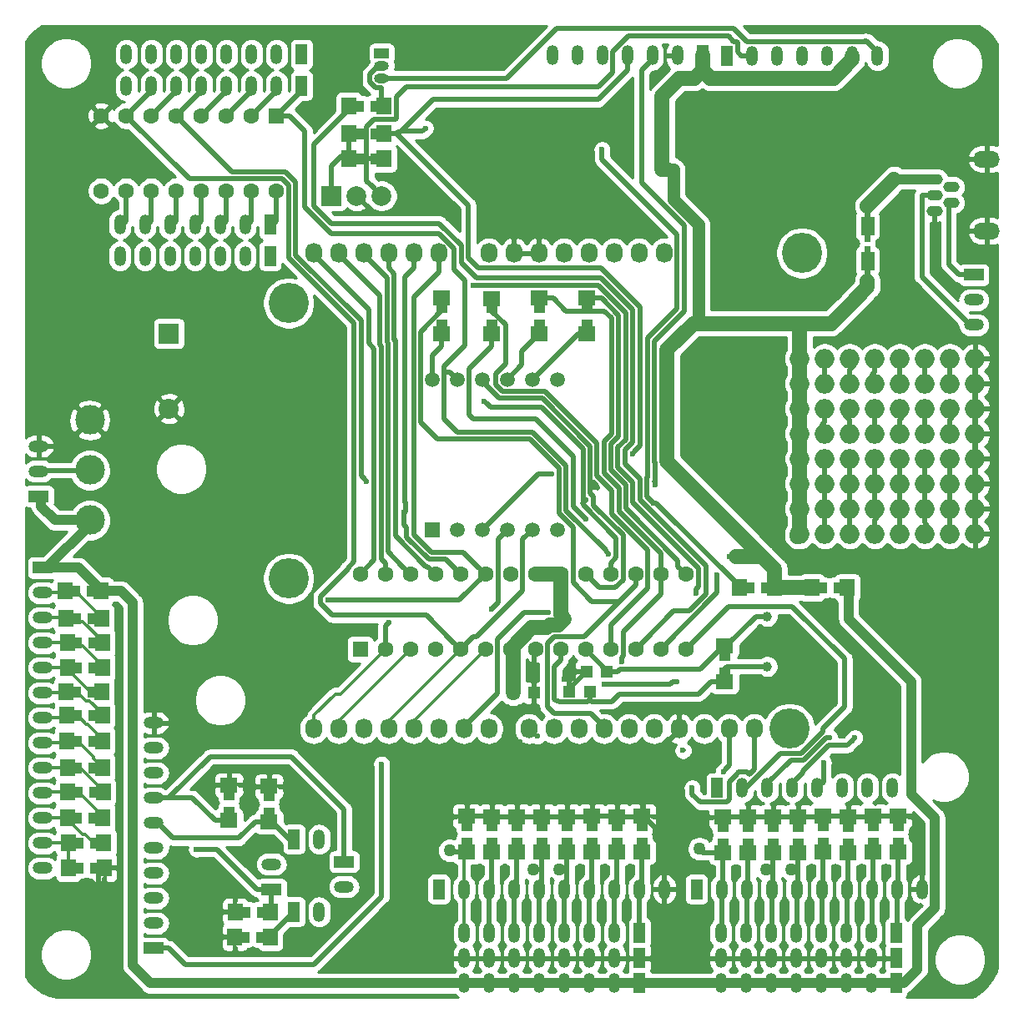
<source format=gtl>
G04 #@! TF.GenerationSoftware,KiCad,Pcbnew,(5.1.2)-1*
G04 #@! TF.CreationDate,2020-03-28T17:23:29-07:00*
G04 #@! TF.ProjectId,Luciebox,4c756369-6562-46f7-982e-6b696361645f,rev?*
G04 #@! TF.SameCoordinates,Original*
G04 #@! TF.FileFunction,Copper,L1,Top*
G04 #@! TF.FilePolarity,Positive*
%FSLAX46Y46*%
G04 Gerber Fmt 4.6, Leading zero omitted, Abs format (unit mm)*
G04 Created by KiCad (PCBNEW (5.1.2)-1) date 2020-03-28 17:23:29*
%MOMM*%
%LPD*%
G04 APERTURE LIST*
%ADD10C,0.100000*%
%ADD11O,1.200000X2.000000*%
%ADD12R,1.200000X2.000000*%
%ADD13C,1.500000*%
%ADD14R,1.500000X1.500000*%
%ADD15O,2.000000X1.200000*%
%ADD16R,2.000000X1.200000*%
%ADD17R,1.500000X1.800000*%
%ADD18R,1.800000X1.500000*%
%ADD19C,1.524000*%
%ADD20O,1.650000X1.100000*%
%ADD21O,2.700000X1.700000*%
%ADD22R,2.032000X2.032000*%
%ADD23C,2.032000*%
%ADD24O,2.000000X2.000000*%
%ADD25C,3.000000*%
%ADD26C,1.000000*%
%ADD27C,2.000000*%
%ADD28R,2.000000X2.000000*%
%ADD29R,1.200000X1.200000*%
%ADD30C,1.600000*%
%ADD31R,1.600000X1.600000*%
%ADD32R,1.500000X1.000000*%
%ADD33O,1.500000X1.000000*%
%ADD34O,1.727200X2.032000*%
%ADD35C,4.064000*%
%ADD36C,0.600000*%
%ADD37C,1.270000*%
%ADD38C,0.508000*%
%ADD39C,0.330200*%
%ADD40C,1.500000*%
%ADD41C,1.524000*%
%ADD42C,1.270000*%
%ADD43C,0.250000*%
%ADD44C,1.000000*%
%ADD45C,1.016000*%
%ADD46C,0.254000*%
G04 APERTURE END LIST*
D10*
G36*
X83788000Y-57417000D02*
G01*
X83788000Y-58433000D01*
X83153000Y-58433000D01*
X82899000Y-58433000D01*
X82899000Y-57417000D01*
X83788000Y-57417000D01*
G37*
X83788000Y-57417000D02*
X83788000Y-58433000D01*
X83153000Y-58433000D01*
X82899000Y-58433000D01*
X82899000Y-57417000D01*
X83788000Y-57417000D01*
G36*
X82137000Y-57417000D02*
G01*
X82137000Y-58433000D01*
X81502000Y-58433000D01*
X81248000Y-58433000D01*
X81248000Y-57417000D01*
X82137000Y-57417000D01*
G37*
X82137000Y-57417000D02*
X82137000Y-58433000D01*
X81502000Y-58433000D01*
X81248000Y-58433000D01*
X81248000Y-57417000D01*
X82137000Y-57417000D01*
G36*
X36798000Y-13856000D02*
G01*
X36798000Y-14872000D01*
X36163000Y-14872000D01*
X35909000Y-14872000D01*
X35909000Y-13856000D01*
X36798000Y-13856000D01*
G37*
X36798000Y-13856000D02*
X36798000Y-14872000D01*
X36163000Y-14872000D01*
X35909000Y-14872000D01*
X35909000Y-13856000D01*
X36798000Y-13856000D01*
G36*
X35147000Y-13856000D02*
G01*
X35147000Y-14872000D01*
X34512000Y-14872000D01*
X34258000Y-14872000D01*
X34258000Y-13856000D01*
X35147000Y-13856000D01*
G37*
X35147000Y-13856000D02*
X35147000Y-14872000D01*
X34512000Y-14872000D01*
X34258000Y-14872000D01*
X34258000Y-13856000D01*
X35147000Y-13856000D01*
G36*
X34258000Y-12332000D02*
G01*
X34258000Y-11316000D01*
X34893000Y-11316000D01*
X35147000Y-11316000D01*
X35147000Y-12332000D01*
X34258000Y-12332000D01*
G37*
X34258000Y-12332000D02*
X34258000Y-11316000D01*
X34893000Y-11316000D01*
X35147000Y-11316000D01*
X35147000Y-12332000D01*
X34258000Y-12332000D01*
G36*
X35909000Y-12332000D02*
G01*
X35909000Y-11316000D01*
X36544000Y-11316000D01*
X36798000Y-11316000D01*
X36798000Y-12332000D01*
X35909000Y-12332000D01*
G37*
X35909000Y-12332000D02*
X35909000Y-11316000D01*
X36544000Y-11316000D01*
X36798000Y-11316000D01*
X36798000Y-12332000D01*
X35909000Y-12332000D01*
G36*
X25285000Y-90310000D02*
G01*
X25285000Y-91326000D01*
X24650000Y-91326000D01*
X24396000Y-91326000D01*
X24396000Y-90310000D01*
X25285000Y-90310000D01*
G37*
X25285000Y-90310000D02*
X25285000Y-91326000D01*
X24650000Y-91326000D01*
X24396000Y-91326000D01*
X24396000Y-90310000D01*
X25285000Y-90310000D01*
G36*
X23634000Y-90310000D02*
G01*
X23634000Y-91326000D01*
X22999000Y-91326000D01*
X22745000Y-91326000D01*
X22745000Y-90310000D01*
X23634000Y-90310000D01*
G37*
X23634000Y-90310000D02*
X23634000Y-91326000D01*
X22999000Y-91326000D01*
X22745000Y-91326000D01*
X22745000Y-90310000D01*
X23634000Y-90310000D01*
G36*
X25241000Y-92850000D02*
G01*
X25241000Y-93866000D01*
X24606000Y-93866000D01*
X24352000Y-93866000D01*
X24352000Y-92850000D01*
X25241000Y-92850000D01*
G37*
X25241000Y-92850000D02*
X25241000Y-93866000D01*
X24606000Y-93866000D01*
X24352000Y-93866000D01*
X24352000Y-92850000D01*
X25241000Y-92850000D01*
G36*
X23590000Y-92850000D02*
G01*
X23590000Y-93866000D01*
X22955000Y-93866000D01*
X22701000Y-93866000D01*
X22701000Y-92850000D01*
X23590000Y-92850000D01*
G37*
X23590000Y-92850000D02*
X23590000Y-93866000D01*
X22955000Y-93866000D01*
X22701000Y-93866000D01*
X22701000Y-92850000D01*
X23590000Y-92850000D01*
G36*
X22088000Y-81039000D02*
G01*
X21072000Y-81039000D01*
X21072000Y-80404000D01*
X21072000Y-80150000D01*
X22088000Y-80150000D01*
X22088000Y-81039000D01*
G37*
X22088000Y-81039000D02*
X21072000Y-81039000D01*
X21072000Y-80404000D01*
X21072000Y-80150000D01*
X22088000Y-80150000D01*
X22088000Y-81039000D01*
G36*
X22088000Y-79388000D02*
G01*
X21072000Y-79388000D01*
X21072000Y-78753000D01*
X21072000Y-78499000D01*
X22088000Y-78499000D01*
X22088000Y-79388000D01*
G37*
X22088000Y-79388000D02*
X21072000Y-79388000D01*
X21072000Y-78753000D01*
X21072000Y-78499000D01*
X22088000Y-78499000D01*
X22088000Y-79388000D01*
G36*
X26152000Y-81166000D02*
G01*
X25136000Y-81166000D01*
X25136000Y-80531000D01*
X25136000Y-80277000D01*
X26152000Y-80277000D01*
X26152000Y-81166000D01*
G37*
X26152000Y-81166000D02*
X25136000Y-81166000D01*
X25136000Y-80531000D01*
X25136000Y-80277000D01*
X26152000Y-80277000D01*
X26152000Y-81166000D01*
G36*
X26152000Y-79515000D02*
G01*
X25136000Y-79515000D01*
X25136000Y-78880000D01*
X25136000Y-78626000D01*
X26152000Y-78626000D01*
X26152000Y-79515000D01*
G37*
X26152000Y-79515000D02*
X25136000Y-79515000D01*
X25136000Y-78880000D01*
X25136000Y-78626000D01*
X26152000Y-78626000D01*
X26152000Y-79515000D01*
G36*
X62980558Y-81652000D02*
G01*
X63996558Y-81652000D01*
X63996558Y-82287000D01*
X63996558Y-82541000D01*
X62980558Y-82541000D01*
X62980558Y-81652000D01*
G37*
X62980558Y-81652000D02*
X63996558Y-81652000D01*
X63996558Y-82287000D01*
X63996558Y-82541000D01*
X62980558Y-82541000D01*
X62980558Y-81652000D01*
G36*
X62980558Y-83303000D02*
G01*
X63996558Y-83303000D01*
X63996558Y-83938000D01*
X63996558Y-84192000D01*
X62980558Y-84192000D01*
X62980558Y-83303000D01*
G37*
X62980558Y-83303000D02*
X63996558Y-83303000D01*
X63996558Y-83938000D01*
X63996558Y-84192000D01*
X62980558Y-84192000D01*
X62980558Y-83303000D01*
G36*
X60440558Y-81699562D02*
G01*
X61456558Y-81699562D01*
X61456558Y-82334562D01*
X61456558Y-82588562D01*
X60440558Y-82588562D01*
X60440558Y-81699562D01*
G37*
X60440558Y-81699562D02*
X61456558Y-81699562D01*
X61456558Y-82334562D01*
X61456558Y-82588562D01*
X60440558Y-82588562D01*
X60440558Y-81699562D01*
G36*
X60440558Y-83350562D02*
G01*
X61456558Y-83350562D01*
X61456558Y-83985562D01*
X61456558Y-84239562D01*
X60440558Y-84239562D01*
X60440558Y-83350562D01*
G37*
X60440558Y-83350562D02*
X61456558Y-83350562D01*
X61456558Y-83985562D01*
X61456558Y-84239562D01*
X60440558Y-84239562D01*
X60440558Y-83350562D01*
G36*
X57900558Y-81652000D02*
G01*
X58916558Y-81652000D01*
X58916558Y-82287000D01*
X58916558Y-82541000D01*
X57900558Y-82541000D01*
X57900558Y-81652000D01*
G37*
X57900558Y-81652000D02*
X58916558Y-81652000D01*
X58916558Y-82287000D01*
X58916558Y-82541000D01*
X57900558Y-82541000D01*
X57900558Y-81652000D01*
G36*
X57900558Y-83303000D02*
G01*
X58916558Y-83303000D01*
X58916558Y-83938000D01*
X58916558Y-84192000D01*
X57900558Y-84192000D01*
X57900558Y-83303000D01*
G37*
X57900558Y-83303000D02*
X58916558Y-83303000D01*
X58916558Y-83938000D01*
X58916558Y-84192000D01*
X57900558Y-84192000D01*
X57900558Y-83303000D01*
G36*
X55360558Y-81699562D02*
G01*
X56376558Y-81699562D01*
X56376558Y-82334562D01*
X56376558Y-82588562D01*
X55360558Y-82588562D01*
X55360558Y-81699562D01*
G37*
X55360558Y-81699562D02*
X56376558Y-81699562D01*
X56376558Y-82334562D01*
X56376558Y-82588562D01*
X55360558Y-82588562D01*
X55360558Y-81699562D01*
G36*
X55360558Y-83350562D02*
G01*
X56376558Y-83350562D01*
X56376558Y-83985562D01*
X56376558Y-84239562D01*
X55360558Y-84239562D01*
X55360558Y-83350562D01*
G37*
X55360558Y-83350562D02*
X56376558Y-83350562D01*
X56376558Y-83985562D01*
X56376558Y-84239562D01*
X55360558Y-84239562D01*
X55360558Y-83350562D01*
G36*
X52820558Y-81699562D02*
G01*
X53836558Y-81699562D01*
X53836558Y-82334562D01*
X53836558Y-82588562D01*
X52820558Y-82588562D01*
X52820558Y-81699562D01*
G37*
X52820558Y-81699562D02*
X53836558Y-81699562D01*
X53836558Y-82334562D01*
X53836558Y-82588562D01*
X52820558Y-82588562D01*
X52820558Y-81699562D01*
G36*
X52820558Y-83350562D02*
G01*
X53836558Y-83350562D01*
X53836558Y-83985562D01*
X53836558Y-84239562D01*
X52820558Y-84239562D01*
X52820558Y-83350562D01*
G37*
X52820558Y-83350562D02*
X53836558Y-83350562D01*
X53836558Y-83985562D01*
X53836558Y-84239562D01*
X52820558Y-84239562D01*
X52820558Y-83350562D01*
G36*
X50280558Y-81699562D02*
G01*
X51296558Y-81699562D01*
X51296558Y-82334562D01*
X51296558Y-82588562D01*
X50280558Y-82588562D01*
X50280558Y-81699562D01*
G37*
X50280558Y-81699562D02*
X51296558Y-81699562D01*
X51296558Y-82334562D01*
X51296558Y-82588562D01*
X50280558Y-82588562D01*
X50280558Y-81699562D01*
G36*
X50280558Y-83350562D02*
G01*
X51296558Y-83350562D01*
X51296558Y-83985562D01*
X51296558Y-84239562D01*
X50280558Y-84239562D01*
X50280558Y-83350562D01*
G37*
X50280558Y-83350562D02*
X51296558Y-83350562D01*
X51296558Y-83985562D01*
X51296558Y-84239562D01*
X50280558Y-84239562D01*
X50280558Y-83350562D01*
G36*
X47740558Y-81699562D02*
G01*
X48756558Y-81699562D01*
X48756558Y-82334562D01*
X48756558Y-82588562D01*
X47740558Y-82588562D01*
X47740558Y-81699562D01*
G37*
X47740558Y-81699562D02*
X48756558Y-81699562D01*
X48756558Y-82334562D01*
X48756558Y-82588562D01*
X47740558Y-82588562D01*
X47740558Y-81699562D01*
G36*
X47740558Y-83350562D02*
G01*
X48756558Y-83350562D01*
X48756558Y-83985562D01*
X48756558Y-84239562D01*
X47740558Y-84239562D01*
X47740558Y-83350562D01*
G37*
X47740558Y-83350562D02*
X48756558Y-83350562D01*
X48756558Y-83985562D01*
X48756558Y-84239562D01*
X47740558Y-84239562D01*
X47740558Y-83350562D01*
G36*
X45200558Y-81652000D02*
G01*
X46216558Y-81652000D01*
X46216558Y-82287000D01*
X46216558Y-82541000D01*
X45200558Y-82541000D01*
X45200558Y-81652000D01*
G37*
X45200558Y-81652000D02*
X46216558Y-81652000D01*
X46216558Y-82287000D01*
X46216558Y-82541000D01*
X45200558Y-82541000D01*
X45200558Y-81652000D01*
G36*
X45200558Y-83303000D02*
G01*
X46216558Y-83303000D01*
X46216558Y-83938000D01*
X46216558Y-84192000D01*
X45200558Y-84192000D01*
X45200558Y-83303000D01*
G37*
X45200558Y-83303000D02*
X46216558Y-83303000D01*
X46216558Y-83938000D01*
X46216558Y-84192000D01*
X45200558Y-84192000D01*
X45200558Y-83303000D01*
G36*
X88956132Y-81652000D02*
G01*
X89972132Y-81652000D01*
X89972132Y-82287000D01*
X89972132Y-82541000D01*
X88956132Y-82541000D01*
X88956132Y-81652000D01*
G37*
X88956132Y-81652000D02*
X89972132Y-81652000D01*
X89972132Y-82287000D01*
X89972132Y-82541000D01*
X88956132Y-82541000D01*
X88956132Y-81652000D01*
G36*
X88956132Y-83303000D02*
G01*
X89972132Y-83303000D01*
X89972132Y-83938000D01*
X89972132Y-84192000D01*
X88956132Y-84192000D01*
X88956132Y-83303000D01*
G37*
X88956132Y-83303000D02*
X89972132Y-83303000D01*
X89972132Y-83938000D01*
X89972132Y-84192000D01*
X88956132Y-84192000D01*
X88956132Y-83303000D01*
G36*
X86416132Y-81652000D02*
G01*
X87432132Y-81652000D01*
X87432132Y-82287000D01*
X87432132Y-82541000D01*
X86416132Y-82541000D01*
X86416132Y-81652000D01*
G37*
X86416132Y-81652000D02*
X87432132Y-81652000D01*
X87432132Y-82287000D01*
X87432132Y-82541000D01*
X86416132Y-82541000D01*
X86416132Y-81652000D01*
G36*
X86416132Y-83303000D02*
G01*
X87432132Y-83303000D01*
X87432132Y-83938000D01*
X87432132Y-84192000D01*
X86416132Y-84192000D01*
X86416132Y-83303000D01*
G37*
X86416132Y-83303000D02*
X87432132Y-83303000D01*
X87432132Y-83938000D01*
X87432132Y-84192000D01*
X86416132Y-84192000D01*
X86416132Y-83303000D01*
G36*
X83876132Y-81730804D02*
G01*
X84892132Y-81730804D01*
X84892132Y-82365804D01*
X84892132Y-82619804D01*
X83876132Y-82619804D01*
X83876132Y-81730804D01*
G37*
X83876132Y-81730804D02*
X84892132Y-81730804D01*
X84892132Y-82365804D01*
X84892132Y-82619804D01*
X83876132Y-82619804D01*
X83876132Y-81730804D01*
G36*
X83876132Y-83381804D02*
G01*
X84892132Y-83381804D01*
X84892132Y-84016804D01*
X84892132Y-84270804D01*
X83876132Y-84270804D01*
X83876132Y-83381804D01*
G37*
X83876132Y-83381804D02*
X84892132Y-83381804D01*
X84892132Y-84016804D01*
X84892132Y-84270804D01*
X83876132Y-84270804D01*
X83876132Y-83381804D01*
G36*
X81336132Y-81652000D02*
G01*
X82352132Y-81652000D01*
X82352132Y-82287000D01*
X82352132Y-82541000D01*
X81336132Y-82541000D01*
X81336132Y-81652000D01*
G37*
X81336132Y-81652000D02*
X82352132Y-81652000D01*
X82352132Y-82287000D01*
X82352132Y-82541000D01*
X81336132Y-82541000D01*
X81336132Y-81652000D01*
G36*
X81336132Y-83303000D02*
G01*
X82352132Y-83303000D01*
X82352132Y-83938000D01*
X82352132Y-84192000D01*
X81336132Y-84192000D01*
X81336132Y-83303000D01*
G37*
X81336132Y-83303000D02*
X82352132Y-83303000D01*
X82352132Y-83938000D01*
X82352132Y-84192000D01*
X81336132Y-84192000D01*
X81336132Y-83303000D01*
G36*
X78796132Y-81730804D02*
G01*
X79812132Y-81730804D01*
X79812132Y-82365804D01*
X79812132Y-82619804D01*
X78796132Y-82619804D01*
X78796132Y-81730804D01*
G37*
X78796132Y-81730804D02*
X79812132Y-81730804D01*
X79812132Y-82365804D01*
X79812132Y-82619804D01*
X78796132Y-82619804D01*
X78796132Y-81730804D01*
G36*
X78796132Y-83381804D02*
G01*
X79812132Y-83381804D01*
X79812132Y-84016804D01*
X79812132Y-84270804D01*
X78796132Y-84270804D01*
X78796132Y-83381804D01*
G37*
X78796132Y-83381804D02*
X79812132Y-83381804D01*
X79812132Y-84016804D01*
X79812132Y-84270804D01*
X78796132Y-84270804D01*
X78796132Y-83381804D01*
G36*
X76256132Y-81730804D02*
G01*
X77272132Y-81730804D01*
X77272132Y-82365804D01*
X77272132Y-82619804D01*
X76256132Y-82619804D01*
X76256132Y-81730804D01*
G37*
X76256132Y-81730804D02*
X77272132Y-81730804D01*
X77272132Y-82365804D01*
X77272132Y-82619804D01*
X76256132Y-82619804D01*
X76256132Y-81730804D01*
G36*
X76256132Y-83381804D02*
G01*
X77272132Y-83381804D01*
X77272132Y-84016804D01*
X77272132Y-84270804D01*
X76256132Y-84270804D01*
X76256132Y-83381804D01*
G37*
X76256132Y-83381804D02*
X77272132Y-83381804D01*
X77272132Y-84016804D01*
X77272132Y-84270804D01*
X76256132Y-84270804D01*
X76256132Y-83381804D01*
G36*
X73716132Y-81730804D02*
G01*
X74732132Y-81730804D01*
X74732132Y-82365804D01*
X74732132Y-82619804D01*
X73716132Y-82619804D01*
X73716132Y-81730804D01*
G37*
X73716132Y-81730804D02*
X74732132Y-81730804D01*
X74732132Y-82365804D01*
X74732132Y-82619804D01*
X73716132Y-82619804D01*
X73716132Y-81730804D01*
G36*
X73716132Y-83381804D02*
G01*
X74732132Y-83381804D01*
X74732132Y-84016804D01*
X74732132Y-84270804D01*
X73716132Y-84270804D01*
X73716132Y-83381804D01*
G37*
X73716132Y-83381804D02*
X74732132Y-83381804D01*
X74732132Y-84016804D01*
X74732132Y-84270804D01*
X73716132Y-84270804D01*
X73716132Y-83381804D01*
G36*
X71176132Y-81730804D02*
G01*
X72192132Y-81730804D01*
X72192132Y-82365804D01*
X72192132Y-82619804D01*
X71176132Y-82619804D01*
X71176132Y-81730804D01*
G37*
X71176132Y-81730804D02*
X72192132Y-81730804D01*
X72192132Y-82365804D01*
X72192132Y-82619804D01*
X71176132Y-82619804D01*
X71176132Y-81730804D01*
G36*
X71176132Y-83381804D02*
G01*
X72192132Y-83381804D01*
X72192132Y-84016804D01*
X72192132Y-84270804D01*
X71176132Y-84270804D01*
X71176132Y-83381804D01*
G37*
X71176132Y-83381804D02*
X72192132Y-83381804D01*
X72192132Y-84016804D01*
X72192132Y-84270804D01*
X71176132Y-84270804D01*
X71176132Y-83381804D01*
G36*
X73882000Y-58433000D02*
G01*
X73882000Y-57417000D01*
X74517000Y-57417000D01*
X74771000Y-57417000D01*
X74771000Y-58433000D01*
X73882000Y-58433000D01*
G37*
X73882000Y-58433000D02*
X73882000Y-57417000D01*
X74517000Y-57417000D01*
X74771000Y-57417000D01*
X74771000Y-58433000D01*
X73882000Y-58433000D01*
G36*
X75533000Y-58433000D02*
G01*
X75533000Y-57417000D01*
X76168000Y-57417000D01*
X76422000Y-57417000D01*
X76422000Y-58433000D01*
X75533000Y-58433000D01*
G37*
X75533000Y-58433000D02*
X75533000Y-57417000D01*
X76168000Y-57417000D01*
X76422000Y-57417000D01*
X76422000Y-58433000D01*
X75533000Y-58433000D01*
G36*
X5520013Y-58793859D02*
G01*
X5520013Y-57777859D01*
X6155013Y-57777859D01*
X6409013Y-57777859D01*
X6409013Y-58793859D01*
X5520013Y-58793859D01*
G37*
X5520013Y-58793859D02*
X5520013Y-57777859D01*
X6155013Y-57777859D01*
X6409013Y-57777859D01*
X6409013Y-58793859D01*
X5520013Y-58793859D01*
G36*
X7171013Y-58793859D02*
G01*
X7171013Y-57777859D01*
X7806013Y-57777859D01*
X8060013Y-57777859D01*
X8060013Y-58793859D01*
X7171013Y-58793859D01*
G37*
X7171013Y-58793859D02*
X7171013Y-57777859D01*
X7806013Y-57777859D01*
X8060013Y-57777859D01*
X8060013Y-58793859D01*
X7171013Y-58793859D01*
G36*
X7250613Y-61587859D02*
G01*
X7250613Y-60571859D01*
X7885613Y-60571859D01*
X8139613Y-60571859D01*
X8139613Y-61587859D01*
X7250613Y-61587859D01*
G37*
X7250613Y-61587859D02*
X7250613Y-60571859D01*
X7885613Y-60571859D01*
X8139613Y-60571859D01*
X8139613Y-61587859D01*
X7250613Y-61587859D01*
G36*
X5599613Y-61587859D02*
G01*
X5599613Y-60571859D01*
X6234613Y-60571859D01*
X6488613Y-60571859D01*
X6488613Y-61587859D01*
X5599613Y-61587859D01*
G37*
X5599613Y-61587859D02*
X5599613Y-60571859D01*
X6234613Y-60571859D01*
X6488613Y-60571859D01*
X6488613Y-61587859D01*
X5599613Y-61587859D01*
G36*
X7348813Y-64026259D02*
G01*
X7348813Y-63010259D01*
X7983813Y-63010259D01*
X8237813Y-63010259D01*
X8237813Y-64026259D01*
X7348813Y-64026259D01*
G37*
X7348813Y-64026259D02*
X7348813Y-63010259D01*
X7983813Y-63010259D01*
X8237813Y-63010259D01*
X8237813Y-64026259D01*
X7348813Y-64026259D01*
G36*
X5697813Y-64026259D02*
G01*
X5697813Y-63010259D01*
X6332813Y-63010259D01*
X6586813Y-63010259D01*
X6586813Y-64026259D01*
X5697813Y-64026259D01*
G37*
X5697813Y-64026259D02*
X5697813Y-63010259D01*
X6332813Y-63010259D01*
X6586813Y-63010259D01*
X6586813Y-64026259D01*
X5697813Y-64026259D01*
G36*
X7351613Y-66540259D02*
G01*
X7351613Y-65524259D01*
X7986613Y-65524259D01*
X8240613Y-65524259D01*
X8240613Y-66540259D01*
X7351613Y-66540259D01*
G37*
X7351613Y-66540259D02*
X7351613Y-65524259D01*
X7986613Y-65524259D01*
X8240613Y-65524259D01*
X8240613Y-66540259D01*
X7351613Y-66540259D01*
G36*
X5700613Y-66540259D02*
G01*
X5700613Y-65524259D01*
X6335613Y-65524259D01*
X6589613Y-65524259D01*
X6589613Y-66540259D01*
X5700613Y-66540259D01*
G37*
X5700613Y-66540259D02*
X5700613Y-65524259D01*
X6335613Y-65524259D01*
X6589613Y-65524259D01*
X6589613Y-66540259D01*
X5700613Y-66540259D01*
G36*
X7247213Y-68979259D02*
G01*
X7247213Y-67963259D01*
X7882213Y-67963259D01*
X8136213Y-67963259D01*
X8136213Y-68979259D01*
X7247213Y-68979259D01*
G37*
X7247213Y-68979259D02*
X7247213Y-67963259D01*
X7882213Y-67963259D01*
X8136213Y-67963259D01*
X8136213Y-68979259D01*
X7247213Y-68979259D01*
G36*
X5596213Y-68979259D02*
G01*
X5596213Y-67963259D01*
X6231213Y-67963259D01*
X6485213Y-67963259D01*
X6485213Y-68979259D01*
X5596213Y-68979259D01*
G37*
X5596213Y-68979259D02*
X5596213Y-67963259D01*
X6231213Y-67963259D01*
X6485213Y-67963259D01*
X6485213Y-68979259D01*
X5596213Y-68979259D01*
G36*
X7304813Y-71392259D02*
G01*
X7304813Y-70376259D01*
X7939813Y-70376259D01*
X8193813Y-70376259D01*
X8193813Y-71392259D01*
X7304813Y-71392259D01*
G37*
X7304813Y-71392259D02*
X7304813Y-70376259D01*
X7939813Y-70376259D01*
X8193813Y-70376259D01*
X8193813Y-71392259D01*
X7304813Y-71392259D01*
G36*
X5653813Y-71392259D02*
G01*
X5653813Y-70376259D01*
X6288813Y-70376259D01*
X6542813Y-70376259D01*
X6542813Y-71392259D01*
X5653813Y-71392259D01*
G37*
X5653813Y-71392259D02*
X5653813Y-70376259D01*
X6288813Y-70376259D01*
X6542813Y-70376259D01*
X6542813Y-71392259D01*
X5653813Y-71392259D01*
G36*
X7323413Y-73983059D02*
G01*
X7323413Y-72967059D01*
X7958413Y-72967059D01*
X8212413Y-72967059D01*
X8212413Y-73983059D01*
X7323413Y-73983059D01*
G37*
X7323413Y-73983059D02*
X7323413Y-72967059D01*
X7958413Y-72967059D01*
X8212413Y-72967059D01*
X8212413Y-73983059D01*
X7323413Y-73983059D01*
G36*
X5672413Y-73983059D02*
G01*
X5672413Y-72967059D01*
X6307413Y-72967059D01*
X6561413Y-72967059D01*
X6561413Y-73983059D01*
X5672413Y-73983059D01*
G37*
X5672413Y-73983059D02*
X5672413Y-72967059D01*
X6307413Y-72967059D01*
X6561413Y-72967059D01*
X6561413Y-73983059D01*
X5672413Y-73983059D01*
G36*
X7351613Y-76700259D02*
G01*
X7351613Y-75684259D01*
X7986613Y-75684259D01*
X8240613Y-75684259D01*
X8240613Y-76700259D01*
X7351613Y-76700259D01*
G37*
X7351613Y-76700259D02*
X7351613Y-75684259D01*
X7986613Y-75684259D01*
X8240613Y-75684259D01*
X8240613Y-76700259D01*
X7351613Y-76700259D01*
G36*
X5700613Y-76700259D02*
G01*
X5700613Y-75684259D01*
X6335613Y-75684259D01*
X6589613Y-75684259D01*
X6589613Y-76700259D01*
X5700613Y-76700259D01*
G37*
X5700613Y-76700259D02*
X5700613Y-75684259D01*
X6335613Y-75684259D01*
X6589613Y-75684259D01*
X6589613Y-76700259D01*
X5700613Y-76700259D01*
G36*
X7399613Y-79189459D02*
G01*
X7399613Y-78173459D01*
X8034613Y-78173459D01*
X8288613Y-78173459D01*
X8288613Y-79189459D01*
X7399613Y-79189459D01*
G37*
X7399613Y-79189459D02*
X7399613Y-78173459D01*
X8034613Y-78173459D01*
X8288613Y-78173459D01*
X8288613Y-79189459D01*
X7399613Y-79189459D01*
G36*
X5748613Y-79189459D02*
G01*
X5748613Y-78173459D01*
X6383613Y-78173459D01*
X6637613Y-78173459D01*
X6637613Y-79189459D01*
X5748613Y-79189459D01*
G37*
X5748613Y-79189459D02*
X5748613Y-78173459D01*
X6383613Y-78173459D01*
X6637613Y-78173459D01*
X6637613Y-79189459D01*
X5748613Y-79189459D01*
G36*
X7351613Y-81780259D02*
G01*
X7351613Y-80764259D01*
X7986613Y-80764259D01*
X8240613Y-80764259D01*
X8240613Y-81780259D01*
X7351613Y-81780259D01*
G37*
X7351613Y-81780259D02*
X7351613Y-80764259D01*
X7986613Y-80764259D01*
X8240613Y-80764259D01*
X8240613Y-81780259D01*
X7351613Y-81780259D01*
G36*
X5700613Y-81780259D02*
G01*
X5700613Y-80764259D01*
X6335613Y-80764259D01*
X6589613Y-80764259D01*
X6589613Y-81780259D01*
X5700613Y-81780259D01*
G37*
X5700613Y-81780259D02*
X5700613Y-80764259D01*
X6335613Y-80764259D01*
X6589613Y-80764259D01*
X6589613Y-81780259D01*
X5700613Y-81780259D01*
G36*
X7457213Y-84320859D02*
G01*
X7457213Y-83304859D01*
X8092213Y-83304859D01*
X8346213Y-83304859D01*
X8346213Y-84320859D01*
X7457213Y-84320859D01*
G37*
X7457213Y-84320859D02*
X7457213Y-83304859D01*
X8092213Y-83304859D01*
X8346213Y-83304859D01*
X8346213Y-84320859D01*
X7457213Y-84320859D01*
G36*
X5806213Y-84320859D02*
G01*
X5806213Y-83304859D01*
X6441213Y-83304859D01*
X6695213Y-83304859D01*
X6695213Y-84320859D01*
X5806213Y-84320859D01*
G37*
X5806213Y-84320859D02*
X5806213Y-83304859D01*
X6441213Y-83304859D01*
X6695213Y-83304859D01*
X6695213Y-84320859D01*
X5806213Y-84320859D01*
G36*
X6739213Y-85844859D02*
G01*
X6739213Y-86860859D01*
X6104213Y-86860859D01*
X5850213Y-86860859D01*
X5850213Y-85844859D01*
X6739213Y-85844859D01*
G37*
X6739213Y-85844859D02*
X6739213Y-86860859D01*
X6104213Y-86860859D01*
X5850213Y-86860859D01*
X5850213Y-85844859D01*
X6739213Y-85844859D01*
G36*
X8390213Y-85844859D02*
G01*
X8390213Y-86860859D01*
X7755213Y-86860859D01*
X7501213Y-86860859D01*
X7501213Y-85844859D01*
X8390213Y-85844859D01*
G37*
X8390213Y-85844859D02*
X8390213Y-86860859D01*
X7755213Y-86860859D01*
X7501213Y-86860859D01*
X7501213Y-85844859D01*
X8390213Y-85844859D01*
G36*
X71364000Y-64380000D02*
G01*
X72380000Y-64380000D01*
X72380000Y-65015000D01*
X72380000Y-65269000D01*
X71364000Y-65269000D01*
X71364000Y-64380000D01*
G37*
X71364000Y-64380000D02*
X72380000Y-64380000D01*
X72380000Y-65015000D01*
X72380000Y-65269000D01*
X71364000Y-65269000D01*
X71364000Y-64380000D01*
G36*
X71364000Y-66031000D02*
G01*
X72380000Y-66031000D01*
X72380000Y-66666000D01*
X72380000Y-66920000D01*
X71364000Y-66920000D01*
X71364000Y-66031000D01*
G37*
X71364000Y-66031000D02*
X72380000Y-66031000D01*
X72380000Y-66666000D01*
X72380000Y-66920000D01*
X71364000Y-66920000D01*
X71364000Y-66031000D01*
G36*
X42662000Y-29096000D02*
G01*
X43678000Y-29096000D01*
X43678000Y-29731000D01*
X43678000Y-29985000D01*
X42662000Y-29985000D01*
X42662000Y-29096000D01*
G37*
X42662000Y-29096000D02*
X43678000Y-29096000D01*
X43678000Y-29731000D01*
X43678000Y-29985000D01*
X42662000Y-29985000D01*
X42662000Y-29096000D01*
G36*
X42662000Y-30747000D02*
G01*
X43678000Y-30747000D01*
X43678000Y-31382000D01*
X43678000Y-31636000D01*
X42662000Y-31636000D01*
X42662000Y-30747000D01*
G37*
X42662000Y-30747000D02*
X43678000Y-30747000D01*
X43678000Y-31382000D01*
X43678000Y-31636000D01*
X42662000Y-31636000D01*
X42662000Y-30747000D01*
G36*
X52568000Y-29074000D02*
G01*
X53584000Y-29074000D01*
X53584000Y-29709000D01*
X53584000Y-29963000D01*
X52568000Y-29963000D01*
X52568000Y-29074000D01*
G37*
X52568000Y-29074000D02*
X53584000Y-29074000D01*
X53584000Y-29709000D01*
X53584000Y-29963000D01*
X52568000Y-29963000D01*
X52568000Y-29074000D01*
G36*
X52568000Y-30725000D02*
G01*
X53584000Y-30725000D01*
X53584000Y-31360000D01*
X53584000Y-31614000D01*
X52568000Y-31614000D01*
X52568000Y-30725000D01*
G37*
X52568000Y-30725000D02*
X53584000Y-30725000D01*
X53584000Y-31360000D01*
X53584000Y-31614000D01*
X52568000Y-31614000D01*
X52568000Y-30725000D01*
G36*
X57394000Y-29074000D02*
G01*
X58410000Y-29074000D01*
X58410000Y-29709000D01*
X58410000Y-29963000D01*
X57394000Y-29963000D01*
X57394000Y-29074000D01*
G37*
X57394000Y-29074000D02*
X58410000Y-29074000D01*
X58410000Y-29709000D01*
X58410000Y-29963000D01*
X57394000Y-29963000D01*
X57394000Y-29074000D01*
G36*
X57394000Y-30725000D02*
G01*
X58410000Y-30725000D01*
X58410000Y-31360000D01*
X58410000Y-31614000D01*
X57394000Y-31614000D01*
X57394000Y-30725000D01*
G37*
X57394000Y-30725000D02*
X58410000Y-30725000D01*
X58410000Y-31360000D01*
X58410000Y-31614000D01*
X57394000Y-31614000D01*
X57394000Y-30725000D01*
G36*
X47742000Y-29118000D02*
G01*
X48758000Y-29118000D01*
X48758000Y-29753000D01*
X48758000Y-30007000D01*
X47742000Y-30007000D01*
X47742000Y-29118000D01*
G37*
X47742000Y-29118000D02*
X48758000Y-29118000D01*
X48758000Y-29753000D01*
X48758000Y-30007000D01*
X47742000Y-30007000D01*
X47742000Y-29118000D01*
G36*
X47742000Y-30769000D02*
G01*
X48758000Y-30769000D01*
X48758000Y-31404000D01*
X48758000Y-31658000D01*
X47742000Y-31658000D01*
X47742000Y-30769000D01*
G37*
X47742000Y-30769000D02*
X48758000Y-30769000D01*
X48758000Y-31404000D01*
X48758000Y-31658000D01*
X47742000Y-31658000D01*
X47742000Y-30769000D01*
G36*
X34258000Y-9538000D02*
G01*
X34258000Y-8522000D01*
X34893000Y-8522000D01*
X35147000Y-8522000D01*
X35147000Y-9538000D01*
X34258000Y-9538000D01*
G37*
X34258000Y-9538000D02*
X34258000Y-8522000D01*
X34893000Y-8522000D01*
X35147000Y-8522000D01*
X35147000Y-9538000D01*
X34258000Y-9538000D01*
G36*
X35909000Y-9538000D02*
G01*
X35909000Y-8522000D01*
X36544000Y-8522000D01*
X36798000Y-8522000D01*
X36798000Y-9538000D01*
X35909000Y-9538000D01*
G37*
X35909000Y-9538000D02*
X35909000Y-8522000D01*
X36544000Y-8522000D01*
X36798000Y-8522000D01*
X36798000Y-9538000D01*
X35909000Y-9538000D01*
G36*
X86096000Y-26175000D02*
G01*
X86096000Y-25667000D01*
X85715000Y-25667000D01*
X85715000Y-23889000D01*
X86096000Y-23889000D01*
X86096000Y-23254000D01*
X86604000Y-23254000D01*
X86604000Y-23889000D01*
X86985000Y-23889000D01*
X86985000Y-25667000D01*
X86604000Y-25667000D01*
X86604000Y-26175000D01*
X86096000Y-26175000D01*
G37*
X86096000Y-26175000D02*
X86096000Y-25667000D01*
X85715000Y-25667000D01*
X85715000Y-23889000D01*
X86096000Y-23889000D01*
X86096000Y-23254000D01*
X86604000Y-23254000D01*
X86604000Y-23889000D01*
X86985000Y-23889000D01*
X86985000Y-25667000D01*
X86604000Y-25667000D01*
X86604000Y-26175000D01*
X86096000Y-26175000D01*
G36*
X86604000Y-19825000D02*
G01*
X86604000Y-20333000D01*
X86985000Y-20333000D01*
X86985000Y-22111000D01*
X86604000Y-22111000D01*
X86604000Y-22746000D01*
X86096000Y-22746000D01*
X86096000Y-22111000D01*
X85715000Y-22111000D01*
X85715000Y-20333000D01*
X86096000Y-20333000D01*
X86096000Y-19825000D01*
X86604000Y-19825000D01*
G37*
X86604000Y-19825000D02*
X86604000Y-20333000D01*
X86985000Y-20333000D01*
X86985000Y-22111000D01*
X86604000Y-22111000D01*
X86604000Y-22746000D01*
X86096000Y-22746000D01*
X86096000Y-22111000D01*
X85715000Y-22111000D01*
X85715000Y-20333000D01*
X86096000Y-20333000D01*
X86096000Y-19825000D01*
X86604000Y-19825000D01*
D11*
X88890000Y-78245000D03*
X86350000Y-78245000D03*
X83810000Y-78245000D03*
X81270000Y-78245000D03*
X78730000Y-78245000D03*
X76190000Y-78245000D03*
X73650000Y-78245000D03*
D12*
X71110000Y-78245000D03*
D13*
X42230200Y-36792200D03*
X44770200Y-36792200D03*
X47310200Y-36792200D03*
X49850200Y-36792200D03*
X52390200Y-36792200D03*
X54930200Y-36792200D03*
X54930200Y-52032200D03*
X52390200Y-52032200D03*
X49850200Y-52032200D03*
X47310200Y-52032200D03*
X44770200Y-52032200D03*
D14*
X42230200Y-52032200D03*
D11*
X11166000Y-6998000D03*
X13706000Y-6998000D03*
X16246000Y-6998000D03*
X18786000Y-6998000D03*
X21326000Y-6998000D03*
X23866000Y-6998000D03*
X26406000Y-6998000D03*
D12*
X28946000Y-6998000D03*
D11*
X11166000Y-3823000D03*
X13706000Y-3823000D03*
X16246000Y-3823000D03*
X18786000Y-3823000D03*
X21326000Y-3823000D03*
X23866000Y-3823000D03*
X26406000Y-3823000D03*
D12*
X28946000Y-3823000D03*
D15*
X25898000Y-85992000D03*
D16*
X25898000Y-88532000D03*
D11*
X30724000Y-90818000D03*
D12*
X28184000Y-90818000D03*
D15*
X33264000Y-88278000D03*
D16*
X33264000Y-85738000D03*
D11*
X30724000Y-83452000D03*
D12*
X28184000Y-83452000D03*
D15*
X13960000Y-71641000D03*
X13960000Y-74181000D03*
X13960000Y-76721000D03*
X13960000Y-79261000D03*
X13960000Y-81801000D03*
X13960000Y-84341000D03*
X13960000Y-86881000D03*
X13960000Y-89421000D03*
X13960000Y-91961000D03*
D16*
X13960000Y-94501000D03*
D17*
X84318000Y-57925000D03*
X80718000Y-57925000D03*
X37328000Y-14364000D03*
X33728000Y-14364000D03*
X33728000Y-11824000D03*
X37328000Y-11824000D03*
X25815000Y-90818000D03*
X22215000Y-90818000D03*
X25771000Y-93358000D03*
X22171000Y-93358000D03*
D18*
X21580000Y-81569000D03*
X21580000Y-77969000D03*
X25644000Y-81696000D03*
X25644000Y-78096000D03*
X63488558Y-81122000D03*
X63488558Y-84722000D03*
X60948558Y-81169562D03*
X60948558Y-84769562D03*
X58408558Y-81122000D03*
X58408558Y-84722000D03*
X55868558Y-81169562D03*
X55868558Y-84769562D03*
X53328558Y-81169562D03*
X53328558Y-84769562D03*
X50788558Y-81169562D03*
X50788558Y-84769562D03*
X48248558Y-81169562D03*
X48248558Y-84769562D03*
X45708558Y-81122000D03*
X45708558Y-84722000D03*
X89464132Y-81122000D03*
X89464132Y-84722000D03*
X86924132Y-81122000D03*
X86924132Y-84722000D03*
X84384132Y-81200804D03*
X84384132Y-84800804D03*
X81844132Y-81122000D03*
X81844132Y-84722000D03*
X79304132Y-81200804D03*
X79304132Y-84800804D03*
X76764132Y-81200804D03*
X76764132Y-84800804D03*
X74224132Y-81200804D03*
X74224132Y-84800804D03*
X71684132Y-81200804D03*
X71684132Y-84800804D03*
D17*
X73352000Y-57925000D03*
X76952000Y-57925000D03*
X4990013Y-58285859D03*
X8590013Y-58285859D03*
X8669613Y-61079859D03*
X5069613Y-61079859D03*
X8767813Y-63518259D03*
X5167813Y-63518259D03*
X8770613Y-66032259D03*
X5170613Y-66032259D03*
X8666213Y-68471259D03*
X5066213Y-68471259D03*
X8723813Y-70884259D03*
X5123813Y-70884259D03*
X8742413Y-73475059D03*
X5142413Y-73475059D03*
X8770613Y-76192259D03*
X5170613Y-76192259D03*
X8818613Y-78681459D03*
X5218613Y-78681459D03*
X8770613Y-81272259D03*
X5170613Y-81272259D03*
X8876213Y-83812859D03*
X5276213Y-83812859D03*
X5320213Y-86352859D03*
X8920213Y-86352859D03*
D18*
X71872000Y-63850000D03*
X71872000Y-67450000D03*
X43170000Y-28566000D03*
X43170000Y-32166000D03*
X53076000Y-28544000D03*
X53076000Y-32144000D03*
X57902000Y-28544000D03*
X57902000Y-32144000D03*
X48250000Y-28588000D03*
X48250000Y-32188000D03*
D17*
X33728000Y-9030000D03*
X37328000Y-9030000D03*
D15*
X97145000Y-31255000D03*
X97145000Y-28715000D03*
D16*
X97145000Y-26175000D03*
D19*
X86350000Y-19190000D03*
X86350000Y-26810000D03*
D20*
X93155000Y-19685000D03*
X94855000Y-18885000D03*
X93155000Y-18085000D03*
X94855000Y-17285000D03*
X93155000Y-16485000D03*
D21*
X98455000Y-21735000D03*
X98455000Y-14435000D03*
D11*
X65743558Y-88532000D03*
X63203558Y-88532000D03*
X60663558Y-88532000D03*
X58123558Y-88532000D03*
X55583558Y-88532000D03*
X53043558Y-88532000D03*
X50503558Y-88532000D03*
X47963558Y-88532000D03*
X45423558Y-88532000D03*
D12*
X42883558Y-88532000D03*
D11*
X91890932Y-88531404D03*
X89350932Y-88531404D03*
X86810932Y-88531404D03*
X84270932Y-88531404D03*
X81730932Y-88531404D03*
X79190932Y-88531404D03*
X76650932Y-88531404D03*
X74110932Y-88531404D03*
X71570932Y-88531404D03*
D12*
X69030932Y-88531404D03*
D11*
X45456000Y-92977000D03*
X47996000Y-92977000D03*
X50536000Y-92977000D03*
X53076000Y-92977000D03*
X55616000Y-92977000D03*
X58156000Y-92977000D03*
X60696000Y-92977000D03*
D12*
X63236000Y-92977000D03*
D11*
X45456000Y-95517000D03*
X47996000Y-95517000D03*
X50536000Y-95517000D03*
X53076000Y-95517000D03*
X55616000Y-95517000D03*
X58156000Y-95517000D03*
X60696000Y-95517000D03*
D12*
X63236000Y-95517000D03*
D11*
X45456000Y-98057000D03*
X47996000Y-98057000D03*
X50536000Y-98057000D03*
X53076000Y-98057000D03*
X55616000Y-98057000D03*
X58156000Y-98057000D03*
X60696000Y-98057000D03*
D12*
X63236000Y-98057000D03*
D11*
X71491000Y-95517000D03*
X74031000Y-95517000D03*
X76571000Y-95517000D03*
X79111000Y-95517000D03*
X81651000Y-95517000D03*
X84191000Y-95517000D03*
X86731000Y-95517000D03*
D12*
X89271000Y-95517000D03*
D11*
X71491000Y-98057000D03*
X74031000Y-98057000D03*
X76571000Y-98057000D03*
X79111000Y-98057000D03*
X81651000Y-98057000D03*
X84191000Y-98057000D03*
X86731000Y-98057000D03*
D12*
X89271000Y-98057000D03*
D11*
X71491000Y-92977000D03*
X74031000Y-92977000D03*
X76571000Y-92977000D03*
X79111000Y-92977000D03*
X81651000Y-92977000D03*
X84191000Y-92977000D03*
X86731000Y-92977000D03*
D12*
X89271000Y-92977000D03*
D22*
X15484000Y-32144000D03*
D23*
X15484000Y-39764000D03*
D15*
X2276000Y-43574000D03*
X2276000Y-46114000D03*
D16*
X2276000Y-48654000D03*
D24*
X79492000Y-52464000D03*
X79479300Y-49924000D03*
X79492000Y-47384000D03*
X79504700Y-44844000D03*
X79492000Y-42304000D03*
X79479300Y-39764000D03*
X79492000Y-37224000D03*
X79479300Y-34684000D03*
X82032000Y-52464000D03*
X82019300Y-49924000D03*
X82032000Y-47384000D03*
X82044700Y-44844000D03*
X82032000Y-42304000D03*
X82019300Y-39764000D03*
X82032000Y-37224000D03*
X82019300Y-34684000D03*
X84572000Y-52464000D03*
X84559300Y-49924000D03*
X84572000Y-47384000D03*
X84584700Y-44844000D03*
X84572000Y-42304000D03*
X84559300Y-39764000D03*
X84572000Y-37224000D03*
X84559300Y-34684000D03*
X87112000Y-52464000D03*
X87099300Y-49924000D03*
X87112000Y-47384000D03*
X87124700Y-44844000D03*
X87112000Y-42304000D03*
X87099300Y-39764000D03*
X87112000Y-37224000D03*
X87099300Y-34684000D03*
X89652000Y-52464000D03*
X89639300Y-49924000D03*
X89652000Y-47384000D03*
X89664700Y-44844000D03*
X89652000Y-42304000D03*
X89639300Y-39764000D03*
X89652000Y-37224000D03*
X89639300Y-34684000D03*
X92192000Y-52464000D03*
X92179300Y-49924000D03*
X92192000Y-47384000D03*
X92204700Y-44844000D03*
X92192000Y-42304000D03*
X92179300Y-39764000D03*
X92192000Y-37224000D03*
X92179300Y-34684000D03*
X94732000Y-52464000D03*
X94719300Y-49924000D03*
X94732000Y-47384000D03*
X94744700Y-44844000D03*
X94732000Y-42304000D03*
X94719300Y-39764000D03*
X94732000Y-37224000D03*
X94719300Y-34684000D03*
X97272000Y-52464000D03*
X97259300Y-49924000D03*
X97272000Y-47384000D03*
X97284700Y-44844000D03*
X97272000Y-42304000D03*
X97259300Y-39764000D03*
X97272000Y-37224000D03*
X97259300Y-34684000D03*
D25*
X7457600Y-40932400D03*
X7457600Y-46012400D03*
X7457600Y-51092400D03*
D26*
X76190000Y-60846000D03*
X76190000Y-65926000D03*
D27*
X37074000Y-18174000D03*
X34534000Y-18174000D03*
D28*
X31994000Y-18174000D03*
D11*
X87366000Y-3950000D03*
X84826000Y-3950000D03*
X82286000Y-3950000D03*
X79746000Y-3950000D03*
X77206000Y-3950000D03*
X74666000Y-3950000D03*
D12*
X72126000Y-3950000D03*
D15*
X2678613Y-86378259D03*
X2678613Y-83838259D03*
X2678613Y-81298259D03*
X2678613Y-78758259D03*
X2678613Y-76218259D03*
X2678613Y-73678259D03*
X2678613Y-71138259D03*
X2678613Y-68598259D03*
X2678613Y-66058259D03*
X2678613Y-63518259D03*
X2678613Y-60978259D03*
X2678613Y-58438259D03*
D16*
X2678613Y-55898259D03*
D11*
X54371400Y-3924600D03*
X56911400Y-3924600D03*
X59451400Y-3924600D03*
X61991400Y-3924600D03*
X64531400Y-3924600D03*
X67071400Y-3924600D03*
D12*
X69611400Y-3924600D03*
D11*
X10531000Y-24270000D03*
X13071000Y-24270000D03*
X15611000Y-24270000D03*
X18151000Y-24270000D03*
X20691000Y-24270000D03*
X23231000Y-24270000D03*
D12*
X25771000Y-24270000D03*
D11*
X10531000Y-21095000D03*
X13071000Y-21095000D03*
X15611000Y-21095000D03*
X18151000Y-21095000D03*
X20691000Y-21095000D03*
X23231000Y-21095000D03*
D12*
X25771000Y-21095000D03*
D29*
X57834000Y-66434000D03*
X59934000Y-66434000D03*
X56081400Y-68466000D03*
X58181400Y-68466000D03*
X50425800Y-68618400D03*
X52525800Y-68618400D03*
D30*
X34889600Y-56553400D03*
X37429600Y-56553400D03*
X39969600Y-56553400D03*
X42509600Y-56553400D03*
X45049600Y-56553400D03*
X47589600Y-56553400D03*
X50129600Y-56553400D03*
X52669600Y-56553400D03*
X55209600Y-56553400D03*
X57749600Y-56553400D03*
X60289600Y-56553400D03*
X62829600Y-56553400D03*
X65369600Y-56553400D03*
X67909600Y-56553400D03*
X67909600Y-64173400D03*
X65369600Y-64173400D03*
X62829600Y-64173400D03*
X60289600Y-64173400D03*
X57749600Y-64173400D03*
X55209600Y-64173400D03*
X52669600Y-64173400D03*
X50129600Y-64173400D03*
X47589600Y-64173400D03*
X45049600Y-64173400D03*
X42509600Y-64173400D03*
X39969600Y-64173400D03*
X37429600Y-64173400D03*
D31*
X34889600Y-64173400D03*
D32*
X37074000Y-3696000D03*
D33*
X37074000Y-6236000D03*
X37074000Y-4966000D03*
D30*
X8623475Y-17666000D03*
X8623475Y-10046000D03*
X26403475Y-17666000D03*
X23863475Y-17666000D03*
X21323475Y-17666000D03*
X18783475Y-17666000D03*
X16243475Y-17666000D03*
X13703475Y-17666000D03*
X11163475Y-17666000D03*
X11163475Y-10046000D03*
X13703475Y-10046000D03*
X16243475Y-10046000D03*
X18783475Y-10046000D03*
X21323475Y-10046000D03*
X23863475Y-10046000D03*
D31*
X26403475Y-10046000D03*
D34*
X65738800Y-23973400D03*
X63198800Y-23973400D03*
X60658800Y-23973400D03*
X58118800Y-23973400D03*
X55578800Y-23973400D03*
X53038800Y-23973400D03*
X50498800Y-23973400D03*
X47958800Y-23973400D03*
X42878800Y-23973400D03*
X40338800Y-23973400D03*
X37798800Y-23973400D03*
X35258800Y-23973400D03*
X32718800Y-23973400D03*
X30178800Y-23973400D03*
X74882800Y-72233400D03*
X72342800Y-72233400D03*
X69802800Y-72233400D03*
X67262800Y-72233400D03*
X64722800Y-72233400D03*
X62182800Y-72233400D03*
X59642800Y-72233400D03*
X57102800Y-72233400D03*
X54562800Y-72233400D03*
X52022800Y-72233400D03*
X47958800Y-72233400D03*
X45418800Y-72233400D03*
X42878800Y-72233400D03*
X40338800Y-72233400D03*
X37798800Y-72233400D03*
X35258800Y-72233400D03*
X32718800Y-72233400D03*
X30178800Y-72233400D03*
D35*
X79708800Y-23973400D03*
X27638800Y-29053400D03*
X78438800Y-72233400D03*
X27638800Y-56993400D03*
D36*
X52525794Y-69726400D03*
X55616000Y-67196000D03*
X8372000Y-88532000D03*
X50155000Y-73165000D03*
X51094083Y-73608057D03*
X31620990Y-59195000D03*
X39360000Y-50305000D03*
X38474038Y-49694810D03*
X37074000Y-75832000D03*
X71745000Y-76581453D03*
X35742021Y-32525000D03*
X68570000Y-78245000D03*
X52876615Y-72972980D03*
X67046000Y-67450000D03*
X59680000Y-67704000D03*
X68996695Y-58478695D03*
X46344932Y-27256021D03*
X60096644Y-54510478D03*
X71110000Y-56655000D03*
X67634844Y-74457420D03*
X48250008Y-60084000D03*
X81905000Y-75705000D03*
X64785473Y-47535860D03*
X41519000Y-11316000D03*
X37836000Y-61457387D03*
X54306118Y-46375990D03*
X62509224Y-44324969D03*
X58511834Y-47231834D03*
X85080000Y-73165000D03*
X35550004Y-47130000D03*
X47488000Y-39002000D03*
X57775000Y-49035000D03*
X82540000Y-73165000D03*
X57775000Y-50940000D03*
X61458000Y-65418000D03*
X53959590Y-60470810D03*
X66792000Y-15507000D03*
X66030000Y-15507000D03*
X65268000Y-15507000D03*
X65522000Y-14745000D03*
X74285000Y-54750000D03*
X73396000Y-54750000D03*
X72380000Y-54750000D03*
X74894834Y-55156166D03*
X59426000Y-13474998D03*
X64640988Y-49315339D03*
D37*
X69300976Y-84420882D03*
X76063000Y-86500000D03*
X78603000Y-86500000D03*
X43972568Y-84592589D03*
X52441000Y-86500000D03*
X55108000Y-86500000D03*
D36*
X30724000Y-98057000D03*
X18278000Y-84468000D03*
D38*
X52525800Y-68254200D02*
X52568000Y-68212000D01*
X52525800Y-68618400D02*
X52525800Y-68254200D01*
X52525800Y-64317200D02*
X52669600Y-64173400D01*
X52525800Y-68618400D02*
X52525800Y-64317200D01*
X56081400Y-68186600D02*
X57834000Y-66434000D01*
X56081400Y-68466000D02*
X56081400Y-68186600D01*
X52525800Y-69726400D02*
X52525794Y-69726400D01*
X52525800Y-68618400D02*
X52525800Y-69726400D01*
X56081400Y-67358000D02*
X55919400Y-67196000D01*
X56081400Y-68466000D02*
X56081400Y-67358000D01*
X55919400Y-67196000D02*
X55616000Y-67196000D01*
X67262800Y-72233400D02*
X67262800Y-72081000D01*
X48200996Y-81122000D02*
X48248558Y-81169562D01*
X45708558Y-81122000D02*
X48200996Y-81122000D01*
X48248558Y-81169562D02*
X50788558Y-81169562D01*
X50788558Y-81169562D02*
X53328558Y-81169562D01*
X53328558Y-81169562D02*
X55868558Y-81169562D01*
X58360996Y-81169562D02*
X58408558Y-81122000D01*
X55868558Y-81169562D02*
X58360996Y-81169562D01*
X60900996Y-81122000D02*
X60948558Y-81169562D01*
X58408558Y-81122000D02*
X60900996Y-81122000D01*
X60948558Y-81169562D02*
X64001562Y-81169562D01*
X63954000Y-81122000D02*
X63488558Y-81122000D01*
X64001562Y-81169562D02*
X63954000Y-81122000D01*
X71684132Y-81200804D02*
X74224132Y-81200804D01*
X74224132Y-81200804D02*
X76764132Y-81200804D01*
X76764132Y-81200804D02*
X79304132Y-81200804D01*
X81765328Y-81200804D02*
X81844132Y-81122000D01*
X79304132Y-81200804D02*
X81765328Y-81200804D01*
X84305328Y-81122000D02*
X84384132Y-81200804D01*
X81844132Y-81122000D02*
X84305328Y-81122000D01*
X86845328Y-81200804D02*
X86924132Y-81122000D01*
X84384132Y-81200804D02*
X86845328Y-81200804D01*
X86924132Y-81122000D02*
X89464132Y-81122000D01*
X65743558Y-83227000D02*
X65743558Y-88532000D01*
X63638558Y-81122000D02*
X65743558Y-83227000D01*
X91890932Y-87023404D02*
X91890932Y-88531404D01*
X91890932Y-82140800D02*
X91890932Y-87023404D01*
X90872132Y-81122000D02*
X91890932Y-82140800D01*
X89464132Y-81122000D02*
X90872132Y-81122000D01*
X8372000Y-86901072D02*
X8920213Y-86352859D01*
X8372000Y-88532000D02*
X8372000Y-86901072D01*
X97259300Y-37211300D02*
X97272000Y-37224000D01*
X97259300Y-34684000D02*
X97259300Y-37211300D01*
X97272000Y-39751300D02*
X97259300Y-39764000D01*
X97272000Y-37224000D02*
X97272000Y-39751300D01*
X97259300Y-42291300D02*
X97272000Y-42304000D01*
X97259300Y-39764000D02*
X97259300Y-42291300D01*
X97272000Y-44831300D02*
X97284700Y-44844000D01*
X97272000Y-42304000D02*
X97272000Y-44831300D01*
X97284700Y-47371300D02*
X97272000Y-47384000D01*
X97284700Y-44844000D02*
X97284700Y-47371300D01*
X97272000Y-49911300D02*
X97259300Y-49924000D01*
X97272000Y-47384000D02*
X97272000Y-49911300D01*
X97259300Y-52451300D02*
X97272000Y-52464000D01*
X97259300Y-49924000D02*
X97259300Y-52451300D01*
X63638558Y-81122000D02*
X63488558Y-81122000D01*
X67262800Y-72385800D02*
X63638558Y-76010042D01*
X63638558Y-78454185D02*
X63638558Y-81122000D01*
X67262800Y-72233400D02*
X67262800Y-72385800D01*
X63638558Y-76010042D02*
X63638558Y-78454185D01*
X44948000Y-59195000D02*
X31620990Y-59195000D01*
X47589600Y-56553400D02*
X44948000Y-59195000D01*
X46789601Y-55753401D02*
X47589600Y-56553400D01*
X45373580Y-54337380D02*
X46789601Y-55753401D01*
X42122380Y-54337380D02*
X45373580Y-54337380D01*
X42878800Y-23973400D02*
X42878800Y-25883800D01*
X40318186Y-52533186D02*
X42122380Y-54337380D01*
X42878800Y-25883800D02*
X40318186Y-28444414D01*
X40318186Y-28444414D02*
X40318186Y-52533186D01*
X39360000Y-51547878D02*
X39360000Y-50305000D01*
X39610175Y-51798053D02*
X39360000Y-51547878D01*
X39610176Y-52826454D02*
X39610175Y-51798053D01*
X41829113Y-55045391D02*
X39610176Y-52826454D01*
X45049600Y-56553400D02*
X43541591Y-55045391D01*
X43541591Y-55045391D02*
X41829113Y-55045391D01*
X39479001Y-50185999D02*
X39360000Y-50305000D01*
X39433010Y-26403190D02*
X39433010Y-49262088D01*
X40338800Y-25497400D02*
X39433010Y-26403190D01*
X39479001Y-49308079D02*
X39479001Y-50185999D01*
X40338800Y-23973400D02*
X40338800Y-25497400D01*
X39433010Y-49262088D02*
X39479001Y-49308079D01*
X38474038Y-50119074D02*
X38474038Y-49694810D01*
X38474038Y-52691594D02*
X38474038Y-50119074D01*
X41535845Y-55753401D02*
X38474038Y-52691594D01*
X41709601Y-55753401D02*
X41535845Y-55753401D01*
X42509600Y-56553400D02*
X41709601Y-55753401D01*
X38474038Y-49270546D02*
X38474038Y-49694810D01*
X38355032Y-32750462D02*
X38474038Y-32869468D01*
X38355032Y-26053632D02*
X38355032Y-32750462D01*
X38474038Y-32869468D02*
X38474038Y-49270546D01*
X37798800Y-23973400D02*
X37798800Y-25497400D01*
X37798800Y-25497400D02*
X38355032Y-26053632D01*
X7432200Y-46037800D02*
X7457600Y-46012400D01*
X2530000Y-46037800D02*
X7432200Y-46037800D01*
X37720028Y-33116736D02*
X37720028Y-54303828D01*
X35258800Y-24125800D02*
X37601022Y-26468022D01*
X39169601Y-55753401D02*
X39969600Y-56553400D01*
X35258800Y-23973400D02*
X35258800Y-24125800D01*
X37720028Y-54303828D02*
X39169601Y-55753401D01*
X37601022Y-32997730D02*
X37720028Y-33116736D01*
X37601022Y-26468022D02*
X37601022Y-32997730D01*
X15468000Y-94501000D02*
X17119000Y-96152000D01*
X13960000Y-94501000D02*
X15468000Y-94501000D01*
X17119000Y-96152000D02*
X27280595Y-96152000D01*
X27280595Y-96152000D02*
X30216000Y-96152000D01*
X30216000Y-96152000D02*
X37074000Y-89294000D01*
X37074000Y-89294000D02*
X37074000Y-75832000D01*
X37074000Y-75832000D02*
X37074000Y-75832000D01*
X36893011Y-33290997D02*
X37012017Y-33410003D01*
X32718800Y-24125800D02*
X36893011Y-28300011D01*
X37429600Y-55422030D02*
X37429600Y-56553400D01*
X32718800Y-23973400D02*
X32718800Y-24125800D01*
X36893011Y-28300011D02*
X36893011Y-33290997D01*
X37012017Y-33410003D02*
X37012017Y-55004447D01*
X37012017Y-55004447D02*
X37429600Y-55422030D01*
X72044999Y-76281454D02*
X71745000Y-76581453D01*
X72342800Y-72233400D02*
X72342800Y-75983653D01*
X72342800Y-75983653D02*
X72044999Y-76281454D01*
X35742021Y-29689021D02*
X35742021Y-32100736D01*
X30178800Y-24125800D02*
X35742021Y-29689021D01*
X30178800Y-23973400D02*
X30178800Y-24125800D01*
X35742021Y-32100736D02*
X35742021Y-32525000D01*
X36304006Y-33703270D02*
X35742021Y-33141285D01*
X34889600Y-56553400D02*
X36304006Y-55138994D01*
X36304006Y-55138994D02*
X36304006Y-33703270D01*
X35742021Y-33141285D02*
X35742021Y-32949264D01*
X35742021Y-32949264D02*
X35742021Y-32525000D01*
X73301493Y-76656496D02*
X73001494Y-76956495D01*
X74170164Y-76656496D02*
X73301493Y-76656496D01*
X74386820Y-76873152D02*
X74170164Y-76656496D01*
X74882800Y-76377172D02*
X74386820Y-76873152D01*
X74882800Y-72233400D02*
X74882800Y-76377172D01*
X73001494Y-76956495D02*
X73001494Y-76988506D01*
X73001494Y-76988506D02*
X72380000Y-77610000D01*
X72073201Y-79699001D02*
X69389001Y-79699001D01*
X72380000Y-77610000D02*
X72380000Y-79392202D01*
X72380000Y-79392202D02*
X72073201Y-79699001D01*
X69389001Y-79699001D02*
X68570000Y-78880000D01*
X68570000Y-78880000D02*
X68570000Y-78245000D01*
X66367736Y-67704000D02*
X59680000Y-67704000D01*
X66621736Y-67450000D02*
X66367736Y-67704000D01*
X67046000Y-67450000D02*
X66621736Y-67450000D01*
X21326000Y-7503475D02*
X18783475Y-10046000D01*
X21326000Y-6998000D02*
X21326000Y-7503475D01*
X61047212Y-43669781D02*
X61835966Y-42881027D01*
X62558034Y-47207870D02*
X61047212Y-45697048D01*
X46769196Y-27256021D02*
X46344932Y-27256021D01*
X61047212Y-45697048D02*
X61047212Y-43669781D01*
X61835966Y-30011411D02*
X59080576Y-27256021D01*
X61835966Y-42881027D02*
X61835966Y-30011411D01*
X62558034Y-49307233D02*
X62558034Y-47207870D01*
X69239969Y-55989168D02*
X62558034Y-49307233D01*
X69239969Y-57811157D02*
X69239969Y-55989168D01*
X68996695Y-58054431D02*
X69239969Y-57811157D01*
X59080576Y-27256021D02*
X46769196Y-27256021D01*
X68996695Y-58478695D02*
X68996695Y-58054431D01*
X28946000Y-7503475D02*
X26403475Y-10046000D01*
X28946000Y-6998000D02*
X28946000Y-7503475D01*
X43462799Y-36042201D02*
X43434201Y-36070799D01*
X44020201Y-36042201D02*
X43462799Y-36042201D01*
X44770200Y-36792200D02*
X44020201Y-36042201D01*
X59796645Y-54077567D02*
X59796645Y-54210479D01*
X55796989Y-50077911D02*
X59796645Y-54077567D01*
X52401732Y-42123010D02*
X55796989Y-45518267D01*
X43434201Y-36070799D02*
X43434201Y-40775479D01*
X44781732Y-42123010D02*
X52401732Y-42123010D01*
X59796645Y-54210479D02*
X60096644Y-54510478D01*
X43434201Y-40775479D02*
X44781732Y-42123010D01*
X55796989Y-45518267D02*
X55796989Y-50077911D01*
X29273010Y-11607535D02*
X29273010Y-19271490D01*
X45532011Y-26777982D02*
X45532011Y-33337989D01*
X43434201Y-35435799D02*
X43434201Y-36070799D01*
X42905181Y-21984000D02*
X44440000Y-23518819D01*
X31985520Y-21984000D02*
X42905181Y-21984000D01*
X29273010Y-19271490D02*
X31985520Y-21984000D01*
X27711475Y-10046000D02*
X29273010Y-11607535D01*
X44440000Y-23518819D02*
X44440000Y-25685971D01*
X45532011Y-33337989D02*
X43434201Y-35435799D01*
X44440000Y-25685971D02*
X45532011Y-26777982D01*
X26403475Y-10046000D02*
X27711475Y-10046000D01*
X71110000Y-58433000D02*
X71110000Y-57079264D01*
X65369600Y-64173400D02*
X71110000Y-58433000D01*
X71110000Y-57079264D02*
X71110000Y-56655000D01*
X67722420Y-74457420D02*
X67634844Y-74457420D01*
X71110000Y-78245000D02*
X71110000Y-77845000D01*
D39*
X40338800Y-71424200D02*
X40338800Y-72233400D01*
X47589600Y-64173400D02*
X40338800Y-71424200D01*
D38*
X48875599Y-53006801D02*
X48875599Y-59458409D01*
X48875599Y-59458409D02*
X48550007Y-59784001D01*
X48550007Y-59784001D02*
X48250008Y-60084000D01*
X49850200Y-52032200D02*
X48875599Y-53006801D01*
X23866000Y-7503475D02*
X21323475Y-10046000D01*
X23866000Y-6998000D02*
X23866000Y-7503475D01*
X26406000Y-7503475D02*
X23863475Y-10046000D01*
X26406000Y-6998000D02*
X26406000Y-7503475D01*
X73650000Y-78245000D02*
X73486820Y-78081820D01*
X81831989Y-72236733D02*
X81831989Y-72519493D01*
X84045000Y-70023722D02*
X81831989Y-72236733D01*
X79632081Y-74719401D02*
X77541847Y-74719401D01*
X81831989Y-72519493D02*
X79632081Y-74719401D01*
X72253000Y-59830000D02*
X78730000Y-59830000D01*
X78730000Y-59830000D02*
X84045000Y-65145000D01*
X77541847Y-74719401D02*
X74016248Y-78245000D01*
X74016248Y-78245000D02*
X73650000Y-78245000D01*
X67909600Y-64173400D02*
X72253000Y-59830000D01*
X84045000Y-65145000D02*
X84045000Y-70023722D01*
X81905000Y-77610000D02*
X81270000Y-78245000D01*
X81905000Y-75705000D02*
X81905000Y-77610000D01*
D39*
X32718800Y-71424200D02*
X32718800Y-72233400D01*
X39969600Y-64173400D02*
X32718800Y-71424200D01*
D38*
X64785343Y-47104657D02*
X64760000Y-47130000D01*
X64760000Y-32891278D02*
X64760000Y-45175433D01*
X67764420Y-21194514D02*
X67764420Y-29886858D01*
X64531400Y-3924600D02*
X64531400Y-4324600D01*
X64531400Y-4324600D02*
X63423400Y-5432600D01*
X63423400Y-16853494D02*
X67764420Y-21194514D01*
X63423400Y-5432600D02*
X63423400Y-16853494D01*
X64785343Y-45200776D02*
X64785343Y-47104657D01*
X64760000Y-45175433D02*
X64785343Y-45200776D01*
X67764420Y-29886858D02*
X64760000Y-32891278D01*
X64785473Y-47104787D02*
X64785473Y-47535860D01*
X64785343Y-47104657D02*
X64785473Y-47104787D01*
D39*
X30178800Y-70887200D02*
X32346000Y-68720000D01*
X30178800Y-72233400D02*
X30178800Y-70887200D01*
X32883000Y-68720000D02*
X35169000Y-66434000D01*
X32346000Y-68720000D02*
X32883000Y-68720000D01*
X35169000Y-66434000D02*
X37429600Y-64173400D01*
D38*
X37328000Y-11824000D02*
X37328000Y-12024010D01*
X38734468Y-11675532D02*
X38586000Y-11824000D01*
X39000468Y-11675532D02*
X38734468Y-11675532D01*
X39060001Y-11615999D02*
X39000468Y-11675532D01*
X41219001Y-11615999D02*
X39060001Y-11615999D01*
X41519000Y-11316000D02*
X41219001Y-11615999D01*
X37328000Y-11824000D02*
X38586000Y-11824000D01*
X37536001Y-61757386D02*
X37836000Y-61457387D01*
X37429600Y-61863787D02*
X37536001Y-61757386D01*
X37429600Y-64173400D02*
X37429600Y-61863787D01*
X42281000Y-8395000D02*
X39000468Y-11675532D01*
X59045000Y-8395000D02*
X42281000Y-8395000D01*
X61991400Y-3924600D02*
X61991400Y-5448600D01*
X61991400Y-5448600D02*
X59045000Y-8395000D01*
X52966410Y-46375990D02*
X53881854Y-46375990D01*
X47310200Y-52032200D02*
X52966410Y-46375990D01*
X53881854Y-46375990D02*
X54306118Y-46375990D01*
X46830720Y-25443410D02*
X59270522Y-25443410D01*
X63323331Y-43510862D02*
X62809223Y-44024970D01*
X45856022Y-19094022D02*
X45856022Y-24468712D01*
X59270522Y-25443410D02*
X63323331Y-29496219D01*
X45856022Y-24468712D02*
X46830720Y-25443410D01*
X63323331Y-29496219D02*
X63323331Y-43510862D01*
X62809223Y-44024970D02*
X62509224Y-44324969D01*
X38586000Y-11824000D02*
X45856022Y-19094022D01*
X16246000Y-7503475D02*
X13703475Y-10046000D01*
X16246000Y-6998000D02*
X16246000Y-7503475D01*
X59003922Y-47806078D02*
X59003922Y-47723922D01*
X58811833Y-47531833D02*
X58511834Y-47231834D01*
X59003922Y-47723922D02*
X58811833Y-47531833D01*
X58529001Y-49580137D02*
X61558657Y-52609793D01*
X61558657Y-57140265D02*
X60773922Y-57925000D01*
X47310200Y-36792200D02*
X47310200Y-37035400D01*
X53379090Y-38728978D02*
X58215168Y-43565056D01*
X47310200Y-37035400D02*
X49003778Y-38728978D01*
X61558657Y-52609793D02*
X61558657Y-57140265D01*
X60773922Y-57925000D02*
X59121200Y-57925000D01*
X59121200Y-57925000D02*
X58549599Y-57353399D01*
X58529001Y-48673079D02*
X58529001Y-49580137D01*
X58215168Y-48359246D02*
X58529001Y-48673079D01*
X58549599Y-57353399D02*
X57749600Y-56553400D01*
X49003778Y-38728978D02*
X53379090Y-38728978D01*
X58451078Y-47723922D02*
X58215168Y-47959832D01*
X59003922Y-47723922D02*
X58451078Y-47723922D01*
X58215168Y-43565056D02*
X58215168Y-47959832D01*
X58215168Y-47959832D02*
X58215168Y-48359246D01*
X78730000Y-78245000D02*
X78730000Y-77845000D01*
X84325999Y-73919001D02*
X84780001Y-73464999D01*
X84780001Y-73464999D02*
X85080000Y-73165000D01*
X82435037Y-73919001D02*
X84325999Y-73919001D01*
X79838000Y-76516038D02*
X82435037Y-73919001D01*
X79838000Y-76737000D02*
X79838000Y-76516038D01*
X78730000Y-77845000D02*
X79838000Y-76737000D01*
X18786000Y-7503475D02*
X16243475Y-10046000D01*
X18786000Y-6998000D02*
X18786000Y-7503475D01*
X35250005Y-46830001D02*
X35550004Y-47130000D01*
X34988011Y-30798392D02*
X34988011Y-46568007D01*
X28365487Y-16770812D02*
X28365487Y-24175868D01*
X34988011Y-46568007D02*
X35250005Y-46830001D01*
X28365487Y-24175868D02*
X34988011Y-30798392D01*
X21901461Y-15703986D02*
X27298664Y-15703989D01*
X27298664Y-15703989D02*
X28365487Y-16770812D01*
X16243475Y-10046000D02*
X21901461Y-15703986D01*
X53302672Y-39653838D02*
X48139838Y-39653838D01*
X60850646Y-54860984D02*
X60850646Y-52903060D01*
X47787999Y-39301999D02*
X47488000Y-39002000D01*
X60289600Y-56553400D02*
X60289600Y-55422030D01*
X60289600Y-55422030D02*
X60850646Y-54860984D01*
X48139838Y-39653838D02*
X47787999Y-39301999D01*
X57507159Y-43858325D02*
X53302672Y-39653838D01*
X60850646Y-52903060D02*
X57507159Y-49559573D01*
X57475001Y-49334999D02*
X57507159Y-49302841D01*
X57775000Y-49035000D02*
X57475001Y-49334999D01*
X57507159Y-49559573D02*
X57507159Y-49302841D01*
X57507159Y-49302841D02*
X57507159Y-43858325D01*
X79925348Y-75427412D02*
X82187760Y-73165000D01*
X78607588Y-75427412D02*
X79925348Y-75427412D01*
X76190000Y-77845000D02*
X78607588Y-75427412D01*
X76190000Y-78245000D02*
X76190000Y-77845000D01*
X82187760Y-73165000D02*
X82540000Y-73165000D01*
X53076000Y-32144000D02*
X51298000Y-33922000D01*
X51298000Y-35344400D02*
X49850200Y-36792200D01*
X51298000Y-33922000D02*
X51298000Y-35344400D01*
X57038400Y-32144000D02*
X52390200Y-36792200D01*
X58130600Y-32496200D02*
X57778400Y-32144000D01*
X57778400Y-32144000D02*
X57038400Y-32144000D01*
X46345000Y-40780000D02*
X52695000Y-40780000D01*
X45974201Y-40409201D02*
X46345000Y-40780000D01*
X56505000Y-49670000D02*
X57475001Y-50640001D01*
X48250000Y-32188000D02*
X48250000Y-33446000D01*
X52695000Y-40780000D02*
X56505000Y-44590000D01*
X56505000Y-44590000D02*
X56505000Y-49670000D01*
X57475001Y-50640001D02*
X57775000Y-50940000D01*
X45974201Y-35721799D02*
X45974201Y-40409201D01*
X48250000Y-33446000D02*
X45974201Y-35721799D01*
X62829600Y-56553400D02*
X62829600Y-57684770D01*
X43424000Y-28588000D02*
X42778000Y-28588000D01*
X62829600Y-57684770D02*
X57594971Y-62919399D01*
X54607679Y-62919399D02*
X53923601Y-63603477D01*
X58271200Y-70709400D02*
X59642800Y-72081000D01*
X53923601Y-65589491D02*
X53891989Y-65621103D01*
X59642800Y-72081000D02*
X59642800Y-72233400D01*
X57594971Y-62919399D02*
X54607679Y-62919399D01*
X53891989Y-65621103D02*
X53891989Y-70043989D01*
X53923601Y-63603477D02*
X53923601Y-65589491D01*
X53891989Y-70043989D02*
X54557400Y-70709400D01*
X54557400Y-70709400D02*
X58271200Y-70709400D01*
X41026197Y-41176197D02*
X41026197Y-31967803D01*
X62829600Y-57684770D02*
X61200369Y-59314001D01*
X55088980Y-50371180D02*
X55088980Y-45811536D01*
X56495599Y-51777799D02*
X55088980Y-50371180D01*
X41026197Y-31967803D02*
X43170000Y-29824000D01*
X52108465Y-42831021D02*
X42681021Y-42831021D01*
X58377555Y-59314001D02*
X56495599Y-57432045D01*
X61200369Y-59314001D02*
X58377555Y-59314001D01*
X56495599Y-57432045D02*
X56495599Y-51777799D01*
X55088980Y-45811536D02*
X52108465Y-42831021D01*
X42681021Y-42831021D02*
X41026197Y-41176197D01*
X43170000Y-29824000D02*
X43170000Y-28566000D01*
X53076000Y-28544000D02*
X52876200Y-28743800D01*
X61458000Y-64993736D02*
X61458000Y-65418000D01*
X61575599Y-64876137D02*
X61458000Y-64993736D01*
X61575599Y-62379401D02*
X61575599Y-64876137D01*
X65369600Y-56553400D02*
X65369600Y-58585400D01*
X65369600Y-58585400D02*
X61575599Y-62379401D01*
X60419944Y-42294493D02*
X60419944Y-30597945D01*
X54484000Y-28544000D02*
X53076000Y-28544000D01*
X61142012Y-47794404D02*
X59631190Y-46283582D01*
X59679999Y-29858000D02*
X55798000Y-29858000D01*
X65369600Y-56553400D02*
X65369600Y-54418180D01*
X59631190Y-46283582D02*
X59631190Y-43083247D01*
X65369600Y-54418180D02*
X61142012Y-50190592D01*
X55798000Y-29858000D02*
X54484000Y-28544000D01*
X60419944Y-30597945D02*
X59679999Y-29858000D01*
X59631190Y-43083247D02*
X60419944Y-42294493D01*
X61142012Y-50190592D02*
X61142012Y-47794404D01*
X61850023Y-47501137D02*
X61850023Y-49897325D01*
X60339201Y-45990315D02*
X61850023Y-47501137D01*
X67109601Y-55156903D02*
X67109601Y-55753401D01*
X61850023Y-49897325D02*
X67109601Y-55156903D01*
X57902000Y-28544000D02*
X59367277Y-28544000D01*
X61127955Y-42587760D02*
X60339201Y-43376514D01*
X61127955Y-30304678D02*
X61127955Y-42587760D01*
X59367277Y-28544000D02*
X61127955Y-30304678D01*
X67109601Y-55753401D02*
X67909600Y-56553400D01*
X60339201Y-43376514D02*
X60339201Y-45990315D01*
X51504392Y-60470810D02*
X53535326Y-60470810D01*
X45418800Y-72233400D02*
X45418800Y-72081000D01*
X45418800Y-72081000D02*
X48843601Y-68656199D01*
X48843601Y-68656199D02*
X48843601Y-63131601D01*
X53535326Y-60470810D02*
X53959590Y-60470810D01*
X48843601Y-63131601D02*
X51504392Y-60470810D01*
X46672012Y-26502012D02*
X59327845Y-26502012D01*
X59327845Y-26502012D02*
X62543977Y-29718144D01*
X63297976Y-46896942D02*
X63297976Y-49045897D01*
X33728000Y-9434000D02*
X30216000Y-12946000D01*
X45148011Y-24978011D02*
X46672012Y-26502012D01*
X63297976Y-49045897D02*
X69947980Y-55695901D01*
X33728000Y-9284000D02*
X33728000Y-9434000D01*
X69947980Y-55695901D02*
X69947980Y-58593742D01*
X62543977Y-43174294D02*
X61755223Y-43963048D01*
X68257711Y-60284011D02*
X66718989Y-60284011D01*
X42890459Y-20968000D02*
X45148011Y-23225552D01*
X62543977Y-29718144D02*
X62543977Y-43174294D01*
X61755223Y-45354189D02*
X63297976Y-46896942D01*
X30216000Y-12946000D02*
X30216000Y-19213202D01*
X66718989Y-60284011D02*
X63629599Y-63373401D01*
X30216000Y-19213202D02*
X31970798Y-20968000D01*
X31970798Y-20968000D02*
X42890459Y-20968000D01*
X69947980Y-58593742D02*
X68257711Y-60284011D01*
X45148011Y-23225552D02*
X45148011Y-24978011D01*
X63629599Y-63373401D02*
X62829600Y-64173400D01*
X61755223Y-43963048D02*
X61755223Y-45354189D01*
X60289600Y-63042030D02*
X60289600Y-64173400D01*
X49297045Y-38020967D02*
X53672358Y-38020968D01*
X48646199Y-37370121D02*
X49297045Y-38020967D01*
X60289600Y-61760400D02*
X60289600Y-63042030D01*
X49658000Y-31254000D02*
X49658000Y-35202478D01*
X48250000Y-29846000D02*
X49658000Y-31254000D01*
X58923179Y-43271789D02*
X58923179Y-46576849D01*
X60434001Y-48087671D02*
X60434001Y-50483859D01*
X49658000Y-35202478D02*
X48646199Y-36214279D01*
X48250000Y-28588000D02*
X48250000Y-29846000D01*
X58923179Y-46576849D02*
X60434001Y-48087671D01*
X48646199Y-36214279D02*
X48646199Y-37370121D01*
X60434001Y-50483859D02*
X64083928Y-54133786D01*
X64083928Y-57966072D02*
X60289600Y-61760400D01*
X64083928Y-54133786D02*
X64083928Y-57966072D01*
X53672358Y-38020968D02*
X58923179Y-43271789D01*
D39*
X37798800Y-71424200D02*
X37798800Y-72233400D01*
X45049600Y-64173400D02*
X37798800Y-71424200D01*
D38*
X45849599Y-63373401D02*
X45049600Y-64173400D01*
X51383601Y-53038799D02*
X51383601Y-58220399D01*
X46352998Y-62870002D02*
X45849599Y-63373401D01*
X52390200Y-52032200D02*
X51383601Y-53038799D01*
X51383601Y-58220399D02*
X46733998Y-62870002D01*
X46733998Y-62870002D02*
X46352998Y-62870002D01*
X13706000Y-7503475D02*
X11163475Y-10046000D01*
X13706000Y-6998000D02*
X13706000Y-7503475D01*
X30866989Y-58833079D02*
X30866989Y-59556921D01*
X33635599Y-56064469D02*
X30866989Y-58833079D01*
X34280000Y-55307078D02*
X33635599Y-55951479D01*
X27657477Y-24469136D02*
X34280000Y-31091659D01*
X27657476Y-17064079D02*
X27657477Y-24469136D01*
X27005396Y-16411999D02*
X27657476Y-17064079D01*
X17529474Y-16411999D02*
X27005396Y-16411999D01*
X32013445Y-60703377D02*
X41579577Y-60703377D01*
X34280000Y-31091659D02*
X34280000Y-55307078D01*
X33635599Y-55951479D02*
X33635599Y-56064469D01*
X11163475Y-10046000D02*
X17529474Y-16411999D01*
X41579577Y-60703377D02*
X44249601Y-63373401D01*
X30866989Y-59556921D02*
X32013445Y-60703377D01*
X44249601Y-63373401D02*
X45049600Y-64173400D01*
X37074000Y-5281990D02*
X37074000Y-4966000D01*
X36428837Y-5281990D02*
X37074000Y-5281990D01*
X35869990Y-5840837D02*
X36428837Y-5281990D01*
X37074000Y-9030000D02*
X37074000Y-7190010D01*
X37328000Y-9284000D02*
X37074000Y-9030000D01*
X36428837Y-7190010D02*
X35869990Y-6631163D01*
X35869990Y-6631163D02*
X35869990Y-5840837D01*
X37074000Y-7190010D02*
X36428837Y-7190010D01*
X11163475Y-20716525D02*
X10912000Y-20968000D01*
X11163475Y-17666000D02*
X11163475Y-20716525D01*
X13703475Y-20716525D02*
X13452000Y-20968000D01*
X13703475Y-17666000D02*
X13703475Y-20716525D01*
X16243475Y-20716525D02*
X15992000Y-20968000D01*
X16243475Y-17666000D02*
X16243475Y-20716525D01*
X18783475Y-20716525D02*
X18532000Y-20968000D01*
X18783475Y-17666000D02*
X18783475Y-20716525D01*
X21323475Y-20716525D02*
X21072000Y-20968000D01*
X21323475Y-17666000D02*
X21323475Y-20716525D01*
X23863475Y-20716525D02*
X23612000Y-20968000D01*
X23863475Y-17666000D02*
X23863475Y-20716525D01*
X26403475Y-17618347D02*
X26152000Y-17869822D01*
X26152000Y-17869822D02*
X26403475Y-18121297D01*
X26403475Y-20716525D02*
X26152000Y-20968000D01*
X26403475Y-17666000D02*
X26403475Y-20716525D01*
X54800011Y-1209989D02*
X49774000Y-6236000D01*
X72804469Y-1209989D02*
X54800011Y-1209989D01*
X87366000Y-3550000D02*
X86258000Y-2442000D01*
X87366000Y-3950000D02*
X87366000Y-3550000D01*
X86258000Y-2442000D02*
X86080000Y-2442000D01*
X86080000Y-2442000D02*
X86026010Y-2495990D01*
X49774000Y-6236000D02*
X37074000Y-6236000D01*
X86026010Y-2495990D02*
X74090470Y-2495990D01*
X74090470Y-2495990D02*
X72804469Y-1209989D01*
D40*
X69611400Y-3924600D02*
X69611400Y-5432600D01*
X68808000Y-6236000D02*
X67300000Y-6236000D01*
X69611400Y-5432600D02*
X68808000Y-6236000D01*
X67300000Y-6236000D02*
X65522000Y-8014000D01*
X84826000Y-4350000D02*
X84826000Y-3950000D01*
X82940000Y-6236000D02*
X84826000Y-4350000D01*
X69611400Y-5432600D02*
X70414800Y-6236000D01*
X70414800Y-6236000D02*
X82940000Y-6236000D01*
X79492000Y-52464000D02*
X79238000Y-52718000D01*
X79479300Y-37211300D02*
X79492000Y-37224000D01*
X79479300Y-34684000D02*
X79479300Y-37211300D01*
X79479300Y-37236700D02*
X79492000Y-37224000D01*
X79479300Y-39764000D02*
X79479300Y-37236700D01*
X79479300Y-42291300D02*
X79492000Y-42304000D01*
X79479300Y-39764000D02*
X79479300Y-42291300D01*
X79492000Y-44831300D02*
X79504700Y-44844000D01*
X79492000Y-42304000D02*
X79492000Y-44831300D01*
X79504700Y-47371300D02*
X79492000Y-47384000D01*
X79504700Y-44844000D02*
X79504700Y-47371300D01*
X79492000Y-49911300D02*
X79479300Y-49924000D01*
X79492000Y-47384000D02*
X79492000Y-49911300D01*
X79479300Y-52451300D02*
X79492000Y-52464000D01*
X79479300Y-49924000D02*
X79479300Y-52451300D01*
X79479300Y-31140700D02*
X79479300Y-34684000D01*
X79492000Y-31128000D02*
X79479300Y-31140700D01*
X50425800Y-64469600D02*
X50129600Y-64173400D01*
X50425800Y-68618400D02*
X50425800Y-64469600D01*
X55209600Y-56553400D02*
X52669600Y-56553400D01*
X65522000Y-8014000D02*
X65522000Y-14745000D01*
X66030000Y-15507000D02*
X65522000Y-15507000D01*
X65522000Y-14745000D02*
X65522000Y-15507000D01*
X54108962Y-61715388D02*
X55000612Y-61715388D01*
X53835350Y-61989000D02*
X54108962Y-61715388D01*
X50129600Y-64173400D02*
X52314000Y-61989000D01*
X55616000Y-61100000D02*
X55209600Y-60693600D01*
X52314000Y-61989000D02*
X53835350Y-61989000D01*
X55000612Y-61715388D02*
X55616000Y-61100000D01*
X55209600Y-60693600D02*
X55209600Y-56553400D01*
X76571000Y-31128000D02*
X79492000Y-31128000D01*
D41*
X86350000Y-27445000D02*
X84445000Y-29350000D01*
X86350000Y-26810000D02*
X86350000Y-27445000D01*
D40*
X82667000Y-31128000D02*
X84445000Y-29350000D01*
X79492000Y-31128000D02*
X82667000Y-31128000D01*
D42*
X66665000Y-18555000D02*
X66665000Y-15507000D01*
X69205000Y-21095000D02*
X66665000Y-18555000D01*
X69205000Y-30620000D02*
X69205000Y-21095000D01*
X76571000Y-31128000D02*
X69713000Y-31128000D01*
X69713000Y-31128000D02*
X69205000Y-30620000D01*
D40*
X68697000Y-31128000D02*
X76571000Y-31128000D01*
X66030000Y-33795000D02*
X68697000Y-31128000D01*
X75682000Y-54750000D02*
X66030000Y-45098000D01*
X66030000Y-45098000D02*
X66030000Y-33795000D01*
X76952000Y-56020000D02*
X75682000Y-54750000D01*
X80718000Y-57925000D02*
X76952000Y-57925000D01*
X76952000Y-57925000D02*
X76952000Y-56020000D01*
X75682000Y-54750000D02*
X73015012Y-54750000D01*
D38*
X72138000Y-65926000D02*
X71872000Y-66192000D01*
X71872000Y-66192000D02*
X71872000Y-67450000D01*
X76190000Y-65926000D02*
X72138000Y-65926000D01*
X58181400Y-69278800D02*
X58181400Y-68466000D01*
X57940199Y-69520001D02*
X58181400Y-69278800D01*
X55209600Y-65304770D02*
X54600000Y-65914370D01*
X54600000Y-65914370D02*
X54600000Y-69228000D01*
X55209600Y-64173400D02*
X55209600Y-65304770D01*
X55118199Y-69520001D02*
X57940199Y-69520001D01*
X55027399Y-69429201D02*
X55118199Y-69520001D01*
X54801201Y-69429201D02*
X55027399Y-69429201D01*
X54600000Y-69228000D02*
X54801201Y-69429201D01*
X70464000Y-67450000D02*
X71872000Y-67450000D01*
X58384600Y-69482000D02*
X60442000Y-69482000D01*
X61204000Y-68720000D02*
X69194000Y-68720000D01*
X58181400Y-69278800D02*
X58384600Y-69482000D01*
X60442000Y-69482000D02*
X61204000Y-68720000D01*
X69194000Y-68720000D02*
X70464000Y-67450000D01*
X59934000Y-66357800D02*
X57749600Y-64173400D01*
X59934000Y-66434000D02*
X59934000Y-66357800D01*
X72022000Y-63850000D02*
X75026000Y-60846000D01*
X71872000Y-63850000D02*
X72022000Y-63850000D01*
X75026000Y-60846000D02*
X76190000Y-60846000D01*
X61042000Y-66434000D02*
X61288002Y-66187998D01*
X69384002Y-66187998D02*
X71722000Y-63850000D01*
X71722000Y-63850000D02*
X71872000Y-63850000D01*
X61288002Y-66187998D02*
X69384002Y-66187998D01*
X59934000Y-66434000D02*
X61042000Y-66434000D01*
X67056410Y-22121410D02*
X67056410Y-29593590D01*
X64051989Y-32598011D02*
X64051989Y-46722073D01*
X64005983Y-48680334D02*
X64340989Y-49015340D01*
X73352000Y-57925000D02*
X73352000Y-57775000D01*
X59426000Y-14491000D02*
X67056410Y-22121410D01*
X73352000Y-57775000D02*
X64892339Y-49315339D01*
X67056410Y-29593590D02*
X64051989Y-32598011D01*
X64892339Y-49315339D02*
X64640988Y-49315339D01*
X64340989Y-49015340D02*
X64640988Y-49315339D01*
X59426000Y-13474998D02*
X59426000Y-14491000D01*
X64051989Y-46722073D02*
X64005983Y-46768079D01*
X64005983Y-46768079D02*
X64005983Y-48680334D01*
X42230200Y-35731540D02*
X42230200Y-36792200D01*
X42230200Y-34363800D02*
X42230200Y-35731540D01*
X43170000Y-32166000D02*
X43170000Y-33424000D01*
X43170000Y-33424000D02*
X42230200Y-34363800D01*
D39*
X2704013Y-83812859D02*
X2678613Y-83838259D01*
X5276213Y-83812859D02*
X2704013Y-83812859D01*
X5276213Y-86308859D02*
X5320213Y-86352859D01*
X5276213Y-83812859D02*
X5276213Y-86308859D01*
X7796013Y-83812859D02*
X6975000Y-82991846D01*
X8876213Y-83812859D02*
X7796013Y-83812859D01*
X5170613Y-81422259D02*
X5170613Y-81272259D01*
X6740200Y-82991846D02*
X5170613Y-81422259D01*
X6975000Y-82991846D02*
X6740200Y-82991846D01*
X5144613Y-81298259D02*
X5170613Y-81272259D01*
X2678613Y-81298259D02*
X5144613Y-81298259D01*
X2755413Y-78681459D02*
X2678613Y-78758259D01*
X5218613Y-78681459D02*
X2755413Y-78681459D01*
X6298813Y-78681459D02*
X6497354Y-78880000D01*
X5218613Y-78681459D02*
X6298813Y-78681459D01*
X8770613Y-81122259D02*
X8770613Y-81272259D01*
X6528354Y-78880000D02*
X8770613Y-81122259D01*
X6497354Y-78880000D02*
X6528354Y-78880000D01*
X8818613Y-78531459D02*
X8818613Y-78681459D01*
X6479413Y-76192259D02*
X8818613Y-78531459D01*
X5170613Y-76192259D02*
X6479413Y-76192259D01*
X5144613Y-76218259D02*
X5170613Y-76192259D01*
X2678613Y-76218259D02*
X5144613Y-76218259D01*
X4939213Y-73678259D02*
X5142413Y-73475059D01*
X2678613Y-73678259D02*
X4939213Y-73678259D01*
X6222613Y-73475059D02*
X7864000Y-75116446D01*
X5142413Y-73475059D02*
X6222613Y-73475059D01*
X7864000Y-75285646D02*
X8770613Y-76192259D01*
X7864000Y-75116446D02*
X7864000Y-75285646D01*
X4869813Y-71138259D02*
X5123813Y-70884259D01*
X2678613Y-71138259D02*
X4869813Y-71138259D01*
X6204013Y-70884259D02*
X7102000Y-71782246D01*
X5123813Y-70884259D02*
X6204013Y-70884259D01*
X8742413Y-73325059D02*
X8742413Y-73475059D01*
X7199600Y-71782246D02*
X8742413Y-73325059D01*
X7102000Y-71782246D02*
X7199600Y-71782246D01*
X4939213Y-68598259D02*
X5066213Y-68471259D01*
X2678613Y-68598259D02*
X4939213Y-68598259D01*
X6146413Y-68471259D02*
X7102000Y-69426846D01*
X5066213Y-68471259D02*
X6146413Y-68471259D01*
X8723813Y-70734259D02*
X8723813Y-70884259D01*
X7416400Y-69426846D02*
X8723813Y-70734259D01*
X7102000Y-69426846D02*
X7416400Y-69426846D01*
X5144613Y-66058259D02*
X5170613Y-66032259D01*
X2678613Y-66058259D02*
X5144613Y-66058259D01*
X7459613Y-68471259D02*
X8666213Y-68471259D01*
X5170613Y-66032259D02*
X5170613Y-66182259D01*
X5170613Y-66182259D02*
X7459613Y-68471259D01*
X2678613Y-63518259D02*
X5167813Y-63518259D01*
X8770613Y-65882259D02*
X8770613Y-66032259D01*
X6752600Y-63864246D02*
X8770613Y-65882259D01*
X6594000Y-63864246D02*
X6752600Y-63864246D01*
X5167813Y-63518259D02*
X6248013Y-63518259D01*
X6248013Y-63518259D02*
X6594000Y-63864246D01*
X4968013Y-60978259D02*
X5069613Y-61079859D01*
X2678613Y-60978259D02*
X4968013Y-60978259D01*
X6149813Y-61079859D02*
X6423954Y-61354000D01*
X5069613Y-61079859D02*
X6149813Y-61079859D01*
X8767813Y-63368259D02*
X8767813Y-63518259D01*
X6753554Y-61354000D02*
X8767813Y-63368259D01*
X6423954Y-61354000D02*
X6753554Y-61354000D01*
X4837613Y-58438259D02*
X4990013Y-58285859D01*
X2678613Y-58438259D02*
X4837613Y-58438259D01*
X6070213Y-58285859D02*
X6594000Y-58809646D01*
X4990013Y-58285859D02*
X6070213Y-58285859D01*
X8669613Y-60929859D02*
X8669613Y-61079859D01*
X6594000Y-58854246D02*
X8669613Y-60929859D01*
X6594000Y-58809646D02*
X6594000Y-58854246D01*
D38*
X71684132Y-88418204D02*
X71570932Y-88531404D01*
X71684132Y-84800804D02*
X71684132Y-88418204D01*
X71570932Y-92897068D02*
X71491000Y-92977000D01*
X71570932Y-88531404D02*
X71570932Y-92897068D01*
X69680898Y-84800804D02*
X69300976Y-84420882D01*
X71684132Y-84800804D02*
X69680898Y-84800804D01*
X74224132Y-88418204D02*
X74110932Y-88531404D01*
X74224132Y-84800804D02*
X74224132Y-88418204D01*
X74110932Y-92897068D02*
X74031000Y-92977000D01*
X74110932Y-88531404D02*
X74110932Y-92897068D01*
X76764132Y-88418204D02*
X76650932Y-88531404D01*
X76764132Y-84800804D02*
X76764132Y-86560868D01*
X76650932Y-92897068D02*
X76571000Y-92977000D01*
X76650932Y-88531404D02*
X76650932Y-92897068D01*
X76764132Y-86560868D02*
X76764132Y-88418204D01*
X76703264Y-86500000D02*
X76764132Y-86560868D01*
X76063000Y-86500000D02*
X76703264Y-86500000D01*
X79304132Y-88418204D02*
X79190932Y-88531404D01*
X79304132Y-84800804D02*
X79304132Y-86433868D01*
X79190932Y-92897068D02*
X79111000Y-92977000D01*
X79190932Y-88531404D02*
X79190932Y-92897068D01*
X79304132Y-86433868D02*
X79304132Y-88418204D01*
X79238000Y-86500000D02*
X79304132Y-86433868D01*
X78603000Y-86500000D02*
X79238000Y-86500000D01*
X81844132Y-88418204D02*
X81730932Y-88531404D01*
X81844132Y-84722000D02*
X81844132Y-88418204D01*
X81730932Y-92897068D02*
X81651000Y-92977000D01*
X81730932Y-88531404D02*
X81730932Y-92897068D01*
X84384132Y-88418204D02*
X84270932Y-88531404D01*
X84384132Y-84800804D02*
X84384132Y-88418204D01*
X84270932Y-92897068D02*
X84191000Y-92977000D01*
X84270932Y-88531404D02*
X84270932Y-92897068D01*
X86924132Y-88418204D02*
X86810932Y-88531404D01*
X86924132Y-84722000D02*
X86924132Y-88418204D01*
X86810932Y-92897068D02*
X86731000Y-92977000D01*
X86810932Y-88531404D02*
X86810932Y-92897068D01*
X89464132Y-88418204D02*
X89350932Y-88531404D01*
X89464132Y-84722000D02*
X89464132Y-88418204D01*
X89350932Y-92897068D02*
X89271000Y-92977000D01*
X89350932Y-88531404D02*
X89350932Y-92897068D01*
D43*
X45423558Y-85007000D02*
X45708558Y-84722000D01*
D39*
X45423558Y-88532000D02*
X45423558Y-86659442D01*
X45423558Y-92845762D02*
X45423558Y-88532000D01*
X45423558Y-86659442D02*
X45423558Y-85007000D01*
D38*
X44101979Y-84722000D02*
X43972568Y-84592589D01*
X45708558Y-84722000D02*
X44101979Y-84722000D01*
X48248558Y-88247000D02*
X47963558Y-88532000D01*
X48248558Y-84769562D02*
X48248558Y-88247000D01*
X47963558Y-92944558D02*
X47996000Y-92977000D01*
X47963558Y-88532000D02*
X47963558Y-92944558D01*
X50788558Y-88247000D02*
X50503558Y-88532000D01*
X50788558Y-84769562D02*
X50788558Y-88247000D01*
X50503558Y-92944558D02*
X50536000Y-92977000D01*
X50503558Y-88532000D02*
X50503558Y-92944558D01*
X53328558Y-88247000D02*
X53043558Y-88532000D01*
X53328558Y-84769562D02*
X53328558Y-86374442D01*
X53043558Y-92944558D02*
X53076000Y-92977000D01*
X53043558Y-88532000D02*
X53043558Y-92944558D01*
X53328558Y-86374442D02*
X53328558Y-88247000D01*
X53203000Y-86500000D02*
X53328558Y-86374442D01*
X52441000Y-86500000D02*
X53203000Y-86500000D01*
X55868558Y-88247000D02*
X55583558Y-88532000D01*
X55868558Y-84769562D02*
X55868558Y-86374442D01*
X55583558Y-92944558D02*
X55616000Y-92977000D01*
X55583558Y-88532000D02*
X55583558Y-92944558D01*
X55868558Y-86374442D02*
X55868558Y-88247000D01*
X55743000Y-86500000D02*
X55868558Y-86374442D01*
X55108000Y-86500000D02*
X55743000Y-86500000D01*
X58408558Y-88247000D02*
X58123558Y-88532000D01*
X58408558Y-84722000D02*
X58408558Y-88247000D01*
X58123558Y-92944558D02*
X58156000Y-92977000D01*
X58123558Y-88532000D02*
X58123558Y-92944558D01*
X60948558Y-88247000D02*
X60663558Y-88532000D01*
X60948558Y-84769562D02*
X60948558Y-88247000D01*
X60663558Y-92944558D02*
X60696000Y-92977000D01*
X60663558Y-88532000D02*
X60663558Y-92944558D01*
X63488558Y-88247000D02*
X63203558Y-88532000D01*
X63488558Y-84722000D02*
X63488558Y-88247000D01*
X63203558Y-92944558D02*
X63236000Y-92977000D01*
X63203558Y-88532000D02*
X63203558Y-92944558D01*
X35550000Y-16650000D02*
X36074001Y-17174001D01*
X36074001Y-17174001D02*
X37074000Y-18174000D01*
X37328000Y-14364000D02*
X36070000Y-14364000D01*
X36070000Y-14364000D02*
X35550000Y-14364000D01*
X35550000Y-14364000D02*
X35550000Y-16650000D01*
X35550000Y-11134798D02*
X35550000Y-14364000D01*
X73558000Y-3950000D02*
X73180001Y-3572001D01*
X73089201Y-2495999D02*
X72811999Y-2495999D01*
X38441201Y-10384001D02*
X36300797Y-10384001D01*
X73180001Y-3572001D02*
X73180001Y-2586799D01*
X72811999Y-2495999D02*
X72234000Y-1918000D01*
X60505410Y-5664590D02*
X59045000Y-7125000D01*
X39559798Y-7125000D02*
X38532001Y-8152797D01*
X62107405Y-1918000D02*
X60505410Y-3519995D01*
X73180001Y-2586799D02*
X73089201Y-2495999D01*
X38532001Y-8152797D02*
X38532001Y-10293201D01*
X74666000Y-3950000D02*
X73558000Y-3950000D01*
X72234000Y-1918000D02*
X62107405Y-1918000D01*
X59045000Y-7125000D02*
X39559798Y-7125000D01*
X60505410Y-3519995D02*
X60505410Y-5664590D01*
X38532001Y-10293201D02*
X38441201Y-10384001D01*
X36300797Y-10384001D02*
X35550000Y-11134798D01*
X34280000Y-14110000D02*
X33010000Y-14110000D01*
X31994000Y-15126000D02*
X31994000Y-18174000D01*
X33010000Y-14110000D02*
X31994000Y-15126000D01*
X33728000Y-12840000D02*
X33728000Y-14110000D01*
X33728000Y-12840000D02*
X33728000Y-11824000D01*
X94732000Y-37224000D02*
X94732000Y-34684000D01*
X94986000Y-40635787D02*
X94986000Y-39764000D01*
X94732000Y-40889787D02*
X94986000Y-40635787D01*
X94732000Y-42304000D02*
X94732000Y-40889787D01*
X94732000Y-48497087D02*
X94732000Y-47130000D01*
X94719300Y-48509787D02*
X94732000Y-48497087D01*
X94719300Y-49924000D02*
X94719300Y-48509787D01*
X94732000Y-47384000D02*
X94732000Y-44590000D01*
X94732000Y-50432000D02*
X95240000Y-49924000D01*
X94732000Y-52464000D02*
X94732000Y-50432000D01*
X92179300Y-36703300D02*
X92192000Y-36716000D01*
X92179300Y-34684000D02*
X92179300Y-36703300D01*
X92192000Y-39776700D02*
X92192000Y-42304000D01*
X92179300Y-39764000D02*
X92192000Y-39776700D01*
X92204700Y-47371300D02*
X92192000Y-47384000D01*
X92204700Y-44844000D02*
X92204700Y-47371300D01*
X92192000Y-47384000D02*
X92192000Y-50178000D01*
X92179300Y-51338213D02*
X92446000Y-51604913D01*
X92446000Y-51604913D02*
X92446000Y-52464000D01*
X92179300Y-49924000D02*
X92179300Y-51338213D01*
X89652000Y-37224000D02*
X89652000Y-34684000D01*
X89906000Y-40635787D02*
X89906000Y-40018000D01*
X89652000Y-40889787D02*
X89906000Y-40635787D01*
X89652000Y-42304000D02*
X89652000Y-40889787D01*
X89652000Y-51049787D02*
X89652000Y-49416000D01*
X89652000Y-52464000D02*
X89652000Y-51049787D01*
X89652000Y-47384000D02*
X89652000Y-49670000D01*
X89652000Y-47384000D02*
X89652000Y-44590000D01*
X86858000Y-36339513D02*
X86858000Y-36716000D01*
X87099300Y-36098213D02*
X86858000Y-36339513D01*
X87099300Y-34684000D02*
X87099300Y-36098213D01*
X87099300Y-42316700D02*
X86604000Y-42812000D01*
X87099300Y-39764000D02*
X87099300Y-42316700D01*
X87366000Y-50795787D02*
X87366000Y-50178000D01*
X87112000Y-51049787D02*
X87366000Y-50795787D01*
X87112000Y-52464000D02*
X87112000Y-51049787D01*
X87112000Y-47130000D02*
X87366000Y-46876000D01*
X87112000Y-47384000D02*
X87112000Y-47130000D01*
X87124700Y-47371300D02*
X87112000Y-47384000D01*
X87124700Y-44844000D02*
X87124700Y-47371300D01*
X87112000Y-47384000D02*
X87112000Y-50686000D01*
X85080000Y-35301787D02*
X85080000Y-35192000D01*
X84572000Y-35809787D02*
X85080000Y-35301787D01*
X84572000Y-37224000D02*
X84572000Y-35809787D01*
X84064000Y-40381787D02*
X84064000Y-39764000D01*
X84572000Y-40889787D02*
X84064000Y-40381787D01*
X84572000Y-42304000D02*
X84572000Y-40889787D01*
X84572000Y-49936700D02*
X84559300Y-49924000D01*
X84572000Y-52464000D02*
X84572000Y-49936700D01*
X84559300Y-47396700D02*
X84572000Y-47384000D01*
X84559300Y-49924000D02*
X84559300Y-47396700D01*
X84572000Y-45098000D02*
X85080000Y-44590000D01*
X84572000Y-47384000D02*
X84572000Y-45098000D01*
X82019300Y-36449300D02*
X82286000Y-36716000D01*
X82019300Y-34684000D02*
X82019300Y-36449300D01*
X82019300Y-41178213D02*
X81778000Y-41419513D01*
X81778000Y-41419513D02*
X81778000Y-42304000D01*
X82019300Y-39764000D02*
X82019300Y-41178213D01*
X82032000Y-49936700D02*
X82019300Y-49924000D01*
X82032000Y-52464000D02*
X82032000Y-49936700D01*
X82019300Y-47396700D02*
X82032000Y-47384000D01*
X82019300Y-49924000D02*
X82019300Y-47396700D01*
X82032000Y-44856700D02*
X82044700Y-44844000D01*
X82032000Y-47384000D02*
X82032000Y-44856700D01*
D44*
X60696000Y-98057000D02*
X63236000Y-98057000D01*
X58156000Y-98057000D02*
X60696000Y-98057000D01*
X55616000Y-98057000D02*
X58156000Y-98057000D01*
X53076000Y-98057000D02*
X55616000Y-98057000D01*
X50536000Y-98057000D02*
X53076000Y-98057000D01*
X47996000Y-98057000D02*
X50536000Y-98057000D01*
X45456000Y-98057000D02*
X47996000Y-98057000D01*
X7457600Y-51092400D02*
X3936600Y-51092400D01*
X3936600Y-51092400D02*
X2530000Y-49685800D01*
X2530000Y-49685800D02*
X2530000Y-48577800D01*
X2678613Y-55898259D02*
X3078613Y-55898259D01*
X3078613Y-55898259D02*
X7457600Y-51519272D01*
X7457600Y-51519272D02*
X7457600Y-51092400D01*
X2678613Y-55898259D02*
X6352413Y-55898259D01*
X6352413Y-55898259D02*
X8590013Y-58135859D01*
X8590013Y-58135859D02*
X8590013Y-58285859D01*
X86731000Y-98057000D02*
X89271000Y-98057000D01*
X83556000Y-98057000D02*
X84191000Y-98057000D01*
X81651000Y-98057000D02*
X83556000Y-98057000D01*
X83556000Y-98057000D02*
X86731000Y-98057000D01*
X79111000Y-98057000D02*
X81651000Y-98057000D01*
X76571000Y-98057000D02*
X79111000Y-98057000D01*
X74031000Y-98057000D02*
X76571000Y-98057000D01*
X71491000Y-98057000D02*
X74031000Y-98057000D01*
X63236000Y-98057000D02*
X71491000Y-98057000D01*
X10637859Y-58285859D02*
X8590013Y-58285859D01*
X45441997Y-98071003D02*
X19660997Y-98071003D01*
X45456000Y-98057000D02*
X45441997Y-98071003D01*
X11826591Y-59474591D02*
X10637859Y-58285859D01*
X13593003Y-98071003D02*
X11826591Y-96304591D01*
X11826591Y-96304591D02*
X11826591Y-94094409D01*
X11826591Y-94094409D02*
X11826591Y-59474591D01*
X17882997Y-98071003D02*
X13593003Y-98071003D01*
X18771997Y-98071003D02*
X17882997Y-98071003D01*
X19660997Y-98071003D02*
X18771997Y-98071003D01*
D38*
X30978000Y-98057000D02*
X30992003Y-98071003D01*
X30724000Y-98057000D02*
X30978000Y-98057000D01*
D44*
X84445000Y-58052000D02*
X84318000Y-57925000D01*
X84445000Y-61100000D02*
X84445000Y-58052000D01*
X90795000Y-67450000D02*
X84445000Y-61100000D01*
X90795000Y-78880000D02*
X90795000Y-67450000D01*
X90033000Y-98057000D02*
X91430000Y-96660000D01*
X89271000Y-98057000D02*
X90033000Y-98057000D01*
X91430000Y-96660000D02*
X91430000Y-92215000D01*
X91430000Y-92215000D02*
X93190942Y-90454058D01*
X93190942Y-90454058D02*
X93190942Y-81275942D01*
X93190942Y-81275942D02*
X90795000Y-78880000D01*
D38*
X27698000Y-83452000D02*
X26174000Y-81928000D01*
X28184000Y-83452000D02*
X27698000Y-83452000D01*
X14360000Y-81801000D02*
X13960000Y-81801000D01*
X15884000Y-83325000D02*
X14360000Y-81801000D01*
X22607000Y-83325000D02*
X15884000Y-83325000D01*
X24236000Y-81696000D02*
X22607000Y-83325000D01*
X25644000Y-81696000D02*
X24236000Y-81696000D01*
X14360000Y-79261000D02*
X13960000Y-79261000D01*
X33264000Y-80404000D02*
X33264000Y-85738000D01*
X27930000Y-75070000D02*
X33264000Y-80404000D01*
X19659000Y-75070000D02*
X27930000Y-75070000D01*
X13960000Y-79261000D02*
X15468000Y-79261000D01*
X15468000Y-79261000D02*
X19659000Y-75070000D01*
X17864000Y-79261000D02*
X15468000Y-79261000D01*
X20172000Y-81569000D02*
X17864000Y-79261000D01*
X21580000Y-81569000D02*
X20172000Y-81569000D01*
X25771000Y-93231000D02*
X28184000Y-90818000D01*
X25771000Y-93358000D02*
X25771000Y-93231000D01*
X28184000Y-90818000D02*
X28184000Y-91218000D01*
X25898000Y-90735000D02*
X25815000Y-90818000D01*
X25898000Y-88532000D02*
X25898000Y-90735000D01*
X20056000Y-84468000D02*
X18278000Y-84468000D01*
X20326000Y-84468000D02*
X20056000Y-84468000D01*
X25898000Y-88532000D02*
X24390000Y-88532000D01*
X24390000Y-88532000D02*
X20326000Y-84468000D01*
X95637000Y-26175000D02*
X94605000Y-25143000D01*
X97145000Y-26175000D02*
X95637000Y-26175000D01*
X94605000Y-25143000D02*
X94605000Y-18885000D01*
X93405000Y-18085000D02*
X91900000Y-18085000D01*
X96745000Y-31255000D02*
X97145000Y-31255000D01*
X91875990Y-26385990D02*
X96745000Y-31255000D01*
X91875990Y-18109010D02*
X91875990Y-26385990D01*
X91900000Y-18085000D02*
X91875990Y-18109010D01*
D41*
X89055000Y-16485000D02*
X86350000Y-19190000D01*
D45*
X93405000Y-16485000D02*
X89055000Y-16485000D01*
D46*
G36*
X97697659Y-935196D02*
G01*
X98406112Y-1433347D01*
X99016953Y-2047296D01*
X99511505Y-2758273D01*
X99534001Y-2806981D01*
X99534001Y-13069075D01*
X99369269Y-13003310D01*
X99082000Y-12950000D01*
X98582000Y-12950000D01*
X98582000Y-14308000D01*
X98602000Y-14308000D01*
X98602000Y-14562000D01*
X98582000Y-14562000D01*
X98582000Y-15920000D01*
X99082000Y-15920000D01*
X99369269Y-15866690D01*
X99534001Y-15800925D01*
X99534001Y-20369075D01*
X99369269Y-20303310D01*
X99082000Y-20250000D01*
X98582000Y-20250000D01*
X98582000Y-21608000D01*
X98602000Y-21608000D01*
X98602000Y-21862000D01*
X98582000Y-21862000D01*
X98582000Y-23220000D01*
X99082000Y-23220000D01*
X99369269Y-23166690D01*
X99534001Y-23100925D01*
X99534000Y-96348649D01*
X99403031Y-96827686D01*
X99034220Y-97608228D01*
X98535472Y-98312867D01*
X97921939Y-98920196D01*
X97212273Y-99411751D01*
X97007442Y-99506000D01*
X90323978Y-99506000D01*
X90401537Y-99411494D01*
X90460502Y-99301180D01*
X90496812Y-99181482D01*
X90505694Y-99091302D01*
X90666623Y-99005284D01*
X90839449Y-98863449D01*
X90874996Y-98820135D01*
X92193140Y-97501992D01*
X92236449Y-97466449D01*
X92378284Y-97293623D01*
X92483676Y-97096447D01*
X92548577Y-96882499D01*
X92565000Y-96715752D01*
X92565000Y-96715743D01*
X92570490Y-96660001D01*
X92565000Y-96604259D01*
X92565000Y-95384475D01*
X93113000Y-95384475D01*
X93113000Y-95903525D01*
X93214261Y-96412601D01*
X93412893Y-96892141D01*
X93701262Y-97323715D01*
X94068285Y-97690738D01*
X94499859Y-97979107D01*
X94979399Y-98177739D01*
X95488475Y-98279000D01*
X96007525Y-98279000D01*
X96516601Y-98177739D01*
X96996141Y-97979107D01*
X97427715Y-97690738D01*
X97794738Y-97323715D01*
X98083107Y-96892141D01*
X98281739Y-96412601D01*
X98383000Y-95903525D01*
X98383000Y-95384475D01*
X98281739Y-94875399D01*
X98083107Y-94395859D01*
X97794738Y-93964285D01*
X97427715Y-93597262D01*
X96996141Y-93308893D01*
X96516601Y-93110261D01*
X96007525Y-93009000D01*
X95488475Y-93009000D01*
X94979399Y-93110261D01*
X94499859Y-93308893D01*
X94068285Y-93597262D01*
X93701262Y-93964285D01*
X93412893Y-94395859D01*
X93214261Y-94875399D01*
X93113000Y-95384475D01*
X92565000Y-95384475D01*
X92565000Y-92685131D01*
X93954082Y-91296049D01*
X93997391Y-91260507D01*
X94139226Y-91087681D01*
X94244618Y-90890505D01*
X94309519Y-90676557D01*
X94325942Y-90509810D01*
X94325942Y-90509809D01*
X94331433Y-90454059D01*
X94325942Y-90398307D01*
X94325942Y-81331694D01*
X94331433Y-81275942D01*
X94322124Y-81181420D01*
X94309519Y-81053443D01*
X94244618Y-80839495D01*
X94139226Y-80642319D01*
X94126261Y-80626521D01*
X94032931Y-80512798D01*
X94032929Y-80512796D01*
X93997391Y-80469493D01*
X93954088Y-80433955D01*
X93033876Y-79513743D01*
X93328399Y-79635739D01*
X93837475Y-79737000D01*
X94356525Y-79737000D01*
X94865601Y-79635739D01*
X95345141Y-79437107D01*
X95776715Y-79148738D01*
X96143738Y-78781715D01*
X96432107Y-78350141D01*
X96630739Y-77870601D01*
X96732000Y-77361525D01*
X96732000Y-76842475D01*
X96630739Y-76333399D01*
X96432107Y-75853859D01*
X96143738Y-75422285D01*
X95776715Y-75055262D01*
X95345141Y-74766893D01*
X94865601Y-74568261D01*
X94356525Y-74467000D01*
X93837475Y-74467000D01*
X93328399Y-74568261D01*
X92848859Y-74766893D01*
X92417285Y-75055262D01*
X92050262Y-75422285D01*
X91930000Y-75602270D01*
X91930000Y-67505751D01*
X91935491Y-67449999D01*
X91913577Y-67227500D01*
X91880989Y-67120074D01*
X91848676Y-67013553D01*
X91743284Y-66816377D01*
X91601449Y-66643551D01*
X91558141Y-66608009D01*
X85580000Y-60629869D01*
X85580000Y-59202081D01*
X85598537Y-59179494D01*
X85657502Y-59069180D01*
X85693812Y-58949482D01*
X85706072Y-58825000D01*
X85706072Y-57025000D01*
X85693812Y-56900518D01*
X85657502Y-56780820D01*
X85598537Y-56670506D01*
X85519185Y-56573815D01*
X85422494Y-56494463D01*
X85312180Y-56435498D01*
X85192482Y-56399188D01*
X85068000Y-56386928D01*
X83568000Y-56386928D01*
X83443518Y-56399188D01*
X83323820Y-56435498D01*
X83213506Y-56494463D01*
X83116815Y-56573815D01*
X83037463Y-56670506D01*
X83004593Y-56732000D01*
X82899000Y-56732000D01*
X82834855Y-56738290D01*
X82770644Y-56744133D01*
X82768338Y-56744812D01*
X82765949Y-56745046D01*
X82704277Y-56763666D01*
X82642394Y-56781879D01*
X82640264Y-56782992D01*
X82637967Y-56783686D01*
X82581114Y-56813916D01*
X82523919Y-56843816D01*
X82522045Y-56845323D01*
X82519927Y-56846449D01*
X82518014Y-56848010D01*
X82463361Y-56818459D01*
X82406850Y-56787392D01*
X82404558Y-56786665D01*
X82402448Y-56785524D01*
X82340916Y-56766476D01*
X82279420Y-56746969D01*
X82277032Y-56746701D01*
X82274738Y-56745991D01*
X82210634Y-56739254D01*
X82146564Y-56732067D01*
X82141950Y-56732035D01*
X82141782Y-56732017D01*
X82141614Y-56732032D01*
X82137000Y-56732000D01*
X82031407Y-56732000D01*
X81998537Y-56670506D01*
X81919185Y-56573815D01*
X81822494Y-56494463D01*
X81712180Y-56435498D01*
X81592482Y-56399188D01*
X81468000Y-56386928D01*
X79968000Y-56386928D01*
X79843518Y-56399188D01*
X79723820Y-56435498D01*
X79613506Y-56494463D01*
X79558019Y-56540000D01*
X78337000Y-56540000D01*
X78337000Y-56088026D01*
X78343700Y-56019999D01*
X78337000Y-55951972D01*
X78337000Y-55951963D01*
X78316960Y-55748493D01*
X78237764Y-55487419D01*
X78109157Y-55246812D01*
X78061164Y-55188333D01*
X77979452Y-55088766D01*
X77979450Y-55088764D01*
X77936081Y-55035919D01*
X77883236Y-54992550D01*
X76709456Y-53818771D01*
X76709452Y-53818766D01*
X76709450Y-53818764D01*
X76666081Y-53765919D01*
X76613236Y-53722550D01*
X67415000Y-44524315D01*
X67415000Y-34368685D01*
X69270686Y-32513000D01*
X78094300Y-32513000D01*
X78094301Y-33806735D01*
X77961448Y-34055285D01*
X77867957Y-34363484D01*
X77836389Y-34684000D01*
X77867957Y-35004516D01*
X77961448Y-35312715D01*
X78094300Y-35561264D01*
X78094301Y-36370495D01*
X77974148Y-36595285D01*
X77880657Y-36903484D01*
X77849089Y-37224000D01*
X77880657Y-37544516D01*
X77974148Y-37852715D01*
X78094301Y-38077505D01*
X78094300Y-38886736D01*
X77961448Y-39135285D01*
X77867957Y-39443484D01*
X77836389Y-39764000D01*
X77867957Y-40084516D01*
X77961448Y-40392715D01*
X78094300Y-40641264D01*
X78094301Y-41450495D01*
X77974148Y-41675285D01*
X77880657Y-41983484D01*
X77849089Y-42304000D01*
X77880657Y-42624516D01*
X77974148Y-42932715D01*
X78107000Y-43181264D01*
X78107001Y-43990495D01*
X77986848Y-44215285D01*
X77893357Y-44523484D01*
X77861789Y-44844000D01*
X77893357Y-45164516D01*
X77986848Y-45472715D01*
X78119700Y-45721264D01*
X78119701Y-46482975D01*
X77974148Y-46755285D01*
X77880657Y-47063484D01*
X77849089Y-47384000D01*
X77880657Y-47704516D01*
X77974148Y-48012715D01*
X78107000Y-48261264D01*
X78107001Y-49022975D01*
X77961448Y-49295285D01*
X77867957Y-49603484D01*
X77836389Y-49924000D01*
X77867957Y-50244516D01*
X77961448Y-50552715D01*
X78094300Y-50801264D01*
X78094301Y-51610495D01*
X77974148Y-51835285D01*
X77880657Y-52143484D01*
X77849089Y-52464000D01*
X77860203Y-52576839D01*
X77846300Y-52718000D01*
X77873040Y-52989507D01*
X77952236Y-53250580D01*
X78080844Y-53491188D01*
X78253919Y-53702081D01*
X78464812Y-53875156D01*
X78705420Y-54003764D01*
X78966493Y-54082960D01*
X79238000Y-54109700D01*
X79379161Y-54095797D01*
X79411678Y-54099000D01*
X79572322Y-54099000D01*
X79812516Y-54075343D01*
X80120715Y-53981852D01*
X80404752Y-53830031D01*
X80653714Y-53625714D01*
X80762000Y-53493767D01*
X80870286Y-53625714D01*
X81119248Y-53830031D01*
X81403285Y-53981852D01*
X81711484Y-54075343D01*
X81951678Y-54099000D01*
X82112322Y-54099000D01*
X82352516Y-54075343D01*
X82660715Y-53981852D01*
X82944752Y-53830031D01*
X83193714Y-53625714D01*
X83302000Y-53493767D01*
X83410286Y-53625714D01*
X83659248Y-53830031D01*
X83943285Y-53981852D01*
X84251484Y-54075343D01*
X84491678Y-54099000D01*
X84652322Y-54099000D01*
X84892516Y-54075343D01*
X85200715Y-53981852D01*
X85484752Y-53830031D01*
X85733714Y-53625714D01*
X85842000Y-53493767D01*
X85950286Y-53625714D01*
X86199248Y-53830031D01*
X86483285Y-53981852D01*
X86791484Y-54075343D01*
X87031678Y-54099000D01*
X87192322Y-54099000D01*
X87432516Y-54075343D01*
X87740715Y-53981852D01*
X88024752Y-53830031D01*
X88273714Y-53625714D01*
X88382000Y-53493767D01*
X88490286Y-53625714D01*
X88739248Y-53830031D01*
X89023285Y-53981852D01*
X89331484Y-54075343D01*
X89571678Y-54099000D01*
X89732322Y-54099000D01*
X89972516Y-54075343D01*
X90280715Y-53981852D01*
X90564752Y-53830031D01*
X90813714Y-53625714D01*
X90922000Y-53493767D01*
X91030286Y-53625714D01*
X91279248Y-53830031D01*
X91563285Y-53981852D01*
X91871484Y-54075343D01*
X92111678Y-54099000D01*
X92272322Y-54099000D01*
X92512516Y-54075343D01*
X92820715Y-53981852D01*
X93104752Y-53830031D01*
X93353714Y-53625714D01*
X93462000Y-53493767D01*
X93570286Y-53625714D01*
X93819248Y-53830031D01*
X94103285Y-53981852D01*
X94411484Y-54075343D01*
X94651678Y-54099000D01*
X94812322Y-54099000D01*
X95052516Y-54075343D01*
X95360715Y-53981852D01*
X95644752Y-53830031D01*
X95893714Y-53625714D01*
X96006586Y-53488179D01*
X96072252Y-53574785D01*
X96312008Y-53787501D01*
X96588656Y-53949356D01*
X96891565Y-54054129D01*
X97145000Y-53935315D01*
X97145000Y-52591000D01*
X97399000Y-52591000D01*
X97399000Y-53935315D01*
X97652435Y-54054129D01*
X97955344Y-53949356D01*
X98231992Y-53787501D01*
X98471748Y-53574785D01*
X98665399Y-53319382D01*
X98805502Y-53031107D01*
X98862124Y-52844434D01*
X98742777Y-52591000D01*
X97399000Y-52591000D01*
X97145000Y-52591000D01*
X97125000Y-52591000D01*
X97125000Y-52337000D01*
X97145000Y-52337000D01*
X97145000Y-50992685D01*
X97132300Y-50986731D01*
X97132300Y-50051000D01*
X97386300Y-50051000D01*
X97386300Y-51395315D01*
X97399000Y-51401269D01*
X97399000Y-52337000D01*
X98742777Y-52337000D01*
X98862124Y-52083566D01*
X98805502Y-51896893D01*
X98665399Y-51608618D01*
X98471748Y-51353215D01*
X98285944Y-51188366D01*
X98459048Y-51034785D01*
X98652699Y-50779382D01*
X98792802Y-50491107D01*
X98849424Y-50304434D01*
X98730077Y-50051000D01*
X97386300Y-50051000D01*
X97132300Y-50051000D01*
X97112300Y-50051000D01*
X97112300Y-49797000D01*
X97132300Y-49797000D01*
X97132300Y-48861269D01*
X97145000Y-48855315D01*
X97145000Y-48452685D01*
X97386300Y-48452685D01*
X97386300Y-49797000D01*
X98730077Y-49797000D01*
X98849424Y-49543566D01*
X98792802Y-49356893D01*
X98652699Y-49068618D01*
X98459048Y-48813215D01*
X98285944Y-48659634D01*
X98471748Y-48494785D01*
X98665399Y-48239382D01*
X98805502Y-47951107D01*
X98862124Y-47764434D01*
X98742777Y-47511000D01*
X97399000Y-47511000D01*
X97399000Y-48446731D01*
X97386300Y-48452685D01*
X97145000Y-48452685D01*
X97145000Y-47511000D01*
X97125000Y-47511000D01*
X97125000Y-47257000D01*
X97145000Y-47257000D01*
X97145000Y-46321269D01*
X97157700Y-46315315D01*
X97157700Y-45912685D01*
X97399000Y-45912685D01*
X97399000Y-47257000D01*
X98742777Y-47257000D01*
X98862124Y-47003566D01*
X98805502Y-46816893D01*
X98665399Y-46528618D01*
X98471748Y-46273215D01*
X98298644Y-46119634D01*
X98484448Y-45954785D01*
X98678099Y-45699382D01*
X98818202Y-45411107D01*
X98874824Y-45224434D01*
X98755477Y-44971000D01*
X97411700Y-44971000D01*
X97411700Y-45906731D01*
X97399000Y-45912685D01*
X97157700Y-45912685D01*
X97157700Y-44971000D01*
X97137700Y-44971000D01*
X97137700Y-44717000D01*
X97157700Y-44717000D01*
X97157700Y-43372685D01*
X97145000Y-43366731D01*
X97145000Y-42431000D01*
X97399000Y-42431000D01*
X97399000Y-43775315D01*
X97411700Y-43781269D01*
X97411700Y-44717000D01*
X98755477Y-44717000D01*
X98874824Y-44463566D01*
X98818202Y-44276893D01*
X98678099Y-43988618D01*
X98484448Y-43733215D01*
X98298644Y-43568366D01*
X98471748Y-43414785D01*
X98665399Y-43159382D01*
X98805502Y-42871107D01*
X98862124Y-42684434D01*
X98742777Y-42431000D01*
X97399000Y-42431000D01*
X97145000Y-42431000D01*
X97125000Y-42431000D01*
X97125000Y-42177000D01*
X97145000Y-42177000D01*
X97145000Y-40832685D01*
X97132300Y-40826731D01*
X97132300Y-39891000D01*
X97386300Y-39891000D01*
X97386300Y-41235315D01*
X97399000Y-41241269D01*
X97399000Y-42177000D01*
X98742777Y-42177000D01*
X98862124Y-41923566D01*
X98805502Y-41736893D01*
X98665399Y-41448618D01*
X98471748Y-41193215D01*
X98285944Y-41028366D01*
X98459048Y-40874785D01*
X98652699Y-40619382D01*
X98792802Y-40331107D01*
X98849424Y-40144434D01*
X98730077Y-39891000D01*
X97386300Y-39891000D01*
X97132300Y-39891000D01*
X97112300Y-39891000D01*
X97112300Y-39637000D01*
X97132300Y-39637000D01*
X97132300Y-38701269D01*
X97145000Y-38695315D01*
X97145000Y-38292685D01*
X97386300Y-38292685D01*
X97386300Y-39637000D01*
X98730077Y-39637000D01*
X98849424Y-39383566D01*
X98792802Y-39196893D01*
X98652699Y-38908618D01*
X98459048Y-38653215D01*
X98285944Y-38499634D01*
X98471748Y-38334785D01*
X98665399Y-38079382D01*
X98805502Y-37791107D01*
X98862124Y-37604434D01*
X98742777Y-37351000D01*
X97399000Y-37351000D01*
X97399000Y-38286731D01*
X97386300Y-38292685D01*
X97145000Y-38292685D01*
X97145000Y-37351000D01*
X97125000Y-37351000D01*
X97125000Y-37097000D01*
X97145000Y-37097000D01*
X97145000Y-35752685D01*
X97132300Y-35746731D01*
X97132300Y-34811000D01*
X97386300Y-34811000D01*
X97386300Y-36155315D01*
X97399000Y-36161269D01*
X97399000Y-37097000D01*
X98742777Y-37097000D01*
X98862124Y-36843566D01*
X98805502Y-36656893D01*
X98665399Y-36368618D01*
X98471748Y-36113215D01*
X98285944Y-35948366D01*
X98459048Y-35794785D01*
X98652699Y-35539382D01*
X98792802Y-35251107D01*
X98849424Y-35064434D01*
X98730077Y-34811000D01*
X97386300Y-34811000D01*
X97132300Y-34811000D01*
X97112300Y-34811000D01*
X97112300Y-34557000D01*
X97132300Y-34557000D01*
X97132300Y-33212685D01*
X97386300Y-33212685D01*
X97386300Y-34557000D01*
X98730077Y-34557000D01*
X98849424Y-34303566D01*
X98792802Y-34116893D01*
X98652699Y-33828618D01*
X98459048Y-33573215D01*
X98219292Y-33360499D01*
X97942644Y-33198644D01*
X97639735Y-33093871D01*
X97386300Y-33212685D01*
X97132300Y-33212685D01*
X96878865Y-33093871D01*
X96575956Y-33198644D01*
X96299308Y-33360499D01*
X96059552Y-33573215D01*
X95993886Y-33659821D01*
X95881014Y-33522286D01*
X95632052Y-33317969D01*
X95348015Y-33166148D01*
X95039816Y-33072657D01*
X94799622Y-33049000D01*
X94638978Y-33049000D01*
X94398784Y-33072657D01*
X94090585Y-33166148D01*
X93806548Y-33317969D01*
X93557586Y-33522286D01*
X93449300Y-33654233D01*
X93341014Y-33522286D01*
X93092052Y-33317969D01*
X92808015Y-33166148D01*
X92499816Y-33072657D01*
X92259622Y-33049000D01*
X92098978Y-33049000D01*
X91858784Y-33072657D01*
X91550585Y-33166148D01*
X91266548Y-33317969D01*
X91017586Y-33522286D01*
X90909300Y-33654233D01*
X90801014Y-33522286D01*
X90552052Y-33317969D01*
X90268015Y-33166148D01*
X89959816Y-33072657D01*
X89719622Y-33049000D01*
X89558978Y-33049000D01*
X89318784Y-33072657D01*
X89010585Y-33166148D01*
X88726548Y-33317969D01*
X88477586Y-33522286D01*
X88369300Y-33654233D01*
X88261014Y-33522286D01*
X88012052Y-33317969D01*
X87728015Y-33166148D01*
X87419816Y-33072657D01*
X87179622Y-33049000D01*
X87018978Y-33049000D01*
X86778784Y-33072657D01*
X86470585Y-33166148D01*
X86186548Y-33317969D01*
X85937586Y-33522286D01*
X85829300Y-33654233D01*
X85721014Y-33522286D01*
X85472052Y-33317969D01*
X85188015Y-33166148D01*
X84879816Y-33072657D01*
X84639622Y-33049000D01*
X84478978Y-33049000D01*
X84238784Y-33072657D01*
X83930585Y-33166148D01*
X83646548Y-33317969D01*
X83397586Y-33522286D01*
X83289300Y-33654233D01*
X83181014Y-33522286D01*
X82932052Y-33317969D01*
X82648015Y-33166148D01*
X82339816Y-33072657D01*
X82099622Y-33049000D01*
X81938978Y-33049000D01*
X81698784Y-33072657D01*
X81390585Y-33166148D01*
X81106548Y-33317969D01*
X80864300Y-33516776D01*
X80864300Y-32513000D01*
X82598971Y-32513000D01*
X82667000Y-32519700D01*
X82735029Y-32513000D01*
X82735037Y-32513000D01*
X82938507Y-32492960D01*
X83199581Y-32413764D01*
X83440188Y-32285157D01*
X83651081Y-32112081D01*
X83694454Y-32059231D01*
X85289673Y-30464012D01*
X85384302Y-30386353D01*
X87289296Y-28481360D01*
X87342608Y-28437608D01*
X87517183Y-28224887D01*
X87646904Y-27982195D01*
X87726786Y-27718859D01*
X87733163Y-27654118D01*
X87753759Y-27445000D01*
X87747000Y-27376375D01*
X87747000Y-26672408D01*
X87733545Y-26604765D01*
X87726786Y-26536140D01*
X87706769Y-26470153D01*
X87693314Y-26402510D01*
X87666921Y-26338792D01*
X87646904Y-26272805D01*
X87614397Y-26211988D01*
X87588005Y-26148273D01*
X87549693Y-26090935D01*
X87537832Y-26068745D01*
X87550203Y-26054002D01*
X87551360Y-26051898D01*
X87552891Y-26050047D01*
X87583541Y-25993361D01*
X87614608Y-25936850D01*
X87615335Y-25934558D01*
X87616476Y-25932448D01*
X87635524Y-25870916D01*
X87655031Y-25809420D01*
X87655299Y-25807032D01*
X87656009Y-25804738D01*
X87662746Y-25740634D01*
X87669933Y-25676564D01*
X87669965Y-25671950D01*
X87669983Y-25671782D01*
X87669968Y-25671614D01*
X87670000Y-25667000D01*
X87670000Y-23889000D01*
X87663710Y-23824855D01*
X87657867Y-23760644D01*
X87657188Y-23758338D01*
X87656954Y-23755949D01*
X87638334Y-23694277D01*
X87620121Y-23632394D01*
X87619008Y-23630264D01*
X87618314Y-23627967D01*
X87588084Y-23571114D01*
X87558184Y-23513919D01*
X87556677Y-23512045D01*
X87555551Y-23509927D01*
X87514843Y-23460014D01*
X87474414Y-23409731D01*
X87472573Y-23408187D01*
X87471056Y-23406326D01*
X87421384Y-23365234D01*
X87372002Y-23323797D01*
X87369898Y-23322640D01*
X87368047Y-23321109D01*
X87311361Y-23290459D01*
X87289000Y-23278166D01*
X87289000Y-23254000D01*
X87282710Y-23189855D01*
X87276867Y-23125644D01*
X87276188Y-23123338D01*
X87275954Y-23120949D01*
X87257334Y-23059277D01*
X87239465Y-22998562D01*
X87254524Y-22949916D01*
X87274031Y-22888420D01*
X87274299Y-22886032D01*
X87275009Y-22883738D01*
X87281746Y-22819634D01*
X87288933Y-22755564D01*
X87288965Y-22750950D01*
X87288983Y-22750782D01*
X87288968Y-22750614D01*
X87289000Y-22746000D01*
X87289000Y-22721468D01*
X87302886Y-22714084D01*
X87360081Y-22684184D01*
X87361955Y-22682677D01*
X87364073Y-22681551D01*
X87413986Y-22640843D01*
X87464269Y-22600414D01*
X87465813Y-22598573D01*
X87467674Y-22597056D01*
X87508766Y-22547384D01*
X87550203Y-22498002D01*
X87551360Y-22495898D01*
X87552891Y-22494047D01*
X87583541Y-22437361D01*
X87614608Y-22380850D01*
X87615335Y-22378558D01*
X87616476Y-22376448D01*
X87635524Y-22314916D01*
X87655031Y-22253420D01*
X87655299Y-22251032D01*
X87656009Y-22248738D01*
X87662746Y-22184634D01*
X87669933Y-22120564D01*
X87669965Y-22115950D01*
X87669983Y-22115782D01*
X87669968Y-22115614D01*
X87670000Y-22111000D01*
X87670000Y-20333000D01*
X87663710Y-20268855D01*
X87657867Y-20204644D01*
X87657188Y-20202338D01*
X87656954Y-20199949D01*
X87638334Y-20138277D01*
X87620121Y-20076394D01*
X87619008Y-20074264D01*
X87618314Y-20071967D01*
X87588084Y-20015114D01*
X87558184Y-19957919D01*
X87557984Y-19957671D01*
X89887656Y-17628000D01*
X91125070Y-17628000D01*
X91050687Y-17767160D01*
X91024739Y-17852700D01*
X91005310Y-17916752D01*
X90999854Y-17934737D01*
X90986990Y-18065344D01*
X90986990Y-18065350D01*
X90982690Y-18109010D01*
X90986990Y-18152670D01*
X90986991Y-26342320D01*
X90982690Y-26385990D01*
X90999854Y-26560264D01*
X91050688Y-26727842D01*
X91133238Y-26882281D01*
X91186838Y-26947592D01*
X91244332Y-27017649D01*
X91278249Y-27045484D01*
X95505802Y-31273037D01*
X95527870Y-31497102D01*
X95598489Y-31729901D01*
X95713167Y-31944449D01*
X95867498Y-32132502D01*
X96055551Y-32286833D01*
X96270099Y-32401511D01*
X96502898Y-32472130D01*
X96684335Y-32490000D01*
X97605665Y-32490000D01*
X97787102Y-32472130D01*
X98019901Y-32401511D01*
X98234449Y-32286833D01*
X98422502Y-32132502D01*
X98576833Y-31944449D01*
X98691511Y-31729901D01*
X98762130Y-31497102D01*
X98785975Y-31255000D01*
X98762130Y-31012898D01*
X98691511Y-30780099D01*
X98576833Y-30565551D01*
X98422502Y-30377498D01*
X98234449Y-30223167D01*
X98019901Y-30108489D01*
X97787102Y-30037870D01*
X97605665Y-30020000D01*
X96767236Y-30020000D01*
X96697236Y-29950000D01*
X97605665Y-29950000D01*
X97787102Y-29932130D01*
X98019901Y-29861511D01*
X98234449Y-29746833D01*
X98422502Y-29592502D01*
X98576833Y-29404449D01*
X98691511Y-29189901D01*
X98762130Y-28957102D01*
X98785975Y-28715000D01*
X98762130Y-28472898D01*
X98691511Y-28240099D01*
X98576833Y-28025551D01*
X98422502Y-27837498D01*
X98234449Y-27683167D01*
X98019901Y-27568489D01*
X97787102Y-27497870D01*
X97605665Y-27480000D01*
X96684335Y-27480000D01*
X96502898Y-27497870D01*
X96270099Y-27568489D01*
X96055551Y-27683167D01*
X95867498Y-27837498D01*
X95713167Y-28025551D01*
X95598489Y-28240099D01*
X95527870Y-28472898D01*
X95504025Y-28715000D01*
X95508591Y-28761355D01*
X92764990Y-26017755D01*
X92764990Y-20870000D01*
X93028000Y-20870000D01*
X93028000Y-19812000D01*
X93008000Y-19812000D01*
X93008000Y-19558000D01*
X93028000Y-19558000D01*
X93028000Y-19538000D01*
X93282000Y-19538000D01*
X93282000Y-19558000D01*
X93302000Y-19558000D01*
X93302000Y-19812000D01*
X93282000Y-19812000D01*
X93282000Y-20870000D01*
X93557000Y-20870000D01*
X93716001Y-20836950D01*
X93716000Y-25099340D01*
X93711700Y-25143000D01*
X93716000Y-25186660D01*
X93716000Y-25186666D01*
X93720104Y-25228329D01*
X93728864Y-25317274D01*
X93741657Y-25359448D01*
X93776498Y-25474302D01*
X93779698Y-25484852D01*
X93783888Y-25492690D01*
X93862247Y-25639290D01*
X93973341Y-25774659D01*
X94007264Y-25802499D01*
X94977501Y-26772736D01*
X95005341Y-26806659D01*
X95140709Y-26917753D01*
X95295149Y-27000303D01*
X95352332Y-27017649D01*
X95462724Y-27051136D01*
X95495924Y-27054406D01*
X95578684Y-27062557D01*
X95614463Y-27129494D01*
X95693815Y-27226185D01*
X95790506Y-27305537D01*
X95900820Y-27364502D01*
X96020518Y-27400812D01*
X96145000Y-27413072D01*
X98145000Y-27413072D01*
X98269482Y-27400812D01*
X98389180Y-27364502D01*
X98499494Y-27305537D01*
X98596185Y-27226185D01*
X98675537Y-27129494D01*
X98734502Y-27019180D01*
X98770812Y-26899482D01*
X98783072Y-26775000D01*
X98783072Y-25575000D01*
X98770812Y-25450518D01*
X98734502Y-25330820D01*
X98675537Y-25220506D01*
X98596185Y-25123815D01*
X98499494Y-25044463D01*
X98389180Y-24985498D01*
X98269482Y-24949188D01*
X98145000Y-24936928D01*
X96145000Y-24936928D01*
X96020518Y-24949188D01*
X95900820Y-24985498D01*
X95790506Y-25044463D01*
X95775782Y-25056547D01*
X95494000Y-24774765D01*
X95494000Y-22091890D01*
X96513524Y-22091890D01*
X96534437Y-22185953D01*
X96649709Y-22454426D01*
X96815143Y-22695252D01*
X97024381Y-22899176D01*
X97269382Y-23058361D01*
X97540731Y-23166690D01*
X97828000Y-23220000D01*
X98328000Y-23220000D01*
X98328000Y-21862000D01*
X96634845Y-21862000D01*
X96513524Y-22091890D01*
X95494000Y-22091890D01*
X95494000Y-21378110D01*
X96513524Y-21378110D01*
X96634845Y-21608000D01*
X98328000Y-21608000D01*
X98328000Y-20250000D01*
X97828000Y-20250000D01*
X97540731Y-20303310D01*
X97269382Y-20411639D01*
X97024381Y-20570824D01*
X96815143Y-20774748D01*
X96649709Y-21015574D01*
X96534437Y-21284047D01*
X96513524Y-21378110D01*
X95494000Y-21378110D01*
X95494000Y-20012903D01*
X95585674Y-19985094D01*
X95791536Y-19875058D01*
X95971975Y-19726975D01*
X96120058Y-19546536D01*
X96230094Y-19340674D01*
X96297853Y-19117300D01*
X96320733Y-18885000D01*
X96297853Y-18652700D01*
X96230094Y-18429326D01*
X96120058Y-18223464D01*
X96006423Y-18085000D01*
X96120058Y-17946536D01*
X96230094Y-17740674D01*
X96297853Y-17517300D01*
X96320733Y-17285000D01*
X96297853Y-17052700D01*
X96230094Y-16829326D01*
X96120058Y-16623464D01*
X95971975Y-16443025D01*
X95791536Y-16294942D01*
X95585674Y-16184906D01*
X95362300Y-16117147D01*
X95188207Y-16100000D01*
X94551532Y-16100000D01*
X94530094Y-16029326D01*
X94420058Y-15823464D01*
X94271975Y-15643025D01*
X94091536Y-15494942D01*
X93885674Y-15384906D01*
X93662300Y-15317147D01*
X93488207Y-15300000D01*
X92821793Y-15300000D01*
X92647700Y-15317147D01*
X92565770Y-15342000D01*
X89864353Y-15342000D01*
X89834886Y-15317817D01*
X89592195Y-15188096D01*
X89328859Y-15108214D01*
X89055000Y-15081241D01*
X88781140Y-15108214D01*
X88517804Y-15188096D01*
X88275113Y-15317817D01*
X88115697Y-15448647D01*
X85459465Y-18104880D01*
X85264880Y-18299465D01*
X85226563Y-18356811D01*
X85182818Y-18410114D01*
X85150314Y-18470925D01*
X85111995Y-18528273D01*
X85085599Y-18591997D01*
X85053097Y-18652805D01*
X85033082Y-18718785D01*
X85006686Y-18782510D01*
X84993230Y-18850158D01*
X84973214Y-18916141D01*
X84966455Y-18984765D01*
X84953000Y-19052408D01*
X84953000Y-19121375D01*
X84946241Y-19190000D01*
X84953000Y-19258625D01*
X84953000Y-19327592D01*
X84966455Y-19395235D01*
X84973214Y-19463859D01*
X84993230Y-19529842D01*
X85006686Y-19597490D01*
X85033082Y-19661215D01*
X85053097Y-19727195D01*
X85085599Y-19788003D01*
X85111995Y-19851727D01*
X85150314Y-19909075D01*
X85162169Y-19931254D01*
X85149797Y-19945998D01*
X85148640Y-19948102D01*
X85147109Y-19949953D01*
X85116459Y-20006639D01*
X85085392Y-20063150D01*
X85084665Y-20065442D01*
X85083524Y-20067552D01*
X85064476Y-20129084D01*
X85044969Y-20190580D01*
X85044701Y-20192968D01*
X85043991Y-20195262D01*
X85037254Y-20259366D01*
X85030067Y-20323436D01*
X85030035Y-20328050D01*
X85030017Y-20328218D01*
X85030032Y-20328386D01*
X85030000Y-20333000D01*
X85030000Y-22111000D01*
X85036290Y-22175145D01*
X85042133Y-22239356D01*
X85042812Y-22241662D01*
X85043046Y-22244051D01*
X85061666Y-22305723D01*
X85079879Y-22367606D01*
X85080992Y-22369736D01*
X85081686Y-22372033D01*
X85111916Y-22428886D01*
X85141816Y-22486081D01*
X85143323Y-22487955D01*
X85144449Y-22490073D01*
X85185157Y-22539986D01*
X85225586Y-22590269D01*
X85227427Y-22591813D01*
X85228944Y-22593674D01*
X85278616Y-22634766D01*
X85327998Y-22676203D01*
X85330102Y-22677360D01*
X85331953Y-22678891D01*
X85388639Y-22709541D01*
X85411000Y-22721834D01*
X85411000Y-22746000D01*
X85417290Y-22810145D01*
X85423133Y-22874356D01*
X85423812Y-22876662D01*
X85424046Y-22879051D01*
X85442666Y-22940723D01*
X85460535Y-23001438D01*
X85445476Y-23050084D01*
X85425969Y-23111580D01*
X85425701Y-23113968D01*
X85424991Y-23116262D01*
X85418254Y-23180366D01*
X85411067Y-23244436D01*
X85411035Y-23249050D01*
X85411017Y-23249218D01*
X85411032Y-23249386D01*
X85411000Y-23254000D01*
X85411000Y-23278532D01*
X85397114Y-23285916D01*
X85339919Y-23315816D01*
X85338045Y-23317323D01*
X85335927Y-23318449D01*
X85286014Y-23359157D01*
X85235731Y-23399586D01*
X85234187Y-23401427D01*
X85232326Y-23402944D01*
X85191234Y-23452616D01*
X85149797Y-23501998D01*
X85148640Y-23504102D01*
X85147109Y-23505953D01*
X85116459Y-23562639D01*
X85085392Y-23619150D01*
X85084665Y-23621442D01*
X85083524Y-23623552D01*
X85064476Y-23685084D01*
X85044969Y-23746580D01*
X85044701Y-23748968D01*
X85043991Y-23751262D01*
X85037254Y-23815366D01*
X85030067Y-23879436D01*
X85030035Y-23884050D01*
X85030017Y-23884218D01*
X85030032Y-23884386D01*
X85030000Y-23889000D01*
X85030000Y-25667000D01*
X85036290Y-25731145D01*
X85042133Y-25795356D01*
X85042812Y-25797662D01*
X85043046Y-25800051D01*
X85061666Y-25861723D01*
X85079879Y-25923606D01*
X85080992Y-25925736D01*
X85081686Y-25928033D01*
X85111916Y-25984886D01*
X85141816Y-26042081D01*
X85143323Y-26043955D01*
X85144449Y-26046073D01*
X85162474Y-26068174D01*
X85150310Y-26090931D01*
X85111995Y-26148273D01*
X85085601Y-26211992D01*
X85053096Y-26272806D01*
X85033080Y-26338789D01*
X85006686Y-26402510D01*
X84993230Y-26470156D01*
X84973214Y-26536141D01*
X84966455Y-26604764D01*
X84953000Y-26672408D01*
X84953000Y-26866344D01*
X83408647Y-28410698D01*
X83330988Y-28505327D01*
X82093315Y-29743000D01*
X79560037Y-29743000D01*
X79492000Y-29736299D01*
X79423964Y-29743000D01*
X70475000Y-29743000D01*
X70475000Y-23710723D01*
X77041800Y-23710723D01*
X77041800Y-24236077D01*
X77144292Y-24751335D01*
X77345336Y-25236698D01*
X77637206Y-25673513D01*
X78008687Y-26044994D01*
X78445502Y-26336864D01*
X78930865Y-26537908D01*
X79446123Y-26640400D01*
X79971477Y-26640400D01*
X80486735Y-26537908D01*
X80972098Y-26336864D01*
X81408913Y-26044994D01*
X81780394Y-25673513D01*
X82072264Y-25236698D01*
X82273308Y-24751335D01*
X82375800Y-24236077D01*
X82375800Y-23710723D01*
X82273308Y-23195465D01*
X82072264Y-22710102D01*
X81780394Y-22273287D01*
X81408913Y-21901806D01*
X80972098Y-21609936D01*
X80486735Y-21408892D01*
X79971477Y-21306400D01*
X79446123Y-21306400D01*
X78930865Y-21408892D01*
X78445502Y-21609936D01*
X78008687Y-21901806D01*
X77637206Y-22273287D01*
X77345336Y-22710102D01*
X77144292Y-23195465D01*
X77041800Y-23710723D01*
X70475000Y-23710723D01*
X70475000Y-21157372D01*
X70481143Y-21094999D01*
X70475000Y-21032626D01*
X70475000Y-21032620D01*
X70456623Y-20846037D01*
X70448439Y-20819056D01*
X70421786Y-20731196D01*
X70384003Y-20606641D01*
X70266075Y-20386012D01*
X70107370Y-20192630D01*
X70058914Y-20152863D01*
X67935000Y-18028950D01*
X67935000Y-15444620D01*
X67916623Y-15258037D01*
X67844003Y-15018641D01*
X67726075Y-14798012D01*
X67721051Y-14791890D01*
X96513524Y-14791890D01*
X96534437Y-14885953D01*
X96649709Y-15154426D01*
X96815143Y-15395252D01*
X97024381Y-15599176D01*
X97269382Y-15758361D01*
X97540731Y-15866690D01*
X97828000Y-15920000D01*
X98328000Y-15920000D01*
X98328000Y-14562000D01*
X96634845Y-14562000D01*
X96513524Y-14791890D01*
X67721051Y-14791890D01*
X67567370Y-14604630D01*
X67373988Y-14445925D01*
X67153359Y-14327997D01*
X66913963Y-14255377D01*
X66907000Y-14254691D01*
X66907000Y-14078110D01*
X96513524Y-14078110D01*
X96634845Y-14308000D01*
X98328000Y-14308000D01*
X98328000Y-12950000D01*
X97828000Y-12950000D01*
X97540731Y-13003310D01*
X97269382Y-13111639D01*
X97024381Y-13270824D01*
X96815143Y-13474748D01*
X96649709Y-13715574D01*
X96534437Y-13984047D01*
X96513524Y-14078110D01*
X66907000Y-14078110D01*
X66907000Y-8587685D01*
X67873686Y-7621000D01*
X68739971Y-7621000D01*
X68808000Y-7627700D01*
X68876029Y-7621000D01*
X68876037Y-7621000D01*
X69079507Y-7600960D01*
X69340581Y-7521764D01*
X69581188Y-7393157D01*
X69611400Y-7368363D01*
X69641612Y-7393157D01*
X69882219Y-7521764D01*
X70143293Y-7600960D01*
X70346763Y-7621000D01*
X70346772Y-7621000D01*
X70414799Y-7627700D01*
X70482826Y-7621000D01*
X82871971Y-7621000D01*
X82940000Y-7627700D01*
X83008029Y-7621000D01*
X83008037Y-7621000D01*
X83211507Y-7600960D01*
X83472581Y-7521764D01*
X83713188Y-7393157D01*
X83924081Y-7220081D01*
X83967454Y-7167231D01*
X85757241Y-5377445D01*
X85810080Y-5334081D01*
X85853445Y-5281241D01*
X85853452Y-5281234D01*
X85983157Y-5123188D01*
X86111764Y-4882581D01*
X86174375Y-4676180D01*
X86219489Y-4824901D01*
X86334168Y-5039449D01*
X86488499Y-5227502D01*
X86676552Y-5381833D01*
X86891100Y-5496511D01*
X87123899Y-5567130D01*
X87366000Y-5590975D01*
X87608102Y-5567130D01*
X87840901Y-5496511D01*
X88055449Y-5381833D01*
X88243502Y-5227502D01*
X88397833Y-5039449D01*
X88512511Y-4824901D01*
X88583130Y-4592101D01*
X88596881Y-4452475D01*
X92859000Y-4452475D01*
X92859000Y-4971525D01*
X92960261Y-5480601D01*
X93158893Y-5960141D01*
X93447262Y-6391715D01*
X93814285Y-6758738D01*
X94245859Y-7047107D01*
X94725399Y-7245739D01*
X95234475Y-7347000D01*
X95753525Y-7347000D01*
X96262601Y-7245739D01*
X96742141Y-7047107D01*
X97173715Y-6758738D01*
X97540738Y-6391715D01*
X97829107Y-5960141D01*
X98027739Y-5480601D01*
X98129000Y-4971525D01*
X98129000Y-4452475D01*
X98027739Y-3943399D01*
X97829107Y-3463859D01*
X97540738Y-3032285D01*
X97173715Y-2665262D01*
X96742141Y-2376893D01*
X96262601Y-2178261D01*
X95753525Y-2077000D01*
X95234475Y-2077000D01*
X94725399Y-2178261D01*
X94245859Y-2376893D01*
X93814285Y-2665262D01*
X93447262Y-3032285D01*
X93158893Y-3463859D01*
X92960261Y-3943399D01*
X92859000Y-4452475D01*
X88596881Y-4452475D01*
X88601000Y-4410664D01*
X88601000Y-3489335D01*
X88583130Y-3307898D01*
X88512511Y-3075099D01*
X88397833Y-2860551D01*
X88243502Y-2672498D01*
X88055448Y-2518167D01*
X87840900Y-2403489D01*
X87608101Y-2332870D01*
X87384037Y-2310801D01*
X86917499Y-1844264D01*
X86889659Y-1810341D01*
X86754291Y-1699247D01*
X86599851Y-1616697D01*
X86432274Y-1565864D01*
X86301667Y-1553000D01*
X86301660Y-1553000D01*
X86258000Y-1548700D01*
X86214340Y-1553000D01*
X86123659Y-1553000D01*
X86079999Y-1548700D01*
X86036339Y-1553000D01*
X86036333Y-1553000D01*
X85924073Y-1564057D01*
X85905725Y-1565864D01*
X85871820Y-1576149D01*
X85770149Y-1606990D01*
X74458706Y-1606990D01*
X73777715Y-926000D01*
X97678011Y-926000D01*
X97697659Y-935196D01*
X97697659Y-935196D01*
G37*
X97697659Y-935196D02*
X98406112Y-1433347D01*
X99016953Y-2047296D01*
X99511505Y-2758273D01*
X99534001Y-2806981D01*
X99534001Y-13069075D01*
X99369269Y-13003310D01*
X99082000Y-12950000D01*
X98582000Y-12950000D01*
X98582000Y-14308000D01*
X98602000Y-14308000D01*
X98602000Y-14562000D01*
X98582000Y-14562000D01*
X98582000Y-15920000D01*
X99082000Y-15920000D01*
X99369269Y-15866690D01*
X99534001Y-15800925D01*
X99534001Y-20369075D01*
X99369269Y-20303310D01*
X99082000Y-20250000D01*
X98582000Y-20250000D01*
X98582000Y-21608000D01*
X98602000Y-21608000D01*
X98602000Y-21862000D01*
X98582000Y-21862000D01*
X98582000Y-23220000D01*
X99082000Y-23220000D01*
X99369269Y-23166690D01*
X99534001Y-23100925D01*
X99534000Y-96348649D01*
X99403031Y-96827686D01*
X99034220Y-97608228D01*
X98535472Y-98312867D01*
X97921939Y-98920196D01*
X97212273Y-99411751D01*
X97007442Y-99506000D01*
X90323978Y-99506000D01*
X90401537Y-99411494D01*
X90460502Y-99301180D01*
X90496812Y-99181482D01*
X90505694Y-99091302D01*
X90666623Y-99005284D01*
X90839449Y-98863449D01*
X90874996Y-98820135D01*
X92193140Y-97501992D01*
X92236449Y-97466449D01*
X92378284Y-97293623D01*
X92483676Y-97096447D01*
X92548577Y-96882499D01*
X92565000Y-96715752D01*
X92565000Y-96715743D01*
X92570490Y-96660001D01*
X92565000Y-96604259D01*
X92565000Y-95384475D01*
X93113000Y-95384475D01*
X93113000Y-95903525D01*
X93214261Y-96412601D01*
X93412893Y-96892141D01*
X93701262Y-97323715D01*
X94068285Y-97690738D01*
X94499859Y-97979107D01*
X94979399Y-98177739D01*
X95488475Y-98279000D01*
X96007525Y-98279000D01*
X96516601Y-98177739D01*
X96996141Y-97979107D01*
X97427715Y-97690738D01*
X97794738Y-97323715D01*
X98083107Y-96892141D01*
X98281739Y-96412601D01*
X98383000Y-95903525D01*
X98383000Y-95384475D01*
X98281739Y-94875399D01*
X98083107Y-94395859D01*
X97794738Y-93964285D01*
X97427715Y-93597262D01*
X96996141Y-93308893D01*
X96516601Y-93110261D01*
X96007525Y-93009000D01*
X95488475Y-93009000D01*
X94979399Y-93110261D01*
X94499859Y-93308893D01*
X94068285Y-93597262D01*
X93701262Y-93964285D01*
X93412893Y-94395859D01*
X93214261Y-94875399D01*
X93113000Y-95384475D01*
X92565000Y-95384475D01*
X92565000Y-92685131D01*
X93954082Y-91296049D01*
X93997391Y-91260507D01*
X94139226Y-91087681D01*
X94244618Y-90890505D01*
X94309519Y-90676557D01*
X94325942Y-90509810D01*
X94325942Y-90509809D01*
X94331433Y-90454059D01*
X94325942Y-90398307D01*
X94325942Y-81331694D01*
X94331433Y-81275942D01*
X94322124Y-81181420D01*
X94309519Y-81053443D01*
X94244618Y-80839495D01*
X94139226Y-80642319D01*
X94126261Y-80626521D01*
X94032931Y-80512798D01*
X94032929Y-80512796D01*
X93997391Y-80469493D01*
X93954088Y-80433955D01*
X93033876Y-79513743D01*
X93328399Y-79635739D01*
X93837475Y-79737000D01*
X94356525Y-79737000D01*
X94865601Y-79635739D01*
X95345141Y-79437107D01*
X95776715Y-79148738D01*
X96143738Y-78781715D01*
X96432107Y-78350141D01*
X96630739Y-77870601D01*
X96732000Y-77361525D01*
X96732000Y-76842475D01*
X96630739Y-76333399D01*
X96432107Y-75853859D01*
X96143738Y-75422285D01*
X95776715Y-75055262D01*
X95345141Y-74766893D01*
X94865601Y-74568261D01*
X94356525Y-74467000D01*
X93837475Y-74467000D01*
X93328399Y-74568261D01*
X92848859Y-74766893D01*
X92417285Y-75055262D01*
X92050262Y-75422285D01*
X91930000Y-75602270D01*
X91930000Y-67505751D01*
X91935491Y-67449999D01*
X91913577Y-67227500D01*
X91880989Y-67120074D01*
X91848676Y-67013553D01*
X91743284Y-66816377D01*
X91601449Y-66643551D01*
X91558141Y-66608009D01*
X85580000Y-60629869D01*
X85580000Y-59202081D01*
X85598537Y-59179494D01*
X85657502Y-59069180D01*
X85693812Y-58949482D01*
X85706072Y-58825000D01*
X85706072Y-57025000D01*
X85693812Y-56900518D01*
X85657502Y-56780820D01*
X85598537Y-56670506D01*
X85519185Y-56573815D01*
X85422494Y-56494463D01*
X85312180Y-56435498D01*
X85192482Y-56399188D01*
X85068000Y-56386928D01*
X83568000Y-56386928D01*
X83443518Y-56399188D01*
X83323820Y-56435498D01*
X83213506Y-56494463D01*
X83116815Y-56573815D01*
X83037463Y-56670506D01*
X83004593Y-56732000D01*
X82899000Y-56732000D01*
X82834855Y-56738290D01*
X82770644Y-56744133D01*
X82768338Y-56744812D01*
X82765949Y-56745046D01*
X82704277Y-56763666D01*
X82642394Y-56781879D01*
X82640264Y-56782992D01*
X82637967Y-56783686D01*
X82581114Y-56813916D01*
X82523919Y-56843816D01*
X82522045Y-56845323D01*
X82519927Y-56846449D01*
X82518014Y-56848010D01*
X82463361Y-56818459D01*
X82406850Y-56787392D01*
X82404558Y-56786665D01*
X82402448Y-56785524D01*
X82340916Y-56766476D01*
X82279420Y-56746969D01*
X82277032Y-56746701D01*
X82274738Y-56745991D01*
X82210634Y-56739254D01*
X82146564Y-56732067D01*
X82141950Y-56732035D01*
X82141782Y-56732017D01*
X82141614Y-56732032D01*
X82137000Y-56732000D01*
X82031407Y-56732000D01*
X81998537Y-56670506D01*
X81919185Y-56573815D01*
X81822494Y-56494463D01*
X81712180Y-56435498D01*
X81592482Y-56399188D01*
X81468000Y-56386928D01*
X79968000Y-56386928D01*
X79843518Y-56399188D01*
X79723820Y-56435498D01*
X79613506Y-56494463D01*
X79558019Y-56540000D01*
X78337000Y-56540000D01*
X78337000Y-56088026D01*
X78343700Y-56019999D01*
X78337000Y-55951972D01*
X78337000Y-55951963D01*
X78316960Y-55748493D01*
X78237764Y-55487419D01*
X78109157Y-55246812D01*
X78061164Y-55188333D01*
X77979452Y-55088766D01*
X77979450Y-55088764D01*
X77936081Y-55035919D01*
X77883236Y-54992550D01*
X76709456Y-53818771D01*
X76709452Y-53818766D01*
X76709450Y-53818764D01*
X76666081Y-53765919D01*
X76613236Y-53722550D01*
X67415000Y-44524315D01*
X67415000Y-34368685D01*
X69270686Y-32513000D01*
X78094300Y-32513000D01*
X78094301Y-33806735D01*
X77961448Y-34055285D01*
X77867957Y-34363484D01*
X77836389Y-34684000D01*
X77867957Y-35004516D01*
X77961448Y-35312715D01*
X78094300Y-35561264D01*
X78094301Y-36370495D01*
X77974148Y-36595285D01*
X77880657Y-36903484D01*
X77849089Y-37224000D01*
X77880657Y-37544516D01*
X77974148Y-37852715D01*
X78094301Y-38077505D01*
X78094300Y-38886736D01*
X77961448Y-39135285D01*
X77867957Y-39443484D01*
X77836389Y-39764000D01*
X77867957Y-40084516D01*
X77961448Y-40392715D01*
X78094300Y-40641264D01*
X78094301Y-41450495D01*
X77974148Y-41675285D01*
X77880657Y-41983484D01*
X77849089Y-42304000D01*
X77880657Y-42624516D01*
X77974148Y-42932715D01*
X78107000Y-43181264D01*
X78107001Y-43990495D01*
X77986848Y-44215285D01*
X77893357Y-44523484D01*
X77861789Y-44844000D01*
X77893357Y-45164516D01*
X77986848Y-45472715D01*
X78119700Y-45721264D01*
X78119701Y-46482975D01*
X77974148Y-46755285D01*
X77880657Y-47063484D01*
X77849089Y-47384000D01*
X77880657Y-47704516D01*
X77974148Y-48012715D01*
X78107000Y-48261264D01*
X78107001Y-49022975D01*
X77961448Y-49295285D01*
X77867957Y-49603484D01*
X77836389Y-49924000D01*
X77867957Y-50244516D01*
X77961448Y-50552715D01*
X78094300Y-50801264D01*
X78094301Y-51610495D01*
X77974148Y-51835285D01*
X77880657Y-52143484D01*
X77849089Y-52464000D01*
X77860203Y-52576839D01*
X77846300Y-52718000D01*
X77873040Y-52989507D01*
X77952236Y-53250580D01*
X78080844Y-53491188D01*
X78253919Y-53702081D01*
X78464812Y-53875156D01*
X78705420Y-54003764D01*
X78966493Y-54082960D01*
X79238000Y-54109700D01*
X79379161Y-54095797D01*
X79411678Y-54099000D01*
X79572322Y-54099000D01*
X79812516Y-54075343D01*
X80120715Y-53981852D01*
X80404752Y-53830031D01*
X80653714Y-53625714D01*
X80762000Y-53493767D01*
X80870286Y-53625714D01*
X81119248Y-53830031D01*
X81403285Y-53981852D01*
X81711484Y-54075343D01*
X81951678Y-54099000D01*
X82112322Y-54099000D01*
X82352516Y-54075343D01*
X82660715Y-53981852D01*
X82944752Y-53830031D01*
X83193714Y-53625714D01*
X83302000Y-53493767D01*
X83410286Y-53625714D01*
X83659248Y-53830031D01*
X83943285Y-53981852D01*
X84251484Y-54075343D01*
X84491678Y-54099000D01*
X84652322Y-54099000D01*
X84892516Y-54075343D01*
X85200715Y-53981852D01*
X85484752Y-53830031D01*
X85733714Y-53625714D01*
X85842000Y-53493767D01*
X85950286Y-53625714D01*
X86199248Y-53830031D01*
X86483285Y-53981852D01*
X86791484Y-54075343D01*
X87031678Y-54099000D01*
X87192322Y-54099000D01*
X87432516Y-54075343D01*
X87740715Y-53981852D01*
X88024752Y-53830031D01*
X88273714Y-53625714D01*
X88382000Y-53493767D01*
X88490286Y-53625714D01*
X88739248Y-53830031D01*
X89023285Y-53981852D01*
X89331484Y-54075343D01*
X89571678Y-54099000D01*
X89732322Y-54099000D01*
X89972516Y-54075343D01*
X90280715Y-53981852D01*
X90564752Y-53830031D01*
X90813714Y-53625714D01*
X90922000Y-53493767D01*
X91030286Y-53625714D01*
X91279248Y-53830031D01*
X91563285Y-53981852D01*
X91871484Y-54075343D01*
X92111678Y-54099000D01*
X92272322Y-54099000D01*
X92512516Y-54075343D01*
X92820715Y-53981852D01*
X93104752Y-53830031D01*
X93353714Y-53625714D01*
X93462000Y-53493767D01*
X93570286Y-53625714D01*
X93819248Y-53830031D01*
X94103285Y-53981852D01*
X94411484Y-54075343D01*
X94651678Y-54099000D01*
X94812322Y-54099000D01*
X95052516Y-54075343D01*
X95360715Y-53981852D01*
X95644752Y-53830031D01*
X95893714Y-53625714D01*
X96006586Y-53488179D01*
X96072252Y-53574785D01*
X96312008Y-53787501D01*
X96588656Y-53949356D01*
X96891565Y-54054129D01*
X97145000Y-53935315D01*
X97145000Y-52591000D01*
X97399000Y-52591000D01*
X97399000Y-53935315D01*
X97652435Y-54054129D01*
X97955344Y-53949356D01*
X98231992Y-53787501D01*
X98471748Y-53574785D01*
X98665399Y-53319382D01*
X98805502Y-53031107D01*
X98862124Y-52844434D01*
X98742777Y-52591000D01*
X97399000Y-52591000D01*
X97145000Y-52591000D01*
X97125000Y-52591000D01*
X97125000Y-52337000D01*
X97145000Y-52337000D01*
X97145000Y-50992685D01*
X97132300Y-50986731D01*
X97132300Y-50051000D01*
X97386300Y-50051000D01*
X97386300Y-51395315D01*
X97399000Y-51401269D01*
X97399000Y-52337000D01*
X98742777Y-52337000D01*
X98862124Y-52083566D01*
X98805502Y-51896893D01*
X98665399Y-51608618D01*
X98471748Y-51353215D01*
X98285944Y-51188366D01*
X98459048Y-51034785D01*
X98652699Y-50779382D01*
X98792802Y-50491107D01*
X98849424Y-50304434D01*
X98730077Y-50051000D01*
X97386300Y-50051000D01*
X97132300Y-50051000D01*
X97112300Y-50051000D01*
X97112300Y-49797000D01*
X97132300Y-49797000D01*
X97132300Y-48861269D01*
X97145000Y-48855315D01*
X97145000Y-48452685D01*
X97386300Y-48452685D01*
X97386300Y-49797000D01*
X98730077Y-49797000D01*
X98849424Y-49543566D01*
X98792802Y-49356893D01*
X98652699Y-49068618D01*
X98459048Y-48813215D01*
X98285944Y-48659634D01*
X98471748Y-48494785D01*
X98665399Y-48239382D01*
X98805502Y-47951107D01*
X98862124Y-47764434D01*
X98742777Y-47511000D01*
X97399000Y-47511000D01*
X97399000Y-48446731D01*
X97386300Y-48452685D01*
X97145000Y-48452685D01*
X97145000Y-47511000D01*
X97125000Y-47511000D01*
X97125000Y-47257000D01*
X97145000Y-47257000D01*
X97145000Y-46321269D01*
X97157700Y-46315315D01*
X97157700Y-45912685D01*
X97399000Y-45912685D01*
X97399000Y-47257000D01*
X98742777Y-47257000D01*
X98862124Y-47003566D01*
X98805502Y-46816893D01*
X98665399Y-46528618D01*
X98471748Y-46273215D01*
X98298644Y-46119634D01*
X98484448Y-45954785D01*
X98678099Y-45699382D01*
X98818202Y-45411107D01*
X98874824Y-45224434D01*
X98755477Y-44971000D01*
X97411700Y-44971000D01*
X97411700Y-45906731D01*
X97399000Y-45912685D01*
X97157700Y-45912685D01*
X97157700Y-44971000D01*
X97137700Y-44971000D01*
X97137700Y-44717000D01*
X97157700Y-44717000D01*
X97157700Y-43372685D01*
X97145000Y-43366731D01*
X97145000Y-42431000D01*
X97399000Y-42431000D01*
X97399000Y-43775315D01*
X97411700Y-43781269D01*
X97411700Y-44717000D01*
X98755477Y-44717000D01*
X98874824Y-44463566D01*
X98818202Y-44276893D01*
X98678099Y-43988618D01*
X98484448Y-43733215D01*
X98298644Y-43568366D01*
X98471748Y-43414785D01*
X98665399Y-43159382D01*
X98805502Y-42871107D01*
X98862124Y-42684434D01*
X98742777Y-42431000D01*
X97399000Y-42431000D01*
X97145000Y-42431000D01*
X97125000Y-42431000D01*
X97125000Y-42177000D01*
X97145000Y-42177000D01*
X97145000Y-40832685D01*
X97132300Y-40826731D01*
X97132300Y-39891000D01*
X97386300Y-39891000D01*
X97386300Y-41235315D01*
X97399000Y-41241269D01*
X97399000Y-42177000D01*
X98742777Y-42177000D01*
X98862124Y-41923566D01*
X98805502Y-41736893D01*
X98665399Y-41448618D01*
X98471748Y-41193215D01*
X98285944Y-41028366D01*
X98459048Y-40874785D01*
X98652699Y-40619382D01*
X98792802Y-40331107D01*
X98849424Y-40144434D01*
X98730077Y-39891000D01*
X97386300Y-39891000D01*
X97132300Y-39891000D01*
X97112300Y-39891000D01*
X97112300Y-39637000D01*
X97132300Y-39637000D01*
X97132300Y-38701269D01*
X97145000Y-38695315D01*
X97145000Y-38292685D01*
X97386300Y-38292685D01*
X97386300Y-39637000D01*
X98730077Y-39637000D01*
X98849424Y-39383566D01*
X98792802Y-39196893D01*
X98652699Y-38908618D01*
X98459048Y-38653215D01*
X98285944Y-38499634D01*
X98471748Y-38334785D01*
X98665399Y-38079382D01*
X98805502Y-37791107D01*
X98862124Y-37604434D01*
X98742777Y-37351000D01*
X97399000Y-37351000D01*
X97399000Y-38286731D01*
X97386300Y-38292685D01*
X97145000Y-38292685D01*
X97145000Y-37351000D01*
X97125000Y-37351000D01*
X97125000Y-37097000D01*
X97145000Y-37097000D01*
X97145000Y-35752685D01*
X97132300Y-35746731D01*
X97132300Y-34811000D01*
X97386300Y-34811000D01*
X97386300Y-36155315D01*
X97399000Y-36161269D01*
X97399000Y-37097000D01*
X98742777Y-37097000D01*
X98862124Y-36843566D01*
X98805502Y-36656893D01*
X98665399Y-36368618D01*
X98471748Y-36113215D01*
X98285944Y-35948366D01*
X98459048Y-35794785D01*
X98652699Y-35539382D01*
X98792802Y-35251107D01*
X98849424Y-35064434D01*
X98730077Y-34811000D01*
X97386300Y-34811000D01*
X97132300Y-34811000D01*
X97112300Y-34811000D01*
X97112300Y-34557000D01*
X97132300Y-34557000D01*
X97132300Y-33212685D01*
X97386300Y-33212685D01*
X97386300Y-34557000D01*
X98730077Y-34557000D01*
X98849424Y-34303566D01*
X98792802Y-34116893D01*
X98652699Y-33828618D01*
X98459048Y-33573215D01*
X98219292Y-33360499D01*
X97942644Y-33198644D01*
X97639735Y-33093871D01*
X97386300Y-33212685D01*
X97132300Y-33212685D01*
X96878865Y-33093871D01*
X96575956Y-33198644D01*
X96299308Y-33360499D01*
X96059552Y-33573215D01*
X95993886Y-33659821D01*
X95881014Y-33522286D01*
X95632052Y-33317969D01*
X95348015Y-33166148D01*
X95039816Y-33072657D01*
X94799622Y-33049000D01*
X94638978Y-33049000D01*
X94398784Y-33072657D01*
X94090585Y-33166148D01*
X93806548Y-33317969D01*
X93557586Y-33522286D01*
X93449300Y-33654233D01*
X93341014Y-33522286D01*
X93092052Y-33317969D01*
X92808015Y-33166148D01*
X92499816Y-33072657D01*
X92259622Y-33049000D01*
X92098978Y-33049000D01*
X91858784Y-33072657D01*
X91550585Y-33166148D01*
X91266548Y-33317969D01*
X91017586Y-33522286D01*
X90909300Y-33654233D01*
X90801014Y-33522286D01*
X90552052Y-33317969D01*
X90268015Y-33166148D01*
X89959816Y-33072657D01*
X89719622Y-33049000D01*
X89558978Y-33049000D01*
X89318784Y-33072657D01*
X89010585Y-33166148D01*
X88726548Y-33317969D01*
X88477586Y-33522286D01*
X88369300Y-33654233D01*
X88261014Y-33522286D01*
X88012052Y-33317969D01*
X87728015Y-33166148D01*
X87419816Y-33072657D01*
X87179622Y-33049000D01*
X87018978Y-33049000D01*
X86778784Y-33072657D01*
X86470585Y-33166148D01*
X86186548Y-33317969D01*
X85937586Y-33522286D01*
X85829300Y-33654233D01*
X85721014Y-33522286D01*
X85472052Y-33317969D01*
X85188015Y-33166148D01*
X84879816Y-33072657D01*
X84639622Y-33049000D01*
X84478978Y-33049000D01*
X84238784Y-33072657D01*
X83930585Y-33166148D01*
X83646548Y-33317969D01*
X83397586Y-33522286D01*
X83289300Y-33654233D01*
X83181014Y-33522286D01*
X82932052Y-33317969D01*
X82648015Y-33166148D01*
X82339816Y-33072657D01*
X82099622Y-33049000D01*
X81938978Y-33049000D01*
X81698784Y-33072657D01*
X81390585Y-33166148D01*
X81106548Y-33317969D01*
X80864300Y-33516776D01*
X80864300Y-32513000D01*
X82598971Y-32513000D01*
X82667000Y-32519700D01*
X82735029Y-32513000D01*
X82735037Y-32513000D01*
X82938507Y-32492960D01*
X83199581Y-32413764D01*
X83440188Y-32285157D01*
X83651081Y-32112081D01*
X83694454Y-32059231D01*
X85289673Y-30464012D01*
X85384302Y-30386353D01*
X87289296Y-28481360D01*
X87342608Y-28437608D01*
X87517183Y-28224887D01*
X87646904Y-27982195D01*
X87726786Y-27718859D01*
X87733163Y-27654118D01*
X87753759Y-27445000D01*
X87747000Y-27376375D01*
X87747000Y-26672408D01*
X87733545Y-26604765D01*
X87726786Y-26536140D01*
X87706769Y-26470153D01*
X87693314Y-26402510D01*
X87666921Y-26338792D01*
X87646904Y-26272805D01*
X87614397Y-26211988D01*
X87588005Y-26148273D01*
X87549693Y-26090935D01*
X87537832Y-26068745D01*
X87550203Y-26054002D01*
X87551360Y-26051898D01*
X87552891Y-26050047D01*
X87583541Y-25993361D01*
X87614608Y-25936850D01*
X87615335Y-25934558D01*
X87616476Y-25932448D01*
X87635524Y-25870916D01*
X87655031Y-25809420D01*
X87655299Y-25807032D01*
X87656009Y-25804738D01*
X87662746Y-25740634D01*
X87669933Y-25676564D01*
X87669965Y-25671950D01*
X87669983Y-25671782D01*
X87669968Y-25671614D01*
X87670000Y-25667000D01*
X87670000Y-23889000D01*
X87663710Y-23824855D01*
X87657867Y-23760644D01*
X87657188Y-23758338D01*
X87656954Y-23755949D01*
X87638334Y-23694277D01*
X87620121Y-23632394D01*
X87619008Y-23630264D01*
X87618314Y-23627967D01*
X87588084Y-23571114D01*
X87558184Y-23513919D01*
X87556677Y-23512045D01*
X87555551Y-23509927D01*
X87514843Y-23460014D01*
X87474414Y-23409731D01*
X87472573Y-23408187D01*
X87471056Y-23406326D01*
X87421384Y-23365234D01*
X87372002Y-23323797D01*
X87369898Y-23322640D01*
X87368047Y-23321109D01*
X87311361Y-23290459D01*
X87289000Y-23278166D01*
X87289000Y-23254000D01*
X87282710Y-23189855D01*
X87276867Y-23125644D01*
X87276188Y-23123338D01*
X87275954Y-23120949D01*
X87257334Y-23059277D01*
X87239465Y-22998562D01*
X87254524Y-22949916D01*
X87274031Y-22888420D01*
X87274299Y-22886032D01*
X87275009Y-22883738D01*
X87281746Y-22819634D01*
X87288933Y-22755564D01*
X87288965Y-22750950D01*
X87288983Y-22750782D01*
X87288968Y-22750614D01*
X87289000Y-22746000D01*
X87289000Y-22721468D01*
X87302886Y-22714084D01*
X87360081Y-22684184D01*
X87361955Y-22682677D01*
X87364073Y-22681551D01*
X87413986Y-22640843D01*
X87464269Y-22600414D01*
X87465813Y-22598573D01*
X87467674Y-22597056D01*
X87508766Y-22547384D01*
X87550203Y-22498002D01*
X87551360Y-22495898D01*
X87552891Y-22494047D01*
X87583541Y-22437361D01*
X87614608Y-22380850D01*
X87615335Y-22378558D01*
X87616476Y-22376448D01*
X87635524Y-22314916D01*
X87655031Y-22253420D01*
X87655299Y-22251032D01*
X87656009Y-22248738D01*
X87662746Y-22184634D01*
X87669933Y-22120564D01*
X87669965Y-22115950D01*
X87669983Y-22115782D01*
X87669968Y-22115614D01*
X87670000Y-22111000D01*
X87670000Y-20333000D01*
X87663710Y-20268855D01*
X87657867Y-20204644D01*
X87657188Y-20202338D01*
X87656954Y-20199949D01*
X87638334Y-20138277D01*
X87620121Y-20076394D01*
X87619008Y-20074264D01*
X87618314Y-20071967D01*
X87588084Y-20015114D01*
X87558184Y-19957919D01*
X87557984Y-19957671D01*
X89887656Y-17628000D01*
X91125070Y-17628000D01*
X91050687Y-17767160D01*
X91024739Y-17852700D01*
X91005310Y-17916752D01*
X90999854Y-17934737D01*
X90986990Y-18065344D01*
X90986990Y-18065350D01*
X90982690Y-18109010D01*
X90986990Y-18152670D01*
X90986991Y-26342320D01*
X90982690Y-26385990D01*
X90999854Y-26560264D01*
X91050688Y-26727842D01*
X91133238Y-26882281D01*
X91186838Y-26947592D01*
X91244332Y-27017649D01*
X91278249Y-27045484D01*
X95505802Y-31273037D01*
X95527870Y-31497102D01*
X95598489Y-31729901D01*
X95713167Y-31944449D01*
X95867498Y-32132502D01*
X96055551Y-32286833D01*
X96270099Y-32401511D01*
X96502898Y-32472130D01*
X96684335Y-32490000D01*
X97605665Y-32490000D01*
X97787102Y-32472130D01*
X98019901Y-32401511D01*
X98234449Y-32286833D01*
X98422502Y-32132502D01*
X98576833Y-31944449D01*
X98691511Y-31729901D01*
X98762130Y-31497102D01*
X98785975Y-31255000D01*
X98762130Y-31012898D01*
X98691511Y-30780099D01*
X98576833Y-30565551D01*
X98422502Y-30377498D01*
X98234449Y-30223167D01*
X98019901Y-30108489D01*
X97787102Y-30037870D01*
X97605665Y-30020000D01*
X96767236Y-30020000D01*
X96697236Y-29950000D01*
X97605665Y-29950000D01*
X97787102Y-29932130D01*
X98019901Y-29861511D01*
X98234449Y-29746833D01*
X98422502Y-29592502D01*
X98576833Y-29404449D01*
X98691511Y-29189901D01*
X98762130Y-28957102D01*
X98785975Y-28715000D01*
X98762130Y-28472898D01*
X98691511Y-28240099D01*
X98576833Y-28025551D01*
X98422502Y-27837498D01*
X98234449Y-27683167D01*
X98019901Y-27568489D01*
X97787102Y-27497870D01*
X97605665Y-27480000D01*
X96684335Y-27480000D01*
X96502898Y-27497870D01*
X96270099Y-27568489D01*
X96055551Y-27683167D01*
X95867498Y-27837498D01*
X95713167Y-28025551D01*
X95598489Y-28240099D01*
X95527870Y-28472898D01*
X95504025Y-28715000D01*
X95508591Y-28761355D01*
X92764990Y-26017755D01*
X92764990Y-20870000D01*
X93028000Y-20870000D01*
X93028000Y-19812000D01*
X93008000Y-19812000D01*
X93008000Y-19558000D01*
X93028000Y-19558000D01*
X93028000Y-19538000D01*
X93282000Y-19538000D01*
X93282000Y-19558000D01*
X93302000Y-19558000D01*
X93302000Y-19812000D01*
X93282000Y-19812000D01*
X93282000Y-20870000D01*
X93557000Y-20870000D01*
X93716001Y-20836950D01*
X93716000Y-25099340D01*
X93711700Y-25143000D01*
X93716000Y-25186660D01*
X93716000Y-25186666D01*
X93720104Y-25228329D01*
X93728864Y-25317274D01*
X93741657Y-25359448D01*
X93776498Y-25474302D01*
X93779698Y-25484852D01*
X93783888Y-25492690D01*
X93862247Y-25639290D01*
X93973341Y-25774659D01*
X94007264Y-25802499D01*
X94977501Y-26772736D01*
X95005341Y-26806659D01*
X95140709Y-26917753D01*
X95295149Y-27000303D01*
X95352332Y-27017649D01*
X95462724Y-27051136D01*
X95495924Y-27054406D01*
X95578684Y-27062557D01*
X95614463Y-27129494D01*
X95693815Y-27226185D01*
X95790506Y-27305537D01*
X95900820Y-27364502D01*
X96020518Y-27400812D01*
X96145000Y-27413072D01*
X98145000Y-27413072D01*
X98269482Y-27400812D01*
X98389180Y-27364502D01*
X98499494Y-27305537D01*
X98596185Y-27226185D01*
X98675537Y-27129494D01*
X98734502Y-27019180D01*
X98770812Y-26899482D01*
X98783072Y-26775000D01*
X98783072Y-25575000D01*
X98770812Y-25450518D01*
X98734502Y-25330820D01*
X98675537Y-25220506D01*
X98596185Y-25123815D01*
X98499494Y-25044463D01*
X98389180Y-24985498D01*
X98269482Y-24949188D01*
X98145000Y-24936928D01*
X96145000Y-24936928D01*
X96020518Y-24949188D01*
X95900820Y-24985498D01*
X95790506Y-25044463D01*
X95775782Y-25056547D01*
X95494000Y-24774765D01*
X95494000Y-22091890D01*
X96513524Y-22091890D01*
X96534437Y-22185953D01*
X96649709Y-22454426D01*
X96815143Y-22695252D01*
X97024381Y-22899176D01*
X97269382Y-23058361D01*
X97540731Y-23166690D01*
X97828000Y-23220000D01*
X98328000Y-23220000D01*
X98328000Y-21862000D01*
X96634845Y-21862000D01*
X96513524Y-22091890D01*
X95494000Y-22091890D01*
X95494000Y-21378110D01*
X96513524Y-21378110D01*
X96634845Y-21608000D01*
X98328000Y-21608000D01*
X98328000Y-20250000D01*
X97828000Y-20250000D01*
X97540731Y-20303310D01*
X97269382Y-20411639D01*
X97024381Y-20570824D01*
X96815143Y-20774748D01*
X96649709Y-21015574D01*
X96534437Y-21284047D01*
X96513524Y-21378110D01*
X95494000Y-21378110D01*
X95494000Y-20012903D01*
X95585674Y-19985094D01*
X95791536Y-19875058D01*
X95971975Y-19726975D01*
X96120058Y-19546536D01*
X96230094Y-19340674D01*
X96297853Y-19117300D01*
X96320733Y-18885000D01*
X96297853Y-18652700D01*
X96230094Y-18429326D01*
X96120058Y-18223464D01*
X96006423Y-18085000D01*
X96120058Y-17946536D01*
X96230094Y-17740674D01*
X96297853Y-17517300D01*
X96320733Y-17285000D01*
X96297853Y-17052700D01*
X96230094Y-16829326D01*
X96120058Y-16623464D01*
X95971975Y-16443025D01*
X95791536Y-16294942D01*
X95585674Y-16184906D01*
X95362300Y-16117147D01*
X95188207Y-16100000D01*
X94551532Y-16100000D01*
X94530094Y-16029326D01*
X94420058Y-15823464D01*
X94271975Y-15643025D01*
X94091536Y-15494942D01*
X93885674Y-15384906D01*
X93662300Y-15317147D01*
X93488207Y-15300000D01*
X92821793Y-15300000D01*
X92647700Y-15317147D01*
X92565770Y-15342000D01*
X89864353Y-15342000D01*
X89834886Y-15317817D01*
X89592195Y-15188096D01*
X89328859Y-15108214D01*
X89055000Y-15081241D01*
X88781140Y-15108214D01*
X88517804Y-15188096D01*
X88275113Y-15317817D01*
X88115697Y-15448647D01*
X85459465Y-18104880D01*
X85264880Y-18299465D01*
X85226563Y-18356811D01*
X85182818Y-18410114D01*
X85150314Y-18470925D01*
X85111995Y-18528273D01*
X85085599Y-18591997D01*
X85053097Y-18652805D01*
X85033082Y-18718785D01*
X85006686Y-18782510D01*
X84993230Y-18850158D01*
X84973214Y-18916141D01*
X84966455Y-18984765D01*
X84953000Y-19052408D01*
X84953000Y-19121375D01*
X84946241Y-19190000D01*
X84953000Y-19258625D01*
X84953000Y-19327592D01*
X84966455Y-19395235D01*
X84973214Y-19463859D01*
X84993230Y-19529842D01*
X85006686Y-19597490D01*
X85033082Y-19661215D01*
X85053097Y-19727195D01*
X85085599Y-19788003D01*
X85111995Y-19851727D01*
X85150314Y-19909075D01*
X85162169Y-19931254D01*
X85149797Y-19945998D01*
X85148640Y-19948102D01*
X85147109Y-19949953D01*
X85116459Y-20006639D01*
X85085392Y-20063150D01*
X85084665Y-20065442D01*
X85083524Y-20067552D01*
X85064476Y-20129084D01*
X85044969Y-20190580D01*
X85044701Y-20192968D01*
X85043991Y-20195262D01*
X85037254Y-20259366D01*
X85030067Y-20323436D01*
X85030035Y-20328050D01*
X85030017Y-20328218D01*
X85030032Y-20328386D01*
X85030000Y-20333000D01*
X85030000Y-22111000D01*
X85036290Y-22175145D01*
X85042133Y-22239356D01*
X85042812Y-22241662D01*
X85043046Y-22244051D01*
X85061666Y-22305723D01*
X85079879Y-22367606D01*
X85080992Y-22369736D01*
X85081686Y-22372033D01*
X85111916Y-22428886D01*
X85141816Y-22486081D01*
X85143323Y-22487955D01*
X85144449Y-22490073D01*
X85185157Y-22539986D01*
X85225586Y-22590269D01*
X85227427Y-22591813D01*
X85228944Y-22593674D01*
X85278616Y-22634766D01*
X85327998Y-22676203D01*
X85330102Y-22677360D01*
X85331953Y-22678891D01*
X85388639Y-22709541D01*
X85411000Y-22721834D01*
X85411000Y-22746000D01*
X85417290Y-22810145D01*
X85423133Y-22874356D01*
X85423812Y-22876662D01*
X85424046Y-22879051D01*
X85442666Y-22940723D01*
X85460535Y-23001438D01*
X85445476Y-23050084D01*
X85425969Y-23111580D01*
X85425701Y-23113968D01*
X85424991Y-23116262D01*
X85418254Y-23180366D01*
X85411067Y-23244436D01*
X85411035Y-23249050D01*
X85411017Y-23249218D01*
X85411032Y-23249386D01*
X85411000Y-23254000D01*
X85411000Y-23278532D01*
X85397114Y-23285916D01*
X85339919Y-23315816D01*
X85338045Y-23317323D01*
X85335927Y-23318449D01*
X85286014Y-23359157D01*
X85235731Y-23399586D01*
X85234187Y-23401427D01*
X85232326Y-23402944D01*
X85191234Y-23452616D01*
X85149797Y-23501998D01*
X85148640Y-23504102D01*
X85147109Y-23505953D01*
X85116459Y-23562639D01*
X85085392Y-23619150D01*
X85084665Y-23621442D01*
X85083524Y-23623552D01*
X85064476Y-23685084D01*
X85044969Y-23746580D01*
X85044701Y-23748968D01*
X85043991Y-23751262D01*
X85037254Y-23815366D01*
X85030067Y-23879436D01*
X85030035Y-23884050D01*
X85030017Y-23884218D01*
X85030032Y-23884386D01*
X85030000Y-23889000D01*
X85030000Y-25667000D01*
X85036290Y-25731145D01*
X85042133Y-25795356D01*
X85042812Y-25797662D01*
X85043046Y-25800051D01*
X85061666Y-25861723D01*
X85079879Y-25923606D01*
X85080992Y-25925736D01*
X85081686Y-25928033D01*
X85111916Y-25984886D01*
X85141816Y-26042081D01*
X85143323Y-26043955D01*
X85144449Y-26046073D01*
X85162474Y-26068174D01*
X85150310Y-26090931D01*
X85111995Y-26148273D01*
X85085601Y-26211992D01*
X85053096Y-26272806D01*
X85033080Y-26338789D01*
X85006686Y-26402510D01*
X84993230Y-26470156D01*
X84973214Y-26536141D01*
X84966455Y-26604764D01*
X84953000Y-26672408D01*
X84953000Y-26866344D01*
X83408647Y-28410698D01*
X83330988Y-28505327D01*
X82093315Y-29743000D01*
X79560037Y-29743000D01*
X79492000Y-29736299D01*
X79423964Y-29743000D01*
X70475000Y-29743000D01*
X70475000Y-23710723D01*
X77041800Y-23710723D01*
X77041800Y-24236077D01*
X77144292Y-24751335D01*
X77345336Y-25236698D01*
X77637206Y-25673513D01*
X78008687Y-26044994D01*
X78445502Y-26336864D01*
X78930865Y-26537908D01*
X79446123Y-26640400D01*
X79971477Y-26640400D01*
X80486735Y-26537908D01*
X80972098Y-26336864D01*
X81408913Y-26044994D01*
X81780394Y-25673513D01*
X82072264Y-25236698D01*
X82273308Y-24751335D01*
X82375800Y-24236077D01*
X82375800Y-23710723D01*
X82273308Y-23195465D01*
X82072264Y-22710102D01*
X81780394Y-22273287D01*
X81408913Y-21901806D01*
X80972098Y-21609936D01*
X80486735Y-21408892D01*
X79971477Y-21306400D01*
X79446123Y-21306400D01*
X78930865Y-21408892D01*
X78445502Y-21609936D01*
X78008687Y-21901806D01*
X77637206Y-22273287D01*
X77345336Y-22710102D01*
X77144292Y-23195465D01*
X77041800Y-23710723D01*
X70475000Y-23710723D01*
X70475000Y-21157372D01*
X70481143Y-21094999D01*
X70475000Y-21032626D01*
X70475000Y-21032620D01*
X70456623Y-20846037D01*
X70448439Y-20819056D01*
X70421786Y-20731196D01*
X70384003Y-20606641D01*
X70266075Y-20386012D01*
X70107370Y-20192630D01*
X70058914Y-20152863D01*
X67935000Y-18028950D01*
X67935000Y-15444620D01*
X67916623Y-15258037D01*
X67844003Y-15018641D01*
X67726075Y-14798012D01*
X67721051Y-14791890D01*
X96513524Y-14791890D01*
X96534437Y-14885953D01*
X96649709Y-15154426D01*
X96815143Y-15395252D01*
X97024381Y-15599176D01*
X97269382Y-15758361D01*
X97540731Y-15866690D01*
X97828000Y-15920000D01*
X98328000Y-15920000D01*
X98328000Y-14562000D01*
X96634845Y-14562000D01*
X96513524Y-14791890D01*
X67721051Y-14791890D01*
X67567370Y-14604630D01*
X67373988Y-14445925D01*
X67153359Y-14327997D01*
X66913963Y-14255377D01*
X66907000Y-14254691D01*
X66907000Y-14078110D01*
X96513524Y-14078110D01*
X96634845Y-14308000D01*
X98328000Y-14308000D01*
X98328000Y-12950000D01*
X97828000Y-12950000D01*
X97540731Y-13003310D01*
X97269382Y-13111639D01*
X97024381Y-13270824D01*
X96815143Y-13474748D01*
X96649709Y-13715574D01*
X96534437Y-13984047D01*
X96513524Y-14078110D01*
X66907000Y-14078110D01*
X66907000Y-8587685D01*
X67873686Y-7621000D01*
X68739971Y-7621000D01*
X68808000Y-7627700D01*
X68876029Y-7621000D01*
X68876037Y-7621000D01*
X69079507Y-7600960D01*
X69340581Y-7521764D01*
X69581188Y-7393157D01*
X69611400Y-7368363D01*
X69641612Y-7393157D01*
X69882219Y-7521764D01*
X70143293Y-7600960D01*
X70346763Y-7621000D01*
X70346772Y-7621000D01*
X70414799Y-7627700D01*
X70482826Y-7621000D01*
X82871971Y-7621000D01*
X82940000Y-7627700D01*
X83008029Y-7621000D01*
X83008037Y-7621000D01*
X83211507Y-7600960D01*
X83472581Y-7521764D01*
X83713188Y-7393157D01*
X83924081Y-7220081D01*
X83967454Y-7167231D01*
X85757241Y-5377445D01*
X85810080Y-5334081D01*
X85853445Y-5281241D01*
X85853452Y-5281234D01*
X85983157Y-5123188D01*
X86111764Y-4882581D01*
X86174375Y-4676180D01*
X86219489Y-4824901D01*
X86334168Y-5039449D01*
X86488499Y-5227502D01*
X86676552Y-5381833D01*
X86891100Y-5496511D01*
X87123899Y-5567130D01*
X87366000Y-5590975D01*
X87608102Y-5567130D01*
X87840901Y-5496511D01*
X88055449Y-5381833D01*
X88243502Y-5227502D01*
X88397833Y-5039449D01*
X88512511Y-4824901D01*
X88583130Y-4592101D01*
X88596881Y-4452475D01*
X92859000Y-4452475D01*
X92859000Y-4971525D01*
X92960261Y-5480601D01*
X93158893Y-5960141D01*
X93447262Y-6391715D01*
X93814285Y-6758738D01*
X94245859Y-7047107D01*
X94725399Y-7245739D01*
X95234475Y-7347000D01*
X95753525Y-7347000D01*
X96262601Y-7245739D01*
X96742141Y-7047107D01*
X97173715Y-6758738D01*
X97540738Y-6391715D01*
X97829107Y-5960141D01*
X98027739Y-5480601D01*
X98129000Y-4971525D01*
X98129000Y-4452475D01*
X98027739Y-3943399D01*
X97829107Y-3463859D01*
X97540738Y-3032285D01*
X97173715Y-2665262D01*
X96742141Y-2376893D01*
X96262601Y-2178261D01*
X95753525Y-2077000D01*
X95234475Y-2077000D01*
X94725399Y-2178261D01*
X94245859Y-2376893D01*
X93814285Y-2665262D01*
X93447262Y-3032285D01*
X93158893Y-3463859D01*
X92960261Y-3943399D01*
X92859000Y-4452475D01*
X88596881Y-4452475D01*
X88601000Y-4410664D01*
X88601000Y-3489335D01*
X88583130Y-3307898D01*
X88512511Y-3075099D01*
X88397833Y-2860551D01*
X88243502Y-2672498D01*
X88055448Y-2518167D01*
X87840900Y-2403489D01*
X87608101Y-2332870D01*
X87384037Y-2310801D01*
X86917499Y-1844264D01*
X86889659Y-1810341D01*
X86754291Y-1699247D01*
X86599851Y-1616697D01*
X86432274Y-1565864D01*
X86301667Y-1553000D01*
X86301660Y-1553000D01*
X86258000Y-1548700D01*
X86214340Y-1553000D01*
X86123659Y-1553000D01*
X86079999Y-1548700D01*
X86036339Y-1553000D01*
X86036333Y-1553000D01*
X85924073Y-1564057D01*
X85905725Y-1565864D01*
X85871820Y-1576149D01*
X85770149Y-1606990D01*
X74458706Y-1606990D01*
X73777715Y-926000D01*
X97678011Y-926000D01*
X97697659Y-935196D01*
G36*
X1031820Y-49843502D02*
G01*
X1151518Y-49879812D01*
X1276000Y-49892072D01*
X1409825Y-49892072D01*
X1411423Y-49908298D01*
X1476324Y-50122246D01*
X1581716Y-50319423D01*
X1723551Y-50492249D01*
X1766865Y-50527796D01*
X3094608Y-51855540D01*
X3130151Y-51898849D01*
X3292516Y-52032099D01*
X3302977Y-52040684D01*
X3500153Y-52146076D01*
X3714101Y-52210977D01*
X3936600Y-52232891D01*
X3992352Y-52227400D01*
X5144340Y-52227400D01*
X2711554Y-54660187D01*
X1678613Y-54660187D01*
X1554131Y-54672447D01*
X1434433Y-54708757D01*
X1324119Y-54767722D01*
X1227428Y-54847074D01*
X1148076Y-54943765D01*
X1089111Y-55054079D01*
X1052801Y-55173777D01*
X1040541Y-55298259D01*
X1040541Y-56498259D01*
X1052801Y-56622741D01*
X1089111Y-56742439D01*
X1148076Y-56852753D01*
X1227428Y-56949444D01*
X1324119Y-57028796D01*
X1434433Y-57087761D01*
X1554131Y-57124071D01*
X1678613Y-57136331D01*
X3653370Y-57136331D01*
X3650511Y-57141679D01*
X3614201Y-57261377D01*
X3608324Y-57321045D01*
X3553514Y-57291748D01*
X3320715Y-57221129D01*
X3139278Y-57203259D01*
X2217948Y-57203259D01*
X2036511Y-57221129D01*
X1803712Y-57291748D01*
X1589164Y-57406426D01*
X1401111Y-57560757D01*
X1246780Y-57748810D01*
X1132102Y-57963358D01*
X1061483Y-58196157D01*
X1037638Y-58438259D01*
X1061483Y-58680361D01*
X1132102Y-58913160D01*
X1246780Y-59127708D01*
X1401111Y-59315761D01*
X1589164Y-59470092D01*
X1803712Y-59584770D01*
X2036511Y-59655389D01*
X2217948Y-59673259D01*
X3139278Y-59673259D01*
X3320715Y-59655389D01*
X3553514Y-59584770D01*
X3693284Y-59510061D01*
X3709476Y-59540353D01*
X3788828Y-59637044D01*
X3884454Y-59715522D01*
X3868428Y-59728674D01*
X3789076Y-59825365D01*
X3734076Y-59928260D01*
X3553514Y-59831748D01*
X3320715Y-59761129D01*
X3139278Y-59743259D01*
X2217948Y-59743259D01*
X2036511Y-59761129D01*
X1803712Y-59831748D01*
X1589164Y-59946426D01*
X1401111Y-60100757D01*
X1246780Y-60288810D01*
X1132102Y-60503358D01*
X1061483Y-60736157D01*
X1037638Y-60978259D01*
X1061483Y-61220361D01*
X1132102Y-61453160D01*
X1246780Y-61667708D01*
X1401111Y-61855761D01*
X1589164Y-62010092D01*
X1803712Y-62124770D01*
X2036511Y-62195389D01*
X2217948Y-62213259D01*
X3139278Y-62213259D01*
X3320715Y-62195389D01*
X3553514Y-62124770D01*
X3688697Y-62052514D01*
X3693801Y-62104341D01*
X3730111Y-62224039D01*
X3789076Y-62334353D01*
X3826521Y-62379980D01*
X3792001Y-62493777D01*
X3790881Y-62505153D01*
X3768062Y-62486426D01*
X3553514Y-62371748D01*
X3320715Y-62301129D01*
X3139278Y-62283259D01*
X2217948Y-62283259D01*
X2036511Y-62301129D01*
X1803712Y-62371748D01*
X1589164Y-62486426D01*
X1401111Y-62640757D01*
X1246780Y-62828810D01*
X1132102Y-63043358D01*
X1061483Y-63276157D01*
X1037638Y-63518259D01*
X1061483Y-63760361D01*
X1132102Y-63993160D01*
X1246780Y-64207708D01*
X1401111Y-64395761D01*
X1589164Y-64550092D01*
X1803712Y-64664770D01*
X2036511Y-64735389D01*
X2217948Y-64753259D01*
X3139278Y-64753259D01*
X3320715Y-64735389D01*
X3553514Y-64664770D01*
X3768062Y-64550092D01*
X3790881Y-64531365D01*
X3792001Y-64542741D01*
X3828311Y-64662439D01*
X3887276Y-64772753D01*
X3890733Y-64776965D01*
X3890076Y-64777765D01*
X3831111Y-64888079D01*
X3794801Y-65007777D01*
X3791102Y-65045334D01*
X3768062Y-65026426D01*
X3553514Y-64911748D01*
X3320715Y-64841129D01*
X3139278Y-64823259D01*
X2217948Y-64823259D01*
X2036511Y-64841129D01*
X1803712Y-64911748D01*
X1589164Y-65026426D01*
X1401111Y-65180757D01*
X1246780Y-65368810D01*
X1132102Y-65583358D01*
X1061483Y-65816157D01*
X1037638Y-66058259D01*
X1061483Y-66300361D01*
X1132102Y-66533160D01*
X1246780Y-66747708D01*
X1401111Y-66935761D01*
X1589164Y-67090092D01*
X1803712Y-67204770D01*
X2036511Y-67275389D01*
X2217948Y-67293259D01*
X3139278Y-67293259D01*
X3320715Y-67275389D01*
X3553514Y-67204770D01*
X3768062Y-67090092D01*
X3797572Y-67065874D01*
X3827781Y-67165460D01*
X3785676Y-67216765D01*
X3726711Y-67327079D01*
X3690401Y-67446777D01*
X3683090Y-67521008D01*
X3553514Y-67451748D01*
X3320715Y-67381129D01*
X3139278Y-67363259D01*
X2217948Y-67363259D01*
X2036511Y-67381129D01*
X1803712Y-67451748D01*
X1589164Y-67566426D01*
X1401111Y-67720757D01*
X1246780Y-67908810D01*
X1132102Y-68123358D01*
X1061483Y-68356157D01*
X1037638Y-68598259D01*
X1061483Y-68840361D01*
X1132102Y-69073160D01*
X1246780Y-69287708D01*
X1401111Y-69475761D01*
X1589164Y-69630092D01*
X1803712Y-69744770D01*
X2036511Y-69815389D01*
X2217948Y-69833259D01*
X3139278Y-69833259D01*
X3320715Y-69815389D01*
X3553514Y-69744770D01*
X3741992Y-69644027D01*
X3785676Y-69725753D01*
X3789487Y-69730396D01*
X3784311Y-69740079D01*
X3748001Y-69859777D01*
X3735741Y-69984259D01*
X3735741Y-70089150D01*
X3553514Y-69991748D01*
X3320715Y-69921129D01*
X3139278Y-69903259D01*
X2217948Y-69903259D01*
X2036511Y-69921129D01*
X1803712Y-69991748D01*
X1589164Y-70106426D01*
X1401111Y-70260757D01*
X1246780Y-70448810D01*
X1132102Y-70663358D01*
X1061483Y-70896157D01*
X1037638Y-71138259D01*
X1061483Y-71380361D01*
X1132102Y-71613160D01*
X1246780Y-71827708D01*
X1401111Y-72015761D01*
X1589164Y-72170092D01*
X1803712Y-72284770D01*
X2036511Y-72355389D01*
X2217948Y-72373259D01*
X3139278Y-72373259D01*
X3320715Y-72355389D01*
X3553514Y-72284770D01*
X3768062Y-72170092D01*
X3831986Y-72117631D01*
X3843276Y-72138753D01*
X3886147Y-72190991D01*
X3861876Y-72220565D01*
X3802911Y-72330879D01*
X3766601Y-72450577D01*
X3754341Y-72575059D01*
X3754341Y-72639092D01*
X3553514Y-72531748D01*
X3320715Y-72461129D01*
X3139278Y-72443259D01*
X2217948Y-72443259D01*
X2036511Y-72461129D01*
X1803712Y-72531748D01*
X1589164Y-72646426D01*
X1401111Y-72800757D01*
X1246780Y-72988810D01*
X1132102Y-73203358D01*
X1061483Y-73436157D01*
X1037638Y-73678259D01*
X1061483Y-73920361D01*
X1132102Y-74153160D01*
X1246780Y-74367708D01*
X1401111Y-74555761D01*
X1589164Y-74710092D01*
X1803712Y-74824770D01*
X2036511Y-74895389D01*
X2217948Y-74913259D01*
X3139278Y-74913259D01*
X3320715Y-74895389D01*
X3553514Y-74824770D01*
X3768062Y-74710092D01*
X3826040Y-74662510D01*
X3861876Y-74729553D01*
X3941228Y-74826244D01*
X3965351Y-74846041D01*
X3890076Y-74937765D01*
X3831111Y-75048079D01*
X3794801Y-75167777D01*
X3791102Y-75205334D01*
X3768062Y-75186426D01*
X3553514Y-75071748D01*
X3320715Y-75001129D01*
X3139278Y-74983259D01*
X2217948Y-74983259D01*
X2036511Y-75001129D01*
X1803712Y-75071748D01*
X1589164Y-75186426D01*
X1401111Y-75340757D01*
X1246780Y-75528810D01*
X1132102Y-75743358D01*
X1061483Y-75976157D01*
X1037638Y-76218259D01*
X1061483Y-76460361D01*
X1132102Y-76693160D01*
X1246780Y-76907708D01*
X1401111Y-77095761D01*
X1589164Y-77250092D01*
X1803712Y-77364770D01*
X2036511Y-77435389D01*
X2217948Y-77453259D01*
X3139278Y-77453259D01*
X3320715Y-77435389D01*
X3553514Y-77364770D01*
X3768062Y-77250092D01*
X3797572Y-77225874D01*
X3831111Y-77336439D01*
X3890076Y-77446753D01*
X3912738Y-77474367D01*
X3879111Y-77537279D01*
X3842801Y-77656977D01*
X3830883Y-77777982D01*
X3768062Y-77726426D01*
X3553514Y-77611748D01*
X3320715Y-77541129D01*
X3139278Y-77523259D01*
X2217948Y-77523259D01*
X2036511Y-77541129D01*
X1803712Y-77611748D01*
X1589164Y-77726426D01*
X1401111Y-77880757D01*
X1246780Y-78068810D01*
X1132102Y-78283358D01*
X1061483Y-78516157D01*
X1037638Y-78758259D01*
X1061483Y-79000361D01*
X1132102Y-79233160D01*
X1246780Y-79447708D01*
X1401111Y-79635761D01*
X1589164Y-79790092D01*
X1803712Y-79904770D01*
X2036511Y-79975389D01*
X2217948Y-79993259D01*
X3139278Y-79993259D01*
X3320715Y-79975389D01*
X3553514Y-79904770D01*
X3768062Y-79790092D01*
X3848342Y-79724208D01*
X3879111Y-79825639D01*
X3938076Y-79935953D01*
X3947647Y-79947615D01*
X3890076Y-80017765D01*
X3831111Y-80128079D01*
X3794801Y-80247777D01*
X3791102Y-80285334D01*
X3768062Y-80266426D01*
X3553514Y-80151748D01*
X3320715Y-80081129D01*
X3139278Y-80063259D01*
X2217948Y-80063259D01*
X2036511Y-80081129D01*
X1803712Y-80151748D01*
X1589164Y-80266426D01*
X1401111Y-80420757D01*
X1246780Y-80608810D01*
X1132102Y-80823358D01*
X1061483Y-81056157D01*
X1037638Y-81298259D01*
X1061483Y-81540361D01*
X1132102Y-81773160D01*
X1246780Y-81987708D01*
X1401111Y-82175761D01*
X1589164Y-82330092D01*
X1803712Y-82444770D01*
X2036511Y-82515389D01*
X2217948Y-82533259D01*
X3139278Y-82533259D01*
X3320715Y-82515389D01*
X3553514Y-82444770D01*
X3768062Y-82330092D01*
X3797572Y-82305874D01*
X3831111Y-82416439D01*
X3890076Y-82526753D01*
X3964258Y-82617144D01*
X3936711Y-82668679D01*
X3900401Y-82788377D01*
X3888860Y-82905562D01*
X3768062Y-82806426D01*
X3553514Y-82691748D01*
X3320715Y-82621129D01*
X3139278Y-82603259D01*
X2217948Y-82603259D01*
X2036511Y-82621129D01*
X1803712Y-82691748D01*
X1589164Y-82806426D01*
X1401111Y-82960757D01*
X1246780Y-83148810D01*
X1132102Y-83363358D01*
X1061483Y-83596157D01*
X1037638Y-83838259D01*
X1061483Y-84080361D01*
X1132102Y-84313160D01*
X1246780Y-84527708D01*
X1401111Y-84715761D01*
X1589164Y-84870092D01*
X1803712Y-84984770D01*
X2036511Y-85055389D01*
X2217948Y-85073259D01*
X3139278Y-85073259D01*
X3320715Y-85055389D01*
X3553514Y-84984770D01*
X3768062Y-84870092D01*
X3893489Y-84767157D01*
X3900401Y-84837341D01*
X3936711Y-84957039D01*
X3995676Y-85067353D01*
X4032360Y-85112052D01*
X3980711Y-85208679D01*
X3944401Y-85328377D01*
X3932141Y-85452859D01*
X3932141Y-85481082D01*
X3768062Y-85346426D01*
X3553514Y-85231748D01*
X3320715Y-85161129D01*
X3139278Y-85143259D01*
X2217948Y-85143259D01*
X2036511Y-85161129D01*
X1803712Y-85231748D01*
X1589164Y-85346426D01*
X1401111Y-85500757D01*
X1246780Y-85688810D01*
X1132102Y-85903358D01*
X1061483Y-86136157D01*
X1037638Y-86378259D01*
X1061483Y-86620361D01*
X1132102Y-86853160D01*
X1246780Y-87067708D01*
X1401111Y-87255761D01*
X1589164Y-87410092D01*
X1803712Y-87524770D01*
X2036511Y-87595389D01*
X2217948Y-87613259D01*
X3139278Y-87613259D01*
X3320715Y-87595389D01*
X3553514Y-87524770D01*
X3768062Y-87410092D01*
X3934198Y-87273748D01*
X3944401Y-87377341D01*
X3980711Y-87497039D01*
X4039676Y-87607353D01*
X4119028Y-87704044D01*
X4215719Y-87783396D01*
X4326033Y-87842361D01*
X4445731Y-87878671D01*
X4570213Y-87890931D01*
X6070213Y-87890931D01*
X6194695Y-87878671D01*
X6314393Y-87842361D01*
X6424707Y-87783396D01*
X6521398Y-87704044D01*
X6600750Y-87607353D01*
X6633620Y-87545859D01*
X6739213Y-87545859D01*
X6803358Y-87539569D01*
X6867569Y-87533726D01*
X6869875Y-87533047D01*
X6872264Y-87532813D01*
X6933936Y-87514193D01*
X6995819Y-87495980D01*
X6997949Y-87494867D01*
X7000246Y-87494173D01*
X7057099Y-87463943D01*
X7114294Y-87434043D01*
X7116168Y-87432536D01*
X7118286Y-87431410D01*
X7120199Y-87429849D01*
X7174852Y-87459400D01*
X7231363Y-87490467D01*
X7233655Y-87491194D01*
X7235765Y-87492335D01*
X7297297Y-87511383D01*
X7358793Y-87530890D01*
X7361181Y-87531158D01*
X7363475Y-87531868D01*
X7427579Y-87538605D01*
X7491649Y-87545792D01*
X7496263Y-87545824D01*
X7496431Y-87545842D01*
X7496599Y-87545827D01*
X7501213Y-87545859D01*
X7606806Y-87545859D01*
X7639676Y-87607353D01*
X7719028Y-87704044D01*
X7815719Y-87783396D01*
X7926033Y-87842361D01*
X8045731Y-87878671D01*
X8170213Y-87890931D01*
X8634463Y-87887859D01*
X8793213Y-87729109D01*
X8793213Y-87411896D01*
X8819199Y-87390702D01*
X8869482Y-87350273D01*
X8871026Y-87348432D01*
X8872887Y-87346915D01*
X8913979Y-87297243D01*
X8955416Y-87247861D01*
X8956573Y-87245757D01*
X8958104Y-87243906D01*
X8988754Y-87187220D01*
X9019821Y-87130709D01*
X9020548Y-87128417D01*
X9021689Y-87126307D01*
X9040737Y-87064775D01*
X9047213Y-87044358D01*
X9047213Y-87729109D01*
X9205963Y-87887859D01*
X9670213Y-87890931D01*
X9794695Y-87878671D01*
X9914393Y-87842361D01*
X10024707Y-87783396D01*
X10121398Y-87704044D01*
X10200750Y-87607353D01*
X10259715Y-87497039D01*
X10296025Y-87377341D01*
X10308285Y-87252859D01*
X10305213Y-86638609D01*
X10146463Y-86479859D01*
X9075213Y-86479859D01*
X9075213Y-86225859D01*
X10146463Y-86225859D01*
X10305213Y-86067109D01*
X10308285Y-85452859D01*
X10296025Y-85328377D01*
X10259715Y-85208679D01*
X10200750Y-85098365D01*
X10164066Y-85053666D01*
X10215715Y-84957039D01*
X10252025Y-84837341D01*
X10264285Y-84712859D01*
X10264285Y-82912859D01*
X10252025Y-82788377D01*
X10215715Y-82668679D01*
X10156750Y-82558365D01*
X10082568Y-82467974D01*
X10110115Y-82416439D01*
X10146425Y-82296741D01*
X10158685Y-82172259D01*
X10158685Y-80372259D01*
X10146425Y-80247777D01*
X10110115Y-80128079D01*
X10051150Y-80017765D01*
X10041579Y-80006103D01*
X10099150Y-79935953D01*
X10158115Y-79825639D01*
X10194425Y-79705941D01*
X10206685Y-79581459D01*
X10206685Y-77781459D01*
X10194425Y-77656977D01*
X10158115Y-77537279D01*
X10099150Y-77426965D01*
X10076488Y-77399351D01*
X10110115Y-77336439D01*
X10146425Y-77216741D01*
X10158685Y-77092259D01*
X10158685Y-75292259D01*
X10146425Y-75167777D01*
X10110115Y-75048079D01*
X10051150Y-74937765D01*
X9971798Y-74841074D01*
X9947675Y-74821277D01*
X10022950Y-74729553D01*
X10081915Y-74619239D01*
X10118225Y-74499541D01*
X10130485Y-74375059D01*
X10130485Y-72575059D01*
X10118225Y-72450577D01*
X10081915Y-72330879D01*
X10022950Y-72220565D01*
X9980079Y-72168327D01*
X10004350Y-72138753D01*
X10063315Y-72028439D01*
X10099625Y-71908741D01*
X10111885Y-71784259D01*
X10111885Y-69984259D01*
X10099625Y-69859777D01*
X10063315Y-69740079D01*
X10004350Y-69629765D01*
X10000539Y-69625122D01*
X10005715Y-69615439D01*
X10042025Y-69495741D01*
X10054285Y-69371259D01*
X10054285Y-67571259D01*
X10042025Y-67446777D01*
X10009045Y-67338058D01*
X10051150Y-67286753D01*
X10110115Y-67176439D01*
X10146425Y-67056741D01*
X10158685Y-66932259D01*
X10158685Y-65132259D01*
X10146425Y-65007777D01*
X10110115Y-64888079D01*
X10051150Y-64777765D01*
X10047693Y-64773553D01*
X10048350Y-64772753D01*
X10107315Y-64662439D01*
X10143625Y-64542741D01*
X10155885Y-64418259D01*
X10155885Y-62618259D01*
X10143625Y-62493777D01*
X10107315Y-62374079D01*
X10048350Y-62263765D01*
X10010905Y-62218138D01*
X10045425Y-62104341D01*
X10057685Y-61979859D01*
X10057685Y-60179859D01*
X10045425Y-60055377D01*
X10009115Y-59935679D01*
X9950150Y-59825365D01*
X9870798Y-59728674D01*
X9775172Y-59650196D01*
X9791198Y-59637044D01*
X9870550Y-59540353D01*
X9929515Y-59430039D01*
X9932300Y-59420859D01*
X10167728Y-59420859D01*
X10691592Y-59944724D01*
X10691591Y-94150160D01*
X10691592Y-94150170D01*
X10691591Y-96248839D01*
X10686100Y-96304591D01*
X10691591Y-96360342D01*
X10708014Y-96527089D01*
X10772915Y-96741037D01*
X10878307Y-96938214D01*
X11020142Y-97111040D01*
X11063456Y-97146587D01*
X12751012Y-98834143D01*
X12786554Y-98877452D01*
X12959380Y-99019287D01*
X13156556Y-99124679D01*
X13370504Y-99189580D01*
X13450827Y-99197491D01*
X13593003Y-99211494D01*
X13648755Y-99206003D01*
X44473042Y-99206003D01*
X44578498Y-99334502D01*
X44766551Y-99488833D01*
X44798668Y-99506000D01*
X4110431Y-99506000D01*
X3357732Y-99300891D01*
X2579202Y-98934367D01*
X1875873Y-98438623D01*
X1268959Y-97828612D01*
X954000Y-97376904D01*
X954000Y-94876475D01*
X2435000Y-94876475D01*
X2435000Y-95395525D01*
X2536261Y-95904601D01*
X2734893Y-96384141D01*
X3023262Y-96815715D01*
X3390285Y-97182738D01*
X3821859Y-97471107D01*
X4301399Y-97669739D01*
X4810475Y-97771000D01*
X5329525Y-97771000D01*
X5838601Y-97669739D01*
X6318141Y-97471107D01*
X6749715Y-97182738D01*
X7116738Y-96815715D01*
X7405107Y-96384141D01*
X7603739Y-95904601D01*
X7705000Y-95395525D01*
X7705000Y-94876475D01*
X7603739Y-94367399D01*
X7405107Y-93887859D01*
X7116738Y-93456285D01*
X6749715Y-93089262D01*
X6318141Y-92800893D01*
X5838601Y-92602261D01*
X5329525Y-92501000D01*
X4810475Y-92501000D01*
X4301399Y-92602261D01*
X3821859Y-92800893D01*
X3390285Y-93089262D01*
X3023262Y-93456285D01*
X2734893Y-93887859D01*
X2536261Y-94367399D01*
X2435000Y-94876475D01*
X954000Y-94876475D01*
X954000Y-49801906D01*
X1031820Y-49843502D01*
X1031820Y-49843502D01*
G37*
X1031820Y-49843502D02*
X1151518Y-49879812D01*
X1276000Y-49892072D01*
X1409825Y-49892072D01*
X1411423Y-49908298D01*
X1476324Y-50122246D01*
X1581716Y-50319423D01*
X1723551Y-50492249D01*
X1766865Y-50527796D01*
X3094608Y-51855540D01*
X3130151Y-51898849D01*
X3292516Y-52032099D01*
X3302977Y-52040684D01*
X3500153Y-52146076D01*
X3714101Y-52210977D01*
X3936600Y-52232891D01*
X3992352Y-52227400D01*
X5144340Y-52227400D01*
X2711554Y-54660187D01*
X1678613Y-54660187D01*
X1554131Y-54672447D01*
X1434433Y-54708757D01*
X1324119Y-54767722D01*
X1227428Y-54847074D01*
X1148076Y-54943765D01*
X1089111Y-55054079D01*
X1052801Y-55173777D01*
X1040541Y-55298259D01*
X1040541Y-56498259D01*
X1052801Y-56622741D01*
X1089111Y-56742439D01*
X1148076Y-56852753D01*
X1227428Y-56949444D01*
X1324119Y-57028796D01*
X1434433Y-57087761D01*
X1554131Y-57124071D01*
X1678613Y-57136331D01*
X3653370Y-57136331D01*
X3650511Y-57141679D01*
X3614201Y-57261377D01*
X3608324Y-57321045D01*
X3553514Y-57291748D01*
X3320715Y-57221129D01*
X3139278Y-57203259D01*
X2217948Y-57203259D01*
X2036511Y-57221129D01*
X1803712Y-57291748D01*
X1589164Y-57406426D01*
X1401111Y-57560757D01*
X1246780Y-57748810D01*
X1132102Y-57963358D01*
X1061483Y-58196157D01*
X1037638Y-58438259D01*
X1061483Y-58680361D01*
X1132102Y-58913160D01*
X1246780Y-59127708D01*
X1401111Y-59315761D01*
X1589164Y-59470092D01*
X1803712Y-59584770D01*
X2036511Y-59655389D01*
X2217948Y-59673259D01*
X3139278Y-59673259D01*
X3320715Y-59655389D01*
X3553514Y-59584770D01*
X3693284Y-59510061D01*
X3709476Y-59540353D01*
X3788828Y-59637044D01*
X3884454Y-59715522D01*
X3868428Y-59728674D01*
X3789076Y-59825365D01*
X3734076Y-59928260D01*
X3553514Y-59831748D01*
X3320715Y-59761129D01*
X3139278Y-59743259D01*
X2217948Y-59743259D01*
X2036511Y-59761129D01*
X1803712Y-59831748D01*
X1589164Y-59946426D01*
X1401111Y-60100757D01*
X1246780Y-60288810D01*
X1132102Y-60503358D01*
X1061483Y-60736157D01*
X1037638Y-60978259D01*
X1061483Y-61220361D01*
X1132102Y-61453160D01*
X1246780Y-61667708D01*
X1401111Y-61855761D01*
X1589164Y-62010092D01*
X1803712Y-62124770D01*
X2036511Y-62195389D01*
X2217948Y-62213259D01*
X3139278Y-62213259D01*
X3320715Y-62195389D01*
X3553514Y-62124770D01*
X3688697Y-62052514D01*
X3693801Y-62104341D01*
X3730111Y-62224039D01*
X3789076Y-62334353D01*
X3826521Y-62379980D01*
X3792001Y-62493777D01*
X3790881Y-62505153D01*
X3768062Y-62486426D01*
X3553514Y-62371748D01*
X3320715Y-62301129D01*
X3139278Y-62283259D01*
X2217948Y-62283259D01*
X2036511Y-62301129D01*
X1803712Y-62371748D01*
X1589164Y-62486426D01*
X1401111Y-62640757D01*
X1246780Y-62828810D01*
X1132102Y-63043358D01*
X1061483Y-63276157D01*
X1037638Y-63518259D01*
X1061483Y-63760361D01*
X1132102Y-63993160D01*
X1246780Y-64207708D01*
X1401111Y-64395761D01*
X1589164Y-64550092D01*
X1803712Y-64664770D01*
X2036511Y-64735389D01*
X2217948Y-64753259D01*
X3139278Y-64753259D01*
X3320715Y-64735389D01*
X3553514Y-64664770D01*
X3768062Y-64550092D01*
X3790881Y-64531365D01*
X3792001Y-64542741D01*
X3828311Y-64662439D01*
X3887276Y-64772753D01*
X3890733Y-64776965D01*
X3890076Y-64777765D01*
X3831111Y-64888079D01*
X3794801Y-65007777D01*
X3791102Y-65045334D01*
X3768062Y-65026426D01*
X3553514Y-64911748D01*
X3320715Y-64841129D01*
X3139278Y-64823259D01*
X2217948Y-64823259D01*
X2036511Y-64841129D01*
X1803712Y-64911748D01*
X1589164Y-65026426D01*
X1401111Y-65180757D01*
X1246780Y-65368810D01*
X1132102Y-65583358D01*
X1061483Y-65816157D01*
X1037638Y-66058259D01*
X1061483Y-66300361D01*
X1132102Y-66533160D01*
X1246780Y-66747708D01*
X1401111Y-66935761D01*
X1589164Y-67090092D01*
X1803712Y-67204770D01*
X2036511Y-67275389D01*
X2217948Y-67293259D01*
X3139278Y-67293259D01*
X3320715Y-67275389D01*
X3553514Y-67204770D01*
X3768062Y-67090092D01*
X3797572Y-67065874D01*
X3827781Y-67165460D01*
X3785676Y-67216765D01*
X3726711Y-67327079D01*
X3690401Y-67446777D01*
X3683090Y-67521008D01*
X3553514Y-67451748D01*
X3320715Y-67381129D01*
X3139278Y-67363259D01*
X2217948Y-67363259D01*
X2036511Y-67381129D01*
X1803712Y-67451748D01*
X1589164Y-67566426D01*
X1401111Y-67720757D01*
X1246780Y-67908810D01*
X1132102Y-68123358D01*
X1061483Y-68356157D01*
X1037638Y-68598259D01*
X1061483Y-68840361D01*
X1132102Y-69073160D01*
X1246780Y-69287708D01*
X1401111Y-69475761D01*
X1589164Y-69630092D01*
X1803712Y-69744770D01*
X2036511Y-69815389D01*
X2217948Y-69833259D01*
X3139278Y-69833259D01*
X3320715Y-69815389D01*
X3553514Y-69744770D01*
X3741992Y-69644027D01*
X3785676Y-69725753D01*
X3789487Y-69730396D01*
X3784311Y-69740079D01*
X3748001Y-69859777D01*
X3735741Y-69984259D01*
X3735741Y-70089150D01*
X3553514Y-69991748D01*
X3320715Y-69921129D01*
X3139278Y-69903259D01*
X2217948Y-69903259D01*
X2036511Y-69921129D01*
X1803712Y-69991748D01*
X1589164Y-70106426D01*
X1401111Y-70260757D01*
X1246780Y-70448810D01*
X1132102Y-70663358D01*
X1061483Y-70896157D01*
X1037638Y-71138259D01*
X1061483Y-71380361D01*
X1132102Y-71613160D01*
X1246780Y-71827708D01*
X1401111Y-72015761D01*
X1589164Y-72170092D01*
X1803712Y-72284770D01*
X2036511Y-72355389D01*
X2217948Y-72373259D01*
X3139278Y-72373259D01*
X3320715Y-72355389D01*
X3553514Y-72284770D01*
X3768062Y-72170092D01*
X3831986Y-72117631D01*
X3843276Y-72138753D01*
X3886147Y-72190991D01*
X3861876Y-72220565D01*
X3802911Y-72330879D01*
X3766601Y-72450577D01*
X3754341Y-72575059D01*
X3754341Y-72639092D01*
X3553514Y-72531748D01*
X3320715Y-72461129D01*
X3139278Y-72443259D01*
X2217948Y-72443259D01*
X2036511Y-72461129D01*
X1803712Y-72531748D01*
X1589164Y-72646426D01*
X1401111Y-72800757D01*
X1246780Y-72988810D01*
X1132102Y-73203358D01*
X1061483Y-73436157D01*
X1037638Y-73678259D01*
X1061483Y-73920361D01*
X1132102Y-74153160D01*
X1246780Y-74367708D01*
X1401111Y-74555761D01*
X1589164Y-74710092D01*
X1803712Y-74824770D01*
X2036511Y-74895389D01*
X2217948Y-74913259D01*
X3139278Y-74913259D01*
X3320715Y-74895389D01*
X3553514Y-74824770D01*
X3768062Y-74710092D01*
X3826040Y-74662510D01*
X3861876Y-74729553D01*
X3941228Y-74826244D01*
X3965351Y-74846041D01*
X3890076Y-74937765D01*
X3831111Y-75048079D01*
X3794801Y-75167777D01*
X3791102Y-75205334D01*
X3768062Y-75186426D01*
X3553514Y-75071748D01*
X3320715Y-75001129D01*
X3139278Y-74983259D01*
X2217948Y-74983259D01*
X2036511Y-75001129D01*
X1803712Y-75071748D01*
X1589164Y-75186426D01*
X1401111Y-75340757D01*
X1246780Y-75528810D01*
X1132102Y-75743358D01*
X1061483Y-75976157D01*
X1037638Y-76218259D01*
X1061483Y-76460361D01*
X1132102Y-76693160D01*
X1246780Y-76907708D01*
X1401111Y-77095761D01*
X1589164Y-77250092D01*
X1803712Y-77364770D01*
X2036511Y-77435389D01*
X2217948Y-77453259D01*
X3139278Y-77453259D01*
X3320715Y-77435389D01*
X3553514Y-77364770D01*
X3768062Y-77250092D01*
X3797572Y-77225874D01*
X3831111Y-77336439D01*
X3890076Y-77446753D01*
X3912738Y-77474367D01*
X3879111Y-77537279D01*
X3842801Y-77656977D01*
X3830883Y-77777982D01*
X3768062Y-77726426D01*
X3553514Y-77611748D01*
X3320715Y-77541129D01*
X3139278Y-77523259D01*
X2217948Y-77523259D01*
X2036511Y-77541129D01*
X1803712Y-77611748D01*
X1589164Y-77726426D01*
X1401111Y-77880757D01*
X1246780Y-78068810D01*
X1132102Y-78283358D01*
X1061483Y-78516157D01*
X1037638Y-78758259D01*
X1061483Y-79000361D01*
X1132102Y-79233160D01*
X1246780Y-79447708D01*
X1401111Y-79635761D01*
X1589164Y-79790092D01*
X1803712Y-79904770D01*
X2036511Y-79975389D01*
X2217948Y-79993259D01*
X3139278Y-79993259D01*
X3320715Y-79975389D01*
X3553514Y-79904770D01*
X3768062Y-79790092D01*
X3848342Y-79724208D01*
X3879111Y-79825639D01*
X3938076Y-79935953D01*
X3947647Y-79947615D01*
X3890076Y-80017765D01*
X3831111Y-80128079D01*
X3794801Y-80247777D01*
X3791102Y-80285334D01*
X3768062Y-80266426D01*
X3553514Y-80151748D01*
X3320715Y-80081129D01*
X3139278Y-80063259D01*
X2217948Y-80063259D01*
X2036511Y-80081129D01*
X1803712Y-80151748D01*
X1589164Y-80266426D01*
X1401111Y-80420757D01*
X1246780Y-80608810D01*
X1132102Y-80823358D01*
X1061483Y-81056157D01*
X1037638Y-81298259D01*
X1061483Y-81540361D01*
X1132102Y-81773160D01*
X1246780Y-81987708D01*
X1401111Y-82175761D01*
X1589164Y-82330092D01*
X1803712Y-82444770D01*
X2036511Y-82515389D01*
X2217948Y-82533259D01*
X3139278Y-82533259D01*
X3320715Y-82515389D01*
X3553514Y-82444770D01*
X3768062Y-82330092D01*
X3797572Y-82305874D01*
X3831111Y-82416439D01*
X3890076Y-82526753D01*
X3964258Y-82617144D01*
X3936711Y-82668679D01*
X3900401Y-82788377D01*
X3888860Y-82905562D01*
X3768062Y-82806426D01*
X3553514Y-82691748D01*
X3320715Y-82621129D01*
X3139278Y-82603259D01*
X2217948Y-82603259D01*
X2036511Y-82621129D01*
X1803712Y-82691748D01*
X1589164Y-82806426D01*
X1401111Y-82960757D01*
X1246780Y-83148810D01*
X1132102Y-83363358D01*
X1061483Y-83596157D01*
X1037638Y-83838259D01*
X1061483Y-84080361D01*
X1132102Y-84313160D01*
X1246780Y-84527708D01*
X1401111Y-84715761D01*
X1589164Y-84870092D01*
X1803712Y-84984770D01*
X2036511Y-85055389D01*
X2217948Y-85073259D01*
X3139278Y-85073259D01*
X3320715Y-85055389D01*
X3553514Y-84984770D01*
X3768062Y-84870092D01*
X3893489Y-84767157D01*
X3900401Y-84837341D01*
X3936711Y-84957039D01*
X3995676Y-85067353D01*
X4032360Y-85112052D01*
X3980711Y-85208679D01*
X3944401Y-85328377D01*
X3932141Y-85452859D01*
X3932141Y-85481082D01*
X3768062Y-85346426D01*
X3553514Y-85231748D01*
X3320715Y-85161129D01*
X3139278Y-85143259D01*
X2217948Y-85143259D01*
X2036511Y-85161129D01*
X1803712Y-85231748D01*
X1589164Y-85346426D01*
X1401111Y-85500757D01*
X1246780Y-85688810D01*
X1132102Y-85903358D01*
X1061483Y-86136157D01*
X1037638Y-86378259D01*
X1061483Y-86620361D01*
X1132102Y-86853160D01*
X1246780Y-87067708D01*
X1401111Y-87255761D01*
X1589164Y-87410092D01*
X1803712Y-87524770D01*
X2036511Y-87595389D01*
X2217948Y-87613259D01*
X3139278Y-87613259D01*
X3320715Y-87595389D01*
X3553514Y-87524770D01*
X3768062Y-87410092D01*
X3934198Y-87273748D01*
X3944401Y-87377341D01*
X3980711Y-87497039D01*
X4039676Y-87607353D01*
X4119028Y-87704044D01*
X4215719Y-87783396D01*
X4326033Y-87842361D01*
X4445731Y-87878671D01*
X4570213Y-87890931D01*
X6070213Y-87890931D01*
X6194695Y-87878671D01*
X6314393Y-87842361D01*
X6424707Y-87783396D01*
X6521398Y-87704044D01*
X6600750Y-87607353D01*
X6633620Y-87545859D01*
X6739213Y-87545859D01*
X6803358Y-87539569D01*
X6867569Y-87533726D01*
X6869875Y-87533047D01*
X6872264Y-87532813D01*
X6933936Y-87514193D01*
X6995819Y-87495980D01*
X6997949Y-87494867D01*
X7000246Y-87494173D01*
X7057099Y-87463943D01*
X7114294Y-87434043D01*
X7116168Y-87432536D01*
X7118286Y-87431410D01*
X7120199Y-87429849D01*
X7174852Y-87459400D01*
X7231363Y-87490467D01*
X7233655Y-87491194D01*
X7235765Y-87492335D01*
X7297297Y-87511383D01*
X7358793Y-87530890D01*
X7361181Y-87531158D01*
X7363475Y-87531868D01*
X7427579Y-87538605D01*
X7491649Y-87545792D01*
X7496263Y-87545824D01*
X7496431Y-87545842D01*
X7496599Y-87545827D01*
X7501213Y-87545859D01*
X7606806Y-87545859D01*
X7639676Y-87607353D01*
X7719028Y-87704044D01*
X7815719Y-87783396D01*
X7926033Y-87842361D01*
X8045731Y-87878671D01*
X8170213Y-87890931D01*
X8634463Y-87887859D01*
X8793213Y-87729109D01*
X8793213Y-87411896D01*
X8819199Y-87390702D01*
X8869482Y-87350273D01*
X8871026Y-87348432D01*
X8872887Y-87346915D01*
X8913979Y-87297243D01*
X8955416Y-87247861D01*
X8956573Y-87245757D01*
X8958104Y-87243906D01*
X8988754Y-87187220D01*
X9019821Y-87130709D01*
X9020548Y-87128417D01*
X9021689Y-87126307D01*
X9040737Y-87064775D01*
X9047213Y-87044358D01*
X9047213Y-87729109D01*
X9205963Y-87887859D01*
X9670213Y-87890931D01*
X9794695Y-87878671D01*
X9914393Y-87842361D01*
X10024707Y-87783396D01*
X10121398Y-87704044D01*
X10200750Y-87607353D01*
X10259715Y-87497039D01*
X10296025Y-87377341D01*
X10308285Y-87252859D01*
X10305213Y-86638609D01*
X10146463Y-86479859D01*
X9075213Y-86479859D01*
X9075213Y-86225859D01*
X10146463Y-86225859D01*
X10305213Y-86067109D01*
X10308285Y-85452859D01*
X10296025Y-85328377D01*
X10259715Y-85208679D01*
X10200750Y-85098365D01*
X10164066Y-85053666D01*
X10215715Y-84957039D01*
X10252025Y-84837341D01*
X10264285Y-84712859D01*
X10264285Y-82912859D01*
X10252025Y-82788377D01*
X10215715Y-82668679D01*
X10156750Y-82558365D01*
X10082568Y-82467974D01*
X10110115Y-82416439D01*
X10146425Y-82296741D01*
X10158685Y-82172259D01*
X10158685Y-80372259D01*
X10146425Y-80247777D01*
X10110115Y-80128079D01*
X10051150Y-80017765D01*
X10041579Y-80006103D01*
X10099150Y-79935953D01*
X10158115Y-79825639D01*
X10194425Y-79705941D01*
X10206685Y-79581459D01*
X10206685Y-77781459D01*
X10194425Y-77656977D01*
X10158115Y-77537279D01*
X10099150Y-77426965D01*
X10076488Y-77399351D01*
X10110115Y-77336439D01*
X10146425Y-77216741D01*
X10158685Y-77092259D01*
X10158685Y-75292259D01*
X10146425Y-75167777D01*
X10110115Y-75048079D01*
X10051150Y-74937765D01*
X9971798Y-74841074D01*
X9947675Y-74821277D01*
X10022950Y-74729553D01*
X10081915Y-74619239D01*
X10118225Y-74499541D01*
X10130485Y-74375059D01*
X10130485Y-72575059D01*
X10118225Y-72450577D01*
X10081915Y-72330879D01*
X10022950Y-72220565D01*
X9980079Y-72168327D01*
X10004350Y-72138753D01*
X10063315Y-72028439D01*
X10099625Y-71908741D01*
X10111885Y-71784259D01*
X10111885Y-69984259D01*
X10099625Y-69859777D01*
X10063315Y-69740079D01*
X10004350Y-69629765D01*
X10000539Y-69625122D01*
X10005715Y-69615439D01*
X10042025Y-69495741D01*
X10054285Y-69371259D01*
X10054285Y-67571259D01*
X10042025Y-67446777D01*
X10009045Y-67338058D01*
X10051150Y-67286753D01*
X10110115Y-67176439D01*
X10146425Y-67056741D01*
X10158685Y-66932259D01*
X10158685Y-65132259D01*
X10146425Y-65007777D01*
X10110115Y-64888079D01*
X10051150Y-64777765D01*
X10047693Y-64773553D01*
X10048350Y-64772753D01*
X10107315Y-64662439D01*
X10143625Y-64542741D01*
X10155885Y-64418259D01*
X10155885Y-62618259D01*
X10143625Y-62493777D01*
X10107315Y-62374079D01*
X10048350Y-62263765D01*
X10010905Y-62218138D01*
X10045425Y-62104341D01*
X10057685Y-61979859D01*
X10057685Y-60179859D01*
X10045425Y-60055377D01*
X10009115Y-59935679D01*
X9950150Y-59825365D01*
X9870798Y-59728674D01*
X9775172Y-59650196D01*
X9791198Y-59637044D01*
X9870550Y-59540353D01*
X9929515Y-59430039D01*
X9932300Y-59420859D01*
X10167728Y-59420859D01*
X10691592Y-59944724D01*
X10691591Y-94150160D01*
X10691592Y-94150170D01*
X10691591Y-96248839D01*
X10686100Y-96304591D01*
X10691591Y-96360342D01*
X10708014Y-96527089D01*
X10772915Y-96741037D01*
X10878307Y-96938214D01*
X11020142Y-97111040D01*
X11063456Y-97146587D01*
X12751012Y-98834143D01*
X12786554Y-98877452D01*
X12959380Y-99019287D01*
X13156556Y-99124679D01*
X13370504Y-99189580D01*
X13450827Y-99197491D01*
X13593003Y-99211494D01*
X13648755Y-99206003D01*
X44473042Y-99206003D01*
X44578498Y-99334502D01*
X44766551Y-99488833D01*
X44798668Y-99506000D01*
X4110431Y-99506000D01*
X3357732Y-99300891D01*
X2579202Y-98934367D01*
X1875873Y-98438623D01*
X1268959Y-97828612D01*
X954000Y-97376904D01*
X954000Y-94876475D01*
X2435000Y-94876475D01*
X2435000Y-95395525D01*
X2536261Y-95904601D01*
X2734893Y-96384141D01*
X3023262Y-96815715D01*
X3390285Y-97182738D01*
X3821859Y-97471107D01*
X4301399Y-97669739D01*
X4810475Y-97771000D01*
X5329525Y-97771000D01*
X5838601Y-97669739D01*
X6318141Y-97471107D01*
X6749715Y-97182738D01*
X7116738Y-96815715D01*
X7405107Y-96384141D01*
X7603739Y-95904601D01*
X7705000Y-95395525D01*
X7705000Y-94876475D01*
X7603739Y-94367399D01*
X7405107Y-93887859D01*
X7116738Y-93456285D01*
X6749715Y-93089262D01*
X6318141Y-92800893D01*
X5838601Y-92602261D01*
X5329525Y-92501000D01*
X4810475Y-92501000D01*
X4301399Y-92602261D01*
X3821859Y-92800893D01*
X3390285Y-93089262D01*
X3023262Y-93456285D01*
X2734893Y-93887859D01*
X2536261Y-94367399D01*
X2435000Y-94876475D01*
X954000Y-94876475D01*
X954000Y-49801906D01*
X1031820Y-49843502D01*
G36*
X49405765Y-5347000D02*
G01*
X38394496Y-5347000D01*
X38442577Y-5188499D01*
X38464491Y-4966000D01*
X38442577Y-4743501D01*
X38377676Y-4529553D01*
X38371703Y-4518379D01*
X38413502Y-4440180D01*
X38449812Y-4320482D01*
X38462072Y-4196000D01*
X38462072Y-3196000D01*
X38449812Y-3071518D01*
X38413502Y-2951820D01*
X38354537Y-2841506D01*
X38275185Y-2744815D01*
X38178494Y-2665463D01*
X38068180Y-2606498D01*
X37948482Y-2570188D01*
X37824000Y-2557928D01*
X36324000Y-2557928D01*
X36199518Y-2570188D01*
X36079820Y-2606498D01*
X35969506Y-2665463D01*
X35872815Y-2744815D01*
X35793463Y-2841506D01*
X35734498Y-2951820D01*
X35698188Y-3071518D01*
X35685928Y-3196000D01*
X35685928Y-4196000D01*
X35698188Y-4320482D01*
X35734498Y-4440180D01*
X35776297Y-4518379D01*
X35770324Y-4529553D01*
X35705423Y-4743501D01*
X35704913Y-4748679D01*
X35272249Y-5181343D01*
X35238332Y-5209178D01*
X35210497Y-5243095D01*
X35210495Y-5243097D01*
X35127238Y-5344546D01*
X35044688Y-5498985D01*
X34993854Y-5666563D01*
X34988542Y-5720498D01*
X34980990Y-5797170D01*
X34980990Y-5797177D01*
X34976690Y-5840837D01*
X34980990Y-5884497D01*
X34980990Y-6587503D01*
X34976690Y-6631163D01*
X34980990Y-6674823D01*
X34980990Y-6674829D01*
X34989255Y-6758738D01*
X34993854Y-6805437D01*
X35005546Y-6843981D01*
X35044687Y-6973013D01*
X35127237Y-7127453D01*
X35238331Y-7262822D01*
X35272254Y-7290662D01*
X35769338Y-7787746D01*
X35797178Y-7821669D01*
X35825652Y-7845037D01*
X35780644Y-7849133D01*
X35778338Y-7849812D01*
X35775949Y-7850046D01*
X35714277Y-7868666D01*
X35652394Y-7886879D01*
X35650264Y-7887992D01*
X35647967Y-7888686D01*
X35591114Y-7918916D01*
X35533919Y-7948816D01*
X35532045Y-7950323D01*
X35529927Y-7951449D01*
X35528014Y-7953010D01*
X35473361Y-7923459D01*
X35416850Y-7892392D01*
X35414558Y-7891665D01*
X35412448Y-7890524D01*
X35350916Y-7871476D01*
X35289420Y-7851969D01*
X35287032Y-7851701D01*
X35284738Y-7850991D01*
X35220634Y-7844254D01*
X35156564Y-7837067D01*
X35151950Y-7837035D01*
X35151782Y-7837017D01*
X35151614Y-7837032D01*
X35147000Y-7837000D01*
X35041407Y-7837000D01*
X35008537Y-7775506D01*
X34929185Y-7678815D01*
X34832494Y-7599463D01*
X34722180Y-7540498D01*
X34602482Y-7504188D01*
X34478000Y-7491928D01*
X32978000Y-7491928D01*
X32853518Y-7504188D01*
X32733820Y-7540498D01*
X32623506Y-7599463D01*
X32526815Y-7678815D01*
X32447463Y-7775506D01*
X32388498Y-7885820D01*
X32352188Y-8005518D01*
X32339928Y-8130000D01*
X32339928Y-9564836D01*
X30162010Y-11742755D01*
X30162010Y-11651195D01*
X30166310Y-11607535D01*
X30162010Y-11563875D01*
X30162010Y-11563868D01*
X30149146Y-11433261D01*
X30098313Y-11265684D01*
X30015763Y-11111244D01*
X29960473Y-11043873D01*
X29932505Y-11009794D01*
X29932504Y-11009793D01*
X29904669Y-10975876D01*
X29870753Y-10948042D01*
X28370974Y-9448264D01*
X28343134Y-9414341D01*
X28315252Y-9391458D01*
X29070638Y-8636072D01*
X29546000Y-8636072D01*
X29670482Y-8623812D01*
X29790180Y-8587502D01*
X29900494Y-8528537D01*
X29997185Y-8449185D01*
X30076537Y-8352494D01*
X30135502Y-8242180D01*
X30171812Y-8122482D01*
X30184072Y-7998000D01*
X30184072Y-5998000D01*
X30171812Y-5873518D01*
X30135502Y-5753820D01*
X30076537Y-5643506D01*
X29997185Y-5546815D01*
X29900494Y-5467463D01*
X29793925Y-5410500D01*
X29900494Y-5353537D01*
X29997185Y-5274185D01*
X30076537Y-5177494D01*
X30135502Y-5067180D01*
X30171812Y-4947482D01*
X30184072Y-4823000D01*
X30184072Y-2823000D01*
X30171812Y-2698518D01*
X30135502Y-2578820D01*
X30076537Y-2468506D01*
X29997185Y-2371815D01*
X29900494Y-2292463D01*
X29790180Y-2233498D01*
X29670482Y-2197188D01*
X29546000Y-2184928D01*
X28346000Y-2184928D01*
X28221518Y-2197188D01*
X28101820Y-2233498D01*
X27991506Y-2292463D01*
X27894815Y-2371815D01*
X27815463Y-2468506D01*
X27756498Y-2578820D01*
X27720188Y-2698518D01*
X27707928Y-2823000D01*
X27707928Y-4823000D01*
X27720188Y-4947482D01*
X27756498Y-5067180D01*
X27815463Y-5177494D01*
X27894815Y-5274185D01*
X27991506Y-5353537D01*
X28098075Y-5410500D01*
X27991506Y-5467463D01*
X27894815Y-5546815D01*
X27815463Y-5643506D01*
X27756498Y-5753820D01*
X27720188Y-5873518D01*
X27707928Y-5998000D01*
X27707928Y-7484312D01*
X27630886Y-7561354D01*
X27641000Y-7458665D01*
X27641000Y-6537336D01*
X27623130Y-6355899D01*
X27552511Y-6123099D01*
X27437833Y-5908551D01*
X27283502Y-5720498D01*
X27095449Y-5566167D01*
X26880901Y-5451489D01*
X26745778Y-5410500D01*
X26880900Y-5369511D01*
X27095448Y-5254833D01*
X27283502Y-5100502D01*
X27437833Y-4912449D01*
X27552511Y-4697901D01*
X27623130Y-4465102D01*
X27641000Y-4283665D01*
X27641000Y-3362336D01*
X27623130Y-3180899D01*
X27552511Y-2948099D01*
X27437833Y-2733551D01*
X27283502Y-2545498D01*
X27095449Y-2391167D01*
X26880901Y-2276489D01*
X26648102Y-2205870D01*
X26406000Y-2182025D01*
X26163899Y-2205870D01*
X25931100Y-2276489D01*
X25716552Y-2391167D01*
X25528499Y-2545498D01*
X25374168Y-2733551D01*
X25259489Y-2948099D01*
X25188870Y-3180898D01*
X25171000Y-3362335D01*
X25171000Y-4283664D01*
X25188870Y-4465101D01*
X25259489Y-4697900D01*
X25374167Y-4912448D01*
X25528498Y-5100502D01*
X25716551Y-5254833D01*
X25931099Y-5369511D01*
X26066222Y-5410500D01*
X25931100Y-5451489D01*
X25716552Y-5566167D01*
X25528499Y-5720498D01*
X25374168Y-5908551D01*
X25259489Y-6123099D01*
X25188870Y-6355898D01*
X25171000Y-6537335D01*
X25171000Y-7458664D01*
X25173024Y-7479216D01*
X25090886Y-7561354D01*
X25101000Y-7458665D01*
X25101000Y-6537336D01*
X25083130Y-6355899D01*
X25012511Y-6123099D01*
X24897833Y-5908551D01*
X24743502Y-5720498D01*
X24555449Y-5566167D01*
X24340901Y-5451489D01*
X24205778Y-5410500D01*
X24340900Y-5369511D01*
X24555448Y-5254833D01*
X24743502Y-5100502D01*
X24897833Y-4912449D01*
X25012511Y-4697901D01*
X25083130Y-4465102D01*
X25101000Y-4283665D01*
X25101000Y-3362336D01*
X25083130Y-3180899D01*
X25012511Y-2948099D01*
X24897833Y-2733551D01*
X24743502Y-2545498D01*
X24555449Y-2391167D01*
X24340901Y-2276489D01*
X24108102Y-2205870D01*
X23866000Y-2182025D01*
X23623899Y-2205870D01*
X23391100Y-2276489D01*
X23176552Y-2391167D01*
X22988499Y-2545498D01*
X22834168Y-2733551D01*
X22719489Y-2948099D01*
X22648870Y-3180898D01*
X22631000Y-3362335D01*
X22631000Y-4283664D01*
X22648870Y-4465101D01*
X22719489Y-4697900D01*
X22834167Y-4912448D01*
X22988498Y-5100502D01*
X23176551Y-5254833D01*
X23391099Y-5369511D01*
X23526222Y-5410500D01*
X23391100Y-5451489D01*
X23176552Y-5566167D01*
X22988499Y-5720498D01*
X22834168Y-5908551D01*
X22719489Y-6123099D01*
X22648870Y-6355898D01*
X22631000Y-6537335D01*
X22631000Y-7458664D01*
X22633024Y-7479216D01*
X22550886Y-7561354D01*
X22561000Y-7458665D01*
X22561000Y-6537336D01*
X22543130Y-6355899D01*
X22472511Y-6123099D01*
X22357833Y-5908551D01*
X22203502Y-5720498D01*
X22015449Y-5566167D01*
X21800901Y-5451489D01*
X21665778Y-5410500D01*
X21800900Y-5369511D01*
X22015448Y-5254833D01*
X22203502Y-5100502D01*
X22357833Y-4912449D01*
X22472511Y-4697901D01*
X22543130Y-4465102D01*
X22561000Y-4283665D01*
X22561000Y-3362336D01*
X22543130Y-3180899D01*
X22472511Y-2948099D01*
X22357833Y-2733551D01*
X22203502Y-2545498D01*
X22015449Y-2391167D01*
X21800901Y-2276489D01*
X21568102Y-2205870D01*
X21326000Y-2182025D01*
X21083899Y-2205870D01*
X20851100Y-2276489D01*
X20636552Y-2391167D01*
X20448499Y-2545498D01*
X20294168Y-2733551D01*
X20179489Y-2948099D01*
X20108870Y-3180898D01*
X20091000Y-3362335D01*
X20091000Y-4283664D01*
X20108870Y-4465101D01*
X20179489Y-4697900D01*
X20294167Y-4912448D01*
X20448498Y-5100502D01*
X20636551Y-5254833D01*
X20851099Y-5369511D01*
X20986222Y-5410500D01*
X20851100Y-5451489D01*
X20636552Y-5566167D01*
X20448499Y-5720498D01*
X20294168Y-5908551D01*
X20179489Y-6123099D01*
X20108870Y-6355898D01*
X20091000Y-6537335D01*
X20091000Y-7458664D01*
X20093024Y-7479216D01*
X20010886Y-7561354D01*
X20021000Y-7458665D01*
X20021000Y-6537336D01*
X20003130Y-6355899D01*
X19932511Y-6123099D01*
X19817833Y-5908551D01*
X19663502Y-5720498D01*
X19475449Y-5566167D01*
X19260901Y-5451489D01*
X19125778Y-5410500D01*
X19260900Y-5369511D01*
X19475448Y-5254833D01*
X19663502Y-5100502D01*
X19817833Y-4912449D01*
X19932511Y-4697901D01*
X20003130Y-4465102D01*
X20021000Y-4283665D01*
X20021000Y-3362336D01*
X20003130Y-3180899D01*
X19932511Y-2948099D01*
X19817833Y-2733551D01*
X19663502Y-2545498D01*
X19475449Y-2391167D01*
X19260901Y-2276489D01*
X19028102Y-2205870D01*
X18786000Y-2182025D01*
X18543899Y-2205870D01*
X18311100Y-2276489D01*
X18096552Y-2391167D01*
X17908499Y-2545498D01*
X17754168Y-2733551D01*
X17639489Y-2948099D01*
X17568870Y-3180898D01*
X17551000Y-3362335D01*
X17551000Y-4283664D01*
X17568870Y-4465101D01*
X17639489Y-4697900D01*
X17754167Y-4912448D01*
X17908498Y-5100502D01*
X18096551Y-5254833D01*
X18311099Y-5369511D01*
X18446222Y-5410500D01*
X18311100Y-5451489D01*
X18096552Y-5566167D01*
X17908499Y-5720498D01*
X17754168Y-5908551D01*
X17639489Y-6123099D01*
X17568870Y-6355898D01*
X17551000Y-6537335D01*
X17551000Y-7458664D01*
X17553024Y-7479216D01*
X17470886Y-7561354D01*
X17481000Y-7458665D01*
X17481000Y-6537336D01*
X17463130Y-6355899D01*
X17392511Y-6123099D01*
X17277833Y-5908551D01*
X17123502Y-5720498D01*
X16935449Y-5566167D01*
X16720901Y-5451489D01*
X16585778Y-5410500D01*
X16720900Y-5369511D01*
X16935448Y-5254833D01*
X17123502Y-5100502D01*
X17277833Y-4912449D01*
X17392511Y-4697901D01*
X17463130Y-4465102D01*
X17481000Y-4283665D01*
X17481000Y-3362336D01*
X17463130Y-3180899D01*
X17392511Y-2948099D01*
X17277833Y-2733551D01*
X17123502Y-2545498D01*
X16935449Y-2391167D01*
X16720901Y-2276489D01*
X16488102Y-2205870D01*
X16246000Y-2182025D01*
X16003899Y-2205870D01*
X15771100Y-2276489D01*
X15556552Y-2391167D01*
X15368499Y-2545498D01*
X15214168Y-2733551D01*
X15099489Y-2948099D01*
X15028870Y-3180898D01*
X15011000Y-3362335D01*
X15011000Y-4283664D01*
X15028870Y-4465101D01*
X15099489Y-4697900D01*
X15214167Y-4912448D01*
X15368498Y-5100502D01*
X15556551Y-5254833D01*
X15771099Y-5369511D01*
X15906222Y-5410500D01*
X15771100Y-5451489D01*
X15556552Y-5566167D01*
X15368499Y-5720498D01*
X15214168Y-5908551D01*
X15099489Y-6123099D01*
X15028870Y-6355898D01*
X15011000Y-6537335D01*
X15011000Y-7458664D01*
X15013024Y-7479216D01*
X14930886Y-7561354D01*
X14941000Y-7458665D01*
X14941000Y-6537336D01*
X14923130Y-6355899D01*
X14852511Y-6123099D01*
X14737833Y-5908551D01*
X14583502Y-5720498D01*
X14395449Y-5566167D01*
X14180901Y-5451489D01*
X14045778Y-5410500D01*
X14180900Y-5369511D01*
X14395448Y-5254833D01*
X14583502Y-5100502D01*
X14737833Y-4912449D01*
X14852511Y-4697901D01*
X14923130Y-4465102D01*
X14941000Y-4283665D01*
X14941000Y-3362336D01*
X14923130Y-3180899D01*
X14852511Y-2948099D01*
X14737833Y-2733551D01*
X14583502Y-2545498D01*
X14395449Y-2391167D01*
X14180901Y-2276489D01*
X13948102Y-2205870D01*
X13706000Y-2182025D01*
X13463899Y-2205870D01*
X13231100Y-2276489D01*
X13016552Y-2391167D01*
X12828499Y-2545498D01*
X12674168Y-2733551D01*
X12559489Y-2948099D01*
X12488870Y-3180898D01*
X12471000Y-3362335D01*
X12471000Y-4283664D01*
X12488870Y-4465101D01*
X12559489Y-4697900D01*
X12674167Y-4912448D01*
X12828498Y-5100502D01*
X13016551Y-5254833D01*
X13231099Y-5369511D01*
X13366222Y-5410500D01*
X13231100Y-5451489D01*
X13016552Y-5566167D01*
X12828499Y-5720498D01*
X12674168Y-5908551D01*
X12559489Y-6123099D01*
X12488870Y-6355898D01*
X12471000Y-6537335D01*
X12471000Y-7458664D01*
X12473024Y-7479216D01*
X12390886Y-7561354D01*
X12401000Y-7458665D01*
X12401000Y-6537336D01*
X12383130Y-6355899D01*
X12312511Y-6123099D01*
X12197833Y-5908551D01*
X12043502Y-5720498D01*
X11855449Y-5566167D01*
X11640901Y-5451489D01*
X11505778Y-5410500D01*
X11640900Y-5369511D01*
X11855448Y-5254833D01*
X12043502Y-5100502D01*
X12197833Y-4912449D01*
X12312511Y-4697901D01*
X12383130Y-4465102D01*
X12401000Y-4283665D01*
X12401000Y-3362336D01*
X12383130Y-3180899D01*
X12312511Y-2948099D01*
X12197833Y-2733551D01*
X12043502Y-2545498D01*
X11855449Y-2391167D01*
X11640901Y-2276489D01*
X11408102Y-2205870D01*
X11166000Y-2182025D01*
X10923899Y-2205870D01*
X10691100Y-2276489D01*
X10476552Y-2391167D01*
X10288499Y-2545498D01*
X10134168Y-2733551D01*
X10019489Y-2948099D01*
X9948870Y-3180898D01*
X9931000Y-3362335D01*
X9931000Y-4283664D01*
X9948870Y-4465101D01*
X10019489Y-4697900D01*
X10134167Y-4912448D01*
X10288498Y-5100502D01*
X10476551Y-5254833D01*
X10691099Y-5369511D01*
X10826222Y-5410500D01*
X10691100Y-5451489D01*
X10476552Y-5566167D01*
X10288499Y-5720498D01*
X10134168Y-5908551D01*
X10019489Y-6123099D01*
X9948870Y-6355898D01*
X9931000Y-6537335D01*
X9931000Y-7458664D01*
X9948870Y-7640101D01*
X10019489Y-7872900D01*
X10134167Y-8087448D01*
X10288498Y-8275502D01*
X10476551Y-8429833D01*
X10691099Y-8544511D01*
X10923898Y-8615130D01*
X10975719Y-8620234D01*
X10744901Y-8666147D01*
X10483748Y-8774320D01*
X10248716Y-8931363D01*
X10048838Y-9131241D01*
X9892560Y-9365128D01*
X9860146Y-9304486D01*
X9616177Y-9232903D01*
X8803080Y-10046000D01*
X9616177Y-10859097D01*
X9860146Y-10787514D01*
X9890669Y-10723008D01*
X9891795Y-10725727D01*
X10048838Y-10960759D01*
X10248716Y-11160637D01*
X10483748Y-11317680D01*
X10744901Y-11425853D01*
X11022140Y-11481000D01*
X11304810Y-11481000D01*
X11335196Y-11474956D01*
X16093048Y-16232809D01*
X15824901Y-16286147D01*
X15563748Y-16394320D01*
X15328716Y-16551363D01*
X15128838Y-16751241D01*
X14973475Y-16983759D01*
X14818112Y-16751241D01*
X14618234Y-16551363D01*
X14383202Y-16394320D01*
X14122049Y-16286147D01*
X13844810Y-16231000D01*
X13562140Y-16231000D01*
X13284901Y-16286147D01*
X13023748Y-16394320D01*
X12788716Y-16551363D01*
X12588838Y-16751241D01*
X12433475Y-16983759D01*
X12278112Y-16751241D01*
X12078234Y-16551363D01*
X11843202Y-16394320D01*
X11582049Y-16286147D01*
X11304810Y-16231000D01*
X11022140Y-16231000D01*
X10744901Y-16286147D01*
X10483748Y-16394320D01*
X10248716Y-16551363D01*
X10048838Y-16751241D01*
X9893475Y-16983759D01*
X9738112Y-16751241D01*
X9538234Y-16551363D01*
X9303202Y-16394320D01*
X9042049Y-16286147D01*
X8764810Y-16231000D01*
X8482140Y-16231000D01*
X8204901Y-16286147D01*
X7943748Y-16394320D01*
X7708716Y-16551363D01*
X7508838Y-16751241D01*
X7351795Y-16986273D01*
X7243622Y-17247426D01*
X7188475Y-17524665D01*
X7188475Y-17807335D01*
X7243622Y-18084574D01*
X7351795Y-18345727D01*
X7508838Y-18580759D01*
X7708716Y-18780637D01*
X7943748Y-18937680D01*
X8204901Y-19045853D01*
X8482140Y-19101000D01*
X8764810Y-19101000D01*
X9042049Y-19045853D01*
X9303202Y-18937680D01*
X9538234Y-18780637D01*
X9738112Y-18580759D01*
X9893475Y-18348241D01*
X10048838Y-18580759D01*
X10248716Y-18780637D01*
X10274475Y-18797849D01*
X10274476Y-19482245D01*
X10056100Y-19548489D01*
X9841552Y-19663167D01*
X9653499Y-19817498D01*
X9499168Y-20005551D01*
X9384489Y-20220099D01*
X9313870Y-20452898D01*
X9296000Y-20634335D01*
X9296000Y-21555664D01*
X9313870Y-21737101D01*
X9384489Y-21969900D01*
X9499167Y-22184448D01*
X9653498Y-22372502D01*
X9841551Y-22526833D01*
X10056099Y-22641511D01*
X10191222Y-22682500D01*
X10056100Y-22723489D01*
X9841552Y-22838167D01*
X9653499Y-22992498D01*
X9499168Y-23180551D01*
X9384489Y-23395099D01*
X9313870Y-23627898D01*
X9296000Y-23809335D01*
X9296000Y-24730664D01*
X9313870Y-24912101D01*
X9384489Y-25144900D01*
X9499167Y-25359448D01*
X9653498Y-25547502D01*
X9841551Y-25701833D01*
X10056099Y-25816511D01*
X10288898Y-25887130D01*
X10531000Y-25910975D01*
X10773101Y-25887130D01*
X11005900Y-25816511D01*
X11220448Y-25701833D01*
X11408502Y-25547502D01*
X11562833Y-25359449D01*
X11677511Y-25144901D01*
X11748130Y-24912102D01*
X11766000Y-24730665D01*
X11766000Y-23809336D01*
X11748130Y-23627899D01*
X11677511Y-23395099D01*
X11562833Y-23180551D01*
X11408502Y-22992498D01*
X11220449Y-22838167D01*
X11005901Y-22723489D01*
X10870778Y-22682500D01*
X11005900Y-22641511D01*
X11220448Y-22526833D01*
X11408502Y-22372502D01*
X11562833Y-22184449D01*
X11677511Y-21969901D01*
X11748130Y-21737102D01*
X11766000Y-21555665D01*
X11766000Y-21372094D01*
X11795134Y-21348184D01*
X11836000Y-21298389D01*
X11836000Y-21555664D01*
X11853870Y-21737101D01*
X11924489Y-21969900D01*
X12039167Y-22184448D01*
X12193498Y-22372502D01*
X12381551Y-22526833D01*
X12596099Y-22641511D01*
X12731222Y-22682500D01*
X12596100Y-22723489D01*
X12381552Y-22838167D01*
X12193499Y-22992498D01*
X12039168Y-23180551D01*
X11924489Y-23395099D01*
X11853870Y-23627898D01*
X11836000Y-23809335D01*
X11836000Y-24730664D01*
X11853870Y-24912101D01*
X11924489Y-25144900D01*
X12039167Y-25359448D01*
X12193498Y-25547502D01*
X12381551Y-25701833D01*
X12596099Y-25816511D01*
X12828898Y-25887130D01*
X13071000Y-25910975D01*
X13313101Y-25887130D01*
X13545900Y-25816511D01*
X13760448Y-25701833D01*
X13948502Y-25547502D01*
X14102833Y-25359449D01*
X14217511Y-25144901D01*
X14288130Y-24912102D01*
X14306000Y-24730665D01*
X14306000Y-23809336D01*
X14288130Y-23627899D01*
X14217511Y-23395099D01*
X14102833Y-23180551D01*
X13948502Y-22992498D01*
X13760449Y-22838167D01*
X13545901Y-22723489D01*
X13410778Y-22682500D01*
X13545900Y-22641511D01*
X13760448Y-22526833D01*
X13948502Y-22372502D01*
X14102833Y-22184449D01*
X14217511Y-21969901D01*
X14288130Y-21737102D01*
X14306000Y-21555665D01*
X14306000Y-21372094D01*
X14335134Y-21348184D01*
X14376000Y-21298389D01*
X14376000Y-21555664D01*
X14393870Y-21737101D01*
X14464489Y-21969900D01*
X14579167Y-22184448D01*
X14733498Y-22372502D01*
X14921551Y-22526833D01*
X15136099Y-22641511D01*
X15271222Y-22682500D01*
X15136100Y-22723489D01*
X14921552Y-22838167D01*
X14733499Y-22992498D01*
X14579168Y-23180551D01*
X14464489Y-23395099D01*
X14393870Y-23627898D01*
X14376000Y-23809335D01*
X14376000Y-24730664D01*
X14393870Y-24912101D01*
X14464489Y-25144900D01*
X14579167Y-25359448D01*
X14733498Y-25547502D01*
X14921551Y-25701833D01*
X15136099Y-25816511D01*
X15368898Y-25887130D01*
X15611000Y-25910975D01*
X15853101Y-25887130D01*
X16085900Y-25816511D01*
X16300448Y-25701833D01*
X16488502Y-25547502D01*
X16642833Y-25359449D01*
X16757511Y-25144901D01*
X16828130Y-24912102D01*
X16846000Y-24730665D01*
X16846000Y-23809336D01*
X16828130Y-23627899D01*
X16757511Y-23395099D01*
X16642833Y-23180551D01*
X16488502Y-22992498D01*
X16300449Y-22838167D01*
X16085901Y-22723489D01*
X15950778Y-22682500D01*
X16085900Y-22641511D01*
X16300448Y-22526833D01*
X16488502Y-22372502D01*
X16642833Y-22184449D01*
X16757511Y-21969901D01*
X16828130Y-21737102D01*
X16846000Y-21555665D01*
X16846000Y-21372094D01*
X16875134Y-21348184D01*
X16916000Y-21298389D01*
X16916000Y-21555664D01*
X16933870Y-21737101D01*
X17004489Y-21969900D01*
X17119167Y-22184448D01*
X17273498Y-22372502D01*
X17461551Y-22526833D01*
X17676099Y-22641511D01*
X17811222Y-22682500D01*
X17676100Y-22723489D01*
X17461552Y-22838167D01*
X17273499Y-22992498D01*
X17119168Y-23180551D01*
X17004489Y-23395099D01*
X16933870Y-23627898D01*
X16916000Y-23809335D01*
X16916000Y-24730664D01*
X16933870Y-24912101D01*
X17004489Y-25144900D01*
X17119167Y-25359448D01*
X17273498Y-25547502D01*
X17461551Y-25701833D01*
X17676099Y-25816511D01*
X17908898Y-25887130D01*
X18151000Y-25910975D01*
X18393101Y-25887130D01*
X18625900Y-25816511D01*
X18840448Y-25701833D01*
X19028502Y-25547502D01*
X19182833Y-25359449D01*
X19297511Y-25144901D01*
X19368130Y-24912102D01*
X19386000Y-24730665D01*
X19386000Y-23809336D01*
X19368130Y-23627899D01*
X19297511Y-23395099D01*
X19182833Y-23180551D01*
X19028502Y-22992498D01*
X18840449Y-22838167D01*
X18625901Y-22723489D01*
X18490778Y-22682500D01*
X18625900Y-22641511D01*
X18840448Y-22526833D01*
X19028502Y-22372502D01*
X19182833Y-22184449D01*
X19297511Y-21969901D01*
X19368130Y-21737102D01*
X19386000Y-21555665D01*
X19386000Y-21372094D01*
X19415134Y-21348184D01*
X19456000Y-21298389D01*
X19456000Y-21555664D01*
X19473870Y-21737101D01*
X19544489Y-21969900D01*
X19659167Y-22184448D01*
X19813498Y-22372502D01*
X20001551Y-22526833D01*
X20216099Y-22641511D01*
X20351222Y-22682500D01*
X20216100Y-22723489D01*
X20001552Y-22838167D01*
X19813499Y-22992498D01*
X19659168Y-23180551D01*
X19544489Y-23395099D01*
X19473870Y-23627898D01*
X19456000Y-23809335D01*
X19456000Y-24730664D01*
X19473870Y-24912101D01*
X19544489Y-25144900D01*
X19659167Y-25359448D01*
X19813498Y-25547502D01*
X20001551Y-25701833D01*
X20216099Y-25816511D01*
X20448898Y-25887130D01*
X20691000Y-25910975D01*
X20933101Y-25887130D01*
X21165900Y-25816511D01*
X21380448Y-25701833D01*
X21568502Y-25547502D01*
X21722833Y-25359449D01*
X21837511Y-25144901D01*
X21908130Y-24912102D01*
X21926000Y-24730665D01*
X21926000Y-23809336D01*
X21908130Y-23627899D01*
X21837511Y-23395099D01*
X21722833Y-23180551D01*
X21568502Y-22992498D01*
X21380449Y-22838167D01*
X21165901Y-22723489D01*
X21030778Y-22682500D01*
X21165900Y-22641511D01*
X21380448Y-22526833D01*
X21568502Y-22372502D01*
X21722833Y-22184449D01*
X21837511Y-21969901D01*
X21908130Y-21737102D01*
X21926000Y-21555665D01*
X21926000Y-21372094D01*
X21955134Y-21348184D01*
X21996000Y-21298389D01*
X21996000Y-21555664D01*
X22013870Y-21737101D01*
X22084489Y-21969900D01*
X22199167Y-22184448D01*
X22353498Y-22372502D01*
X22541551Y-22526833D01*
X22756099Y-22641511D01*
X22891222Y-22682500D01*
X22756100Y-22723489D01*
X22541552Y-22838167D01*
X22353499Y-22992498D01*
X22199168Y-23180551D01*
X22084489Y-23395099D01*
X22013870Y-23627898D01*
X21996000Y-23809335D01*
X21996000Y-24730664D01*
X22013870Y-24912101D01*
X22084489Y-25144900D01*
X22199167Y-25359448D01*
X22353498Y-25547502D01*
X22541551Y-25701833D01*
X22756099Y-25816511D01*
X22988898Y-25887130D01*
X23231000Y-25910975D01*
X23473101Y-25887130D01*
X23705900Y-25816511D01*
X23920448Y-25701833D01*
X24108502Y-25547502D01*
X24262833Y-25359449D01*
X24377511Y-25144901D01*
X24448130Y-24912102D01*
X24466000Y-24730665D01*
X24466000Y-23809336D01*
X24448130Y-23627899D01*
X24377511Y-23395099D01*
X24262833Y-23180551D01*
X24108502Y-22992498D01*
X23920449Y-22838167D01*
X23705901Y-22723489D01*
X23570778Y-22682500D01*
X23705900Y-22641511D01*
X23920448Y-22526833D01*
X24108502Y-22372502D01*
X24262833Y-22184449D01*
X24377511Y-21969901D01*
X24448130Y-21737102D01*
X24466000Y-21555665D01*
X24466000Y-21372094D01*
X24495134Y-21348184D01*
X24532928Y-21302132D01*
X24532928Y-22095000D01*
X24545188Y-22219482D01*
X24581498Y-22339180D01*
X24640463Y-22449494D01*
X24719815Y-22546185D01*
X24816506Y-22625537D01*
X24923075Y-22682500D01*
X24816506Y-22739463D01*
X24719815Y-22818815D01*
X24640463Y-22915506D01*
X24581498Y-23025820D01*
X24545188Y-23145518D01*
X24532928Y-23270000D01*
X24532928Y-25270000D01*
X24545188Y-25394482D01*
X24581498Y-25514180D01*
X24640463Y-25624494D01*
X24719815Y-25721185D01*
X24816506Y-25800537D01*
X24926820Y-25859502D01*
X25046518Y-25895812D01*
X25171000Y-25908072D01*
X26371000Y-25908072D01*
X26495482Y-25895812D01*
X26615180Y-25859502D01*
X26725494Y-25800537D01*
X26822185Y-25721185D01*
X26901537Y-25624494D01*
X26960502Y-25514180D01*
X26996812Y-25394482D01*
X27009072Y-25270000D01*
X27009072Y-25080389D01*
X27025819Y-25100795D01*
X27059736Y-25128630D01*
X28422305Y-26491199D01*
X28416735Y-26488892D01*
X27901477Y-26386400D01*
X27376123Y-26386400D01*
X26860865Y-26488892D01*
X26375502Y-26689936D01*
X25938687Y-26981806D01*
X25567206Y-27353287D01*
X25275336Y-27790102D01*
X25074292Y-28275465D01*
X24971800Y-28790723D01*
X24971800Y-29316077D01*
X25074292Y-29831335D01*
X25275336Y-30316698D01*
X25567206Y-30753513D01*
X25938687Y-31124994D01*
X26375502Y-31416864D01*
X26860865Y-31617908D01*
X27376123Y-31720400D01*
X27901477Y-31720400D01*
X28416735Y-31617908D01*
X28902098Y-31416864D01*
X29338913Y-31124994D01*
X29710394Y-30753513D01*
X30002264Y-30316698D01*
X30203308Y-29831335D01*
X30305800Y-29316077D01*
X30305800Y-28790723D01*
X30203308Y-28275465D01*
X30201001Y-28269896D01*
X33391000Y-31459895D01*
X33391001Y-54938841D01*
X33037862Y-55291981D01*
X33003940Y-55319820D01*
X32892846Y-55455189D01*
X32810296Y-55609629D01*
X32800322Y-55642510D01*
X30269253Y-58173580D01*
X30235330Y-58201420D01*
X30124236Y-58336789D01*
X30084670Y-58410812D01*
X30043174Y-58488446D01*
X30041686Y-58491229D01*
X30019668Y-58563813D01*
X29992624Y-58652969D01*
X29990853Y-58658806D01*
X29977989Y-58789413D01*
X29977989Y-58789419D01*
X29973689Y-58833079D01*
X29977989Y-58876739D01*
X29977989Y-59513261D01*
X29973689Y-59556921D01*
X29977989Y-59600581D01*
X29977989Y-59600588D01*
X29985147Y-59673259D01*
X29990853Y-59731195D01*
X30041687Y-59898773D01*
X30124237Y-60053212D01*
X30196559Y-60141336D01*
X30235331Y-60188580D01*
X30269248Y-60216415D01*
X31353949Y-61301117D01*
X31381786Y-61335036D01*
X31517154Y-61446130D01*
X31671594Y-61528680D01*
X31788337Y-61564093D01*
X31839170Y-61579513D01*
X31855770Y-61581148D01*
X31969778Y-61592377D01*
X31969785Y-61592377D01*
X32013445Y-61596677D01*
X32057105Y-61592377D01*
X36582930Y-61592377D01*
X36553464Y-61689513D01*
X36536300Y-61863787D01*
X36540601Y-61907457D01*
X36540
... [256693 chars truncated]
</source>
